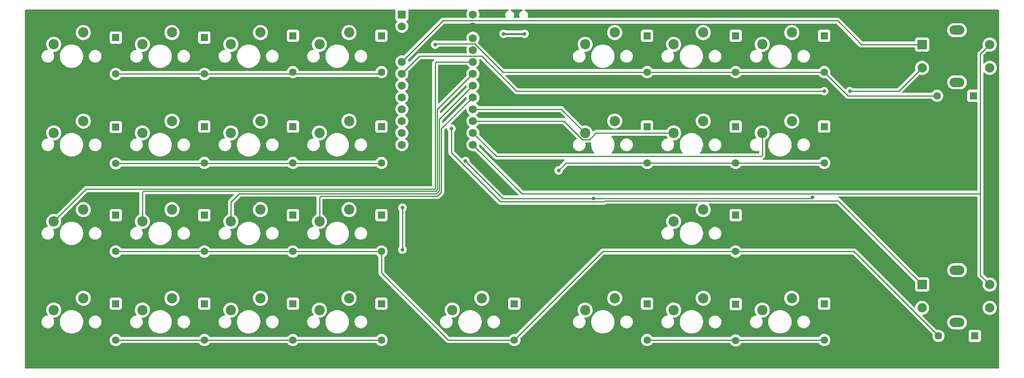
<source format=gbl>
%TF.GenerationSoftware,KiCad,Pcbnew,(6.0.7-1)-1*%
%TF.CreationDate,2022-09-14T08:57:37+02:00*%
%TF.ProjectId,yts-pcb,7974732d-7063-4622-9e6b-696361645f70,rev?*%
%TF.SameCoordinates,Original*%
%TF.FileFunction,Copper,L2,Bot*%
%TF.FilePolarity,Positive*%
%FSLAX46Y46*%
G04 Gerber Fmt 4.6, Leading zero omitted, Abs format (unit mm)*
G04 Created by KiCad (PCBNEW (6.0.7-1)-1) date 2022-09-14 08:57:37*
%MOMM*%
%LPD*%
G01*
G04 APERTURE LIST*
%TA.AperFunction,ComponentPad*%
%ADD10C,2.200000*%
%TD*%
%TA.AperFunction,WasherPad*%
%ADD11O,3.200000X2.000000*%
%TD*%
%TA.AperFunction,ComponentPad*%
%ADD12R,2.000000X2.000000*%
%TD*%
%TA.AperFunction,ComponentPad*%
%ADD13C,2.000000*%
%TD*%
%TA.AperFunction,ComponentPad*%
%ADD14R,1.752600X1.752600*%
%TD*%
%TA.AperFunction,ComponentPad*%
%ADD15C,1.752600*%
%TD*%
%TA.AperFunction,ComponentPad*%
%ADD16R,1.600000X1.600000*%
%TD*%
%TA.AperFunction,ComponentPad*%
%ADD17C,1.600000*%
%TD*%
%TA.AperFunction,ViaPad*%
%ADD18C,0.800000*%
%TD*%
%TA.AperFunction,Conductor*%
%ADD19C,0.250000*%
%TD*%
%TA.AperFunction,Conductor*%
%ADD20C,0.400000*%
%TD*%
G04 APERTURE END LIST*
D10*
%TO.P,SW11,1,1*%
%TO.N,Net-(D10-Pad1)*%
X91040000Y-65420000D03*
%TO.P,SW11,2,2*%
%TO.N,col2*%
X84690000Y-67960000D03*
%TD*%
%TO.P,SW3,1,1*%
%TO.N,Net-(D2-Pad1)*%
X53040000Y-65420000D03*
%TO.P,SW3,2,2*%
%TO.N,col0*%
X46690000Y-67960000D03*
%TD*%
D11*
%TO.P,SW30,*%
%TO.N,*%
X240500000Y-97400000D03*
X240500000Y-108600000D03*
D12*
%TO.P,SW30,A,A*%
%TO.N,enc2*%
X233000000Y-100500000D03*
D13*
%TO.P,SW30,B,B*%
%TO.N,enc3*%
X233000000Y-105500000D03*
%TO.P,SW30,C,C*%
%TO.N,GND*%
X233000000Y-103000000D03*
%TO.P,SW30,S1,S1*%
%TO.N,Net-(D29-Pad1)*%
X247500000Y-105500000D03*
%TO.P,SW30,S2,S2*%
%TO.N,col7*%
X247500000Y-100500000D03*
%TD*%
D10*
%TO.P,SW6,1,1*%
%TO.N,Net-(D5-Pad1)*%
X72040000Y-46420000D03*
%TO.P,SW6,2,2*%
%TO.N,col1*%
X65690000Y-48960000D03*
%TD*%
%TO.P,SW14,1,1*%
%TO.N,Net-(D13-Pad1)*%
X110040000Y-46420000D03*
%TO.P,SW14,2,2*%
%TO.N,col3*%
X103690000Y-48960000D03*
%TD*%
%TO.P,SW17,1,1*%
%TO.N,Net-(D16-Pad1)*%
X110040000Y-103420000D03*
%TO.P,SW17,2,2*%
%TO.N,col3*%
X103690000Y-105960000D03*
%TD*%
%TO.P,SW13,1,1*%
%TO.N,Net-(D12-Pad1)*%
X91040000Y-103420000D03*
%TO.P,SW13,2,2*%
%TO.N,col2*%
X84690000Y-105960000D03*
%TD*%
%TO.P,SW12,1,1*%
%TO.N,Net-(D11-Pad1)*%
X91040000Y-84420000D03*
%TO.P,SW12,2,2*%
%TO.N,col2*%
X84690000Y-86960000D03*
%TD*%
%TO.P,SW10,1,1*%
%TO.N,Net-(D9-Pad1)*%
X91040000Y-46420000D03*
%TO.P,SW10,2,2*%
%TO.N,col2*%
X84690000Y-48960000D03*
%TD*%
%TO.P,SW5,1,1*%
%TO.N,Net-(D4-Pad1)*%
X53040000Y-103420000D03*
%TO.P,SW5,2,2*%
%TO.N,col0*%
X46690000Y-105960000D03*
%TD*%
%TO.P,SW15,1,1*%
%TO.N,Net-(D14-Pad1)*%
X110040000Y-65420000D03*
%TO.P,SW15,2,2*%
%TO.N,col3*%
X103690000Y-67960000D03*
%TD*%
%TO.P,SW16,1,1*%
%TO.N,Net-(D15-Pad1)*%
X110040000Y-84420000D03*
%TO.P,SW16,2,2*%
%TO.N,col3*%
X103690000Y-86960000D03*
%TD*%
%TO.P,SW8,1,1*%
%TO.N,Net-(D7-Pad1)*%
X72040000Y-84420000D03*
%TO.P,SW8,2,2*%
%TO.N,col1*%
X65690000Y-86960000D03*
%TD*%
%TO.P,SW27,1,1*%
%TO.N,Net-(D26-Pad1)*%
X205040000Y-103420000D03*
%TO.P,SW27,2,2*%
%TO.N,col6*%
X198690000Y-105960000D03*
%TD*%
%TO.P,SW18,1,1*%
%TO.N,Net-(D17-Pad1)*%
X167040000Y-46420000D03*
%TO.P,SW18,2,2*%
%TO.N,col4*%
X160690000Y-48960000D03*
%TD*%
%TO.P,SW4,1,1*%
%TO.N,Net-(D3-Pad1)*%
X53040000Y-84420000D03*
%TO.P,SW4,2,2*%
%TO.N,col0*%
X46690000Y-86960000D03*
%TD*%
%TO.P,SW26,1,1*%
%TO.N,Net-(D25-Pad1)*%
X205040000Y-65420000D03*
%TO.P,SW26,2,2*%
%TO.N,col6*%
X198690000Y-67960000D03*
%TD*%
%TO.P,SW24,1,1*%
%TO.N,Net-(D23-Pad1)*%
X186040000Y-103420000D03*
%TO.P,SW24,2,2*%
%TO.N,col5*%
X179690000Y-105960000D03*
%TD*%
%TO.P,SW23,1,1*%
%TO.N,Net-(D22-Pad1)*%
X186040000Y-84420000D03*
%TO.P,SW23,2,2*%
%TO.N,col5*%
X179690000Y-86960000D03*
%TD*%
D14*
%TO.P,U1,1,TX0/PD3*%
%TO.N,unconnected-(U1-Pad1)*%
X121380000Y-42530000D03*
D15*
%TO.P,U1,2,RX1/PD2*%
%TO.N,unconnected-(U1-Pad2)*%
X121380000Y-45070000D03*
%TO.P,U1,3,GND*%
%TO.N,GND*%
X121380000Y-47610000D03*
%TO.P,U1,4,GND*%
X121380000Y-50150000D03*
%TO.P,U1,5,2/PD1*%
%TO.N,enc0*%
X121380000Y-52690000D03*
%TO.P,U1,6,3/PD0*%
%TO.N,enc1*%
X121380000Y-55230000D03*
%TO.P,U1,7,4/PD4*%
%TO.N,enc2*%
X121380000Y-57770000D03*
%TO.P,U1,8,5/PC6*%
%TO.N,enc3*%
X121380000Y-60310000D03*
%TO.P,U1,9,6/PD7*%
%TO.N,row0*%
X121380000Y-62850000D03*
%TO.P,U1,10,7/PE6*%
%TO.N,row1*%
X121380000Y-65390000D03*
%TO.P,U1,11,8/PB4*%
%TO.N,row2*%
X121380000Y-67930000D03*
%TO.P,U1,12,9/PB5*%
%TO.N,row3*%
X121380000Y-70470000D03*
%TO.P,U1,13,10/PB6*%
%TO.N,col7*%
X136620000Y-70470000D03*
%TO.P,U1,14,16/PB2*%
%TO.N,col6*%
X136620000Y-67930000D03*
%TO.P,U1,15,14/PB3*%
%TO.N,col5*%
X136620000Y-65390000D03*
%TO.P,U1,16,15/PB1*%
%TO.N,col4*%
X136620000Y-62850000D03*
%TO.P,U1,17,A0/PF7*%
%TO.N,col3*%
X136620000Y-60310000D03*
%TO.P,U1,18,A1/PF6*%
%TO.N,col2*%
X136620000Y-57770000D03*
%TO.P,U1,19,A2/PF5*%
%TO.N,col1*%
X136620000Y-55230000D03*
%TO.P,U1,20,A3/PF4*%
%TO.N,col0*%
X136620000Y-52690000D03*
%TO.P,U1,21,VCC*%
%TO.N,VCC*%
X136620000Y-50150000D03*
%TO.P,U1,22,RST*%
%TO.N,unconnected-(U1-Pad22)*%
X136620000Y-47610000D03*
%TO.P,U1,23,GND*%
%TO.N,GND*%
X136620000Y-45070000D03*
%TO.P,U1,24,RAW*%
%TO.N,BAT*%
X136620000Y-42530000D03*
%TD*%
D10*
%TO.P,SW21,1,1*%
%TO.N,Net-(D20-Pad1)*%
X186040000Y-46420000D03*
%TO.P,SW21,2,2*%
%TO.N,col5*%
X179690000Y-48960000D03*
%TD*%
D11*
%TO.P,SW29,*%
%TO.N,*%
X240500000Y-45900000D03*
X240500000Y-57100000D03*
D12*
%TO.P,SW29,A,A*%
%TO.N,enc0*%
X233000000Y-49000000D03*
D13*
%TO.P,SW29,B,B*%
%TO.N,enc1*%
X233000000Y-54000000D03*
%TO.P,SW29,C,C*%
%TO.N,GND*%
X233000000Y-51500000D03*
%TO.P,SW29,S1,S1*%
%TO.N,Net-(D27-Pad1)*%
X247500000Y-54000000D03*
%TO.P,SW29,S2,S2*%
%TO.N,col7*%
X247500000Y-49000000D03*
%TD*%
D10*
%TO.P,SW25,1,1*%
%TO.N,Net-(D24-Pad1)*%
X205040000Y-46420000D03*
%TO.P,SW25,2,2*%
%TO.N,col6*%
X198690000Y-48960000D03*
%TD*%
%TO.P,SW28,1,1*%
%TO.N,Net-(D28-Pad1)*%
X138540000Y-103420000D03*
%TO.P,SW28,2,2*%
%TO.N,col4*%
X132190000Y-105960000D03*
%TD*%
%TO.P,SW9,1,1*%
%TO.N,Net-(D8-Pad1)*%
X72040000Y-103420000D03*
%TO.P,SW9,2,2*%
%TO.N,col1*%
X65690000Y-105960000D03*
%TD*%
%TO.P,SW7,1,1*%
%TO.N,Net-(D6-Pad1)*%
X72040000Y-65420000D03*
%TO.P,SW7,2,2*%
%TO.N,col1*%
X65690000Y-67960000D03*
%TD*%
%TO.P,SW19,1,1*%
%TO.N,Net-(D18-Pad1)*%
X167040000Y-65420000D03*
%TO.P,SW19,2,2*%
%TO.N,col4*%
X160690000Y-67960000D03*
%TD*%
%TO.P,SW2,1,1*%
%TO.N,Net-(D1-Pad1)*%
X53040000Y-46420000D03*
%TO.P,SW2,2,2*%
%TO.N,col0*%
X46690000Y-48960000D03*
%TD*%
%TO.P,SW22,1,1*%
%TO.N,Net-(D21-Pad1)*%
X186040000Y-65420000D03*
%TO.P,SW22,2,2*%
%TO.N,col5*%
X179690000Y-67960000D03*
%TD*%
%TO.P,SW20,1,1*%
%TO.N,Net-(D19-Pad1)*%
X167040000Y-103420000D03*
%TO.P,SW20,2,2*%
%TO.N,col4*%
X160690000Y-105960000D03*
%TD*%
D16*
%TO.P,D27,1,A*%
%TO.N,Net-(D27-Pad1)*%
X244000000Y-60000000D03*
D17*
%TO.P,D27,2,K*%
%TO.N,row0*%
X236200000Y-60000000D03*
%TD*%
D16*
%TO.P,D19,1,A*%
%TO.N,Net-(D19-Pad1)*%
X174000000Y-104600000D03*
D17*
%TO.P,D19,2,K*%
%TO.N,row3*%
X174000000Y-112400000D03*
%TD*%
D16*
%TO.P,D8,1,A*%
%TO.N,Net-(D8-Pad1)*%
X79000000Y-104600000D03*
D17*
%TO.P,D8,2,K*%
%TO.N,row3*%
X79000000Y-112400000D03*
%TD*%
D16*
%TO.P,D15,1,A*%
%TO.N,Net-(D15-Pad1)*%
X117000000Y-85600000D03*
D17*
%TO.P,D15,2,K*%
%TO.N,row2*%
X117000000Y-93400000D03*
%TD*%
D16*
%TO.P,D1,1,A*%
%TO.N,Net-(D1-Pad1)*%
X60000000Y-47500000D03*
D17*
%TO.P,D1,2,K*%
%TO.N,row0*%
X60000000Y-55300000D03*
%TD*%
D16*
%TO.P,D11,1,A*%
%TO.N,Net-(D11-Pad1)*%
X98000000Y-85600000D03*
D17*
%TO.P,D11,2,K*%
%TO.N,row2*%
X98000000Y-93400000D03*
%TD*%
D16*
%TO.P,D25,1,A*%
%TO.N,Net-(D25-Pad1)*%
X212000000Y-66600000D03*
D17*
%TO.P,D25,2,K*%
%TO.N,row1*%
X212000000Y-74400000D03*
%TD*%
D16*
%TO.P,D3,1,A*%
%TO.N,Net-(D3-Pad1)*%
X60000000Y-85600000D03*
D17*
%TO.P,D3,2,K*%
%TO.N,row2*%
X60000000Y-93400000D03*
%TD*%
D16*
%TO.P,D17,1,A*%
%TO.N,Net-(D17-Pad1)*%
X174000000Y-47100000D03*
D17*
%TO.P,D17,2,K*%
%TO.N,row0*%
X174000000Y-54900000D03*
%TD*%
D16*
%TO.P,D13,1,A*%
%TO.N,Net-(D13-Pad1)*%
X117000000Y-47100000D03*
D17*
%TO.P,D13,2,K*%
%TO.N,row0*%
X117000000Y-54900000D03*
%TD*%
D16*
%TO.P,D29,1,A*%
%TO.N,Net-(D29-Pad1)*%
X244300000Y-111500000D03*
D17*
%TO.P,D29,2,K*%
%TO.N,row2*%
X236500000Y-111500000D03*
%TD*%
D16*
%TO.P,D22,1,A*%
%TO.N,Net-(D22-Pad1)*%
X193000000Y-85600000D03*
D17*
%TO.P,D22,2,K*%
%TO.N,row2*%
X193000000Y-93400000D03*
%TD*%
D16*
%TO.P,D6,1,A*%
%TO.N,Net-(D6-Pad1)*%
X79000000Y-66600000D03*
D17*
%TO.P,D6,2,K*%
%TO.N,row1*%
X79000000Y-74400000D03*
%TD*%
D16*
%TO.P,D12,1,A*%
%TO.N,Net-(D12-Pad1)*%
X98000000Y-104600000D03*
D17*
%TO.P,D12,2,K*%
%TO.N,row3*%
X98000000Y-112400000D03*
%TD*%
D16*
%TO.P,D4,1,A*%
%TO.N,Net-(D4-Pad1)*%
X60000000Y-104600000D03*
D17*
%TO.P,D4,2,K*%
%TO.N,row3*%
X60000000Y-112400000D03*
%TD*%
D16*
%TO.P,D26,1,A*%
%TO.N,Net-(D26-Pad1)*%
X212000000Y-104600000D03*
D17*
%TO.P,D26,2,K*%
%TO.N,row3*%
X212000000Y-112400000D03*
%TD*%
D16*
%TO.P,D16,1,A*%
%TO.N,Net-(D16-Pad1)*%
X117000000Y-104600000D03*
D17*
%TO.P,D16,2,K*%
%TO.N,row3*%
X117000000Y-112400000D03*
%TD*%
D16*
%TO.P,D7,1,A*%
%TO.N,Net-(D7-Pad1)*%
X79000000Y-85600000D03*
D17*
%TO.P,D7,2,K*%
%TO.N,row2*%
X79000000Y-93400000D03*
%TD*%
D16*
%TO.P,D20,1,A*%
%TO.N,Net-(D20-Pad1)*%
X193000000Y-47100000D03*
D17*
%TO.P,D20,2,K*%
%TO.N,row0*%
X193000000Y-54900000D03*
%TD*%
D16*
%TO.P,D18,1,A*%
%TO.N,Net-(D18-Pad1)*%
X174000000Y-66600000D03*
D17*
%TO.P,D18,2,K*%
%TO.N,row1*%
X174000000Y-74400000D03*
%TD*%
D16*
%TO.P,D2,1,A*%
%TO.N,Net-(D2-Pad1)*%
X60000000Y-66700000D03*
D17*
%TO.P,D2,2,K*%
%TO.N,row1*%
X60000000Y-74500000D03*
%TD*%
D16*
%TO.P,D9,1,A*%
%TO.N,Net-(D9-Pad1)*%
X98000000Y-47100000D03*
D17*
%TO.P,D9,2,K*%
%TO.N,row0*%
X98000000Y-54900000D03*
%TD*%
D16*
%TO.P,D24,1,A*%
%TO.N,Net-(D24-Pad1)*%
X212000000Y-47100000D03*
D17*
%TO.P,D24,2,K*%
%TO.N,row0*%
X212000000Y-54900000D03*
%TD*%
D16*
%TO.P,D28,1,A*%
%TO.N,Net-(D28-Pad1)*%
X145500000Y-104600000D03*
D17*
%TO.P,D28,2,K*%
%TO.N,row2*%
X145500000Y-112400000D03*
%TD*%
D16*
%TO.P,D14,1,A*%
%TO.N,Net-(D14-Pad1)*%
X117000000Y-66600000D03*
D17*
%TO.P,D14,2,K*%
%TO.N,row1*%
X117000000Y-74400000D03*
%TD*%
D16*
%TO.P,D10,1,A*%
%TO.N,Net-(D10-Pad1)*%
X98000000Y-66600000D03*
D17*
%TO.P,D10,2,K*%
%TO.N,row1*%
X98000000Y-74400000D03*
%TD*%
D16*
%TO.P,D23,1,A*%
%TO.N,Net-(D23-Pad1)*%
X193000000Y-104700000D03*
D17*
%TO.P,D23,2,K*%
%TO.N,row3*%
X193000000Y-112500000D03*
%TD*%
D16*
%TO.P,D21,1,A*%
%TO.N,Net-(D21-Pad1)*%
X193000000Y-66600000D03*
D17*
%TO.P,D21,2,K*%
%TO.N,row1*%
X193000000Y-74400000D03*
%TD*%
D16*
%TO.P,D5,1,A*%
%TO.N,Net-(D5-Pad1)*%
X79000000Y-47500000D03*
D17*
%TO.P,D5,2,K*%
%TO.N,row0*%
X79000000Y-55300000D03*
%TD*%
D18*
%TO.N,row0*%
X128500000Y-49000000D03*
%TO.N,row1*%
X155000000Y-76000000D03*
%TO.N,row3*%
X121500000Y-84000000D03*
X121500000Y-93000000D03*
%TO.N,GND*%
X157500000Y-61000000D03*
X212000000Y-61000000D03*
%TO.N,BAT*%
X147700000Y-46700000D03*
X143200000Y-46700000D03*
%TO.N,enc1*%
X212000000Y-59000000D03*
X217500000Y-59000000D03*
%TO.N,enc2*%
X132000000Y-67000000D03*
%TO.N,enc3*%
X209500000Y-81775500D03*
X162500000Y-82000000D03*
X135000000Y-74000000D03*
%TD*%
D19*
%TO.N,row0*%
X143068895Y-54900000D02*
X136980195Y-48811300D01*
X236200000Y-60000000D02*
X217100000Y-60000000D01*
X128688700Y-48811300D02*
X128500000Y-49000000D01*
X217100000Y-60000000D02*
X212000000Y-54900000D01*
X212000000Y-54900000D02*
X174000000Y-54900000D01*
X174000000Y-54900000D02*
X143068895Y-54900000D01*
X136980195Y-48811300D02*
X128688700Y-48811300D01*
X116600000Y-55300000D02*
X117000000Y-54900000D01*
X60000000Y-55300000D02*
X116600000Y-55300000D01*
%TO.N,row1*%
X212000000Y-74400000D02*
X174000000Y-74400000D01*
X156600000Y-74400000D02*
X174000000Y-74400000D01*
X155000000Y-76000000D02*
X156600000Y-74400000D01*
X60000000Y-74500000D02*
X116900000Y-74500000D01*
X116900000Y-74500000D02*
X117000000Y-74400000D01*
%TO.N,row2*%
X145500000Y-112400000D02*
X131355175Y-112400000D01*
X131355175Y-112400000D02*
X117000000Y-98044825D01*
X60000000Y-93400000D02*
X117000000Y-93400000D01*
X218400000Y-93400000D02*
X193000000Y-93400000D01*
X164500000Y-93400000D02*
X145500000Y-112400000D01*
X117000000Y-98044825D02*
X117000000Y-93400000D01*
X236500000Y-111500000D02*
X218400000Y-93400000D01*
X193000000Y-93400000D02*
X164500000Y-93400000D01*
%TO.N,row3*%
X121500000Y-84000000D02*
X121500000Y-93000000D01*
X174000000Y-112400000D02*
X212000000Y-112400000D01*
X60000000Y-112400000D02*
X117000000Y-112400000D01*
D20*
%TO.N,GND*%
X157500000Y-61000000D02*
X212000000Y-61000000D01*
%TO.N,BAT*%
X143200000Y-46700000D02*
X147700000Y-46700000D01*
D19*
%TO.N,col0*%
X128810000Y-52690000D02*
X128500000Y-53000000D01*
X53650000Y-80000000D02*
X46690000Y-86960000D01*
X128500000Y-80000000D02*
X53650000Y-80000000D01*
X128500000Y-53000000D02*
X128500000Y-80000000D01*
X136620000Y-52690000D02*
X128810000Y-52690000D01*
%TO.N,col1*%
X128950000Y-62900000D02*
X128950000Y-80186396D01*
X128686396Y-80450000D02*
X66000000Y-80450000D01*
X66000000Y-80450000D02*
X65690000Y-80760000D01*
X136620000Y-55230000D02*
X128950000Y-62900000D01*
X65690000Y-80760000D02*
X65690000Y-86960000D01*
X128950000Y-80186396D02*
X128686396Y-80450000D01*
%TO.N,col2*%
X86500000Y-81000000D02*
X84690000Y-82810000D01*
X129400000Y-80372792D02*
X128772792Y-81000000D01*
X129400000Y-64990000D02*
X129400000Y-80372792D01*
X84690000Y-82810000D02*
X84690000Y-86960000D01*
X136620000Y-57770000D02*
X129400000Y-64990000D01*
X128772792Y-81000000D02*
X86500000Y-81000000D01*
%TO.N,col3*%
X129850000Y-67080000D02*
X129850000Y-80650000D01*
X136620000Y-60310000D02*
X129850000Y-67080000D01*
X104000000Y-81500000D02*
X103690000Y-81810000D01*
X129000000Y-81500000D02*
X104000000Y-81500000D01*
X103690000Y-81810000D02*
X103690000Y-86960000D01*
X129850000Y-80650000D02*
X129000000Y-81500000D01*
%TO.N,col4*%
X155580000Y-62850000D02*
X160690000Y-67960000D01*
X136620000Y-62850000D02*
X155580000Y-62850000D01*
%TO.N,col5*%
X136620000Y-65390000D02*
X156104745Y-65390000D01*
X163040000Y-67960000D02*
X179690000Y-67960000D01*
X156104745Y-65390000D02*
X160099745Y-69385000D01*
X160099745Y-69385000D02*
X161615000Y-69385000D01*
X161615000Y-69385000D02*
X163040000Y-67960000D01*
%TO.N,col6*%
X198690000Y-67960000D02*
X198690000Y-72810000D01*
X198500000Y-73000000D02*
X141690000Y-73000000D01*
X141690000Y-73000000D02*
X136620000Y-67930000D01*
X198690000Y-72810000D02*
X198500000Y-73000000D01*
%TO.N,col7*%
X147150000Y-81000000D02*
X136620000Y-70470000D01*
X245500000Y-98500000D02*
X247500000Y-100500000D01*
X245500000Y-81000000D02*
X147150000Y-81000000D01*
X245500000Y-51000000D02*
X245500000Y-81000000D01*
X245500000Y-81000000D02*
X245500000Y-98500000D01*
X247500000Y-49000000D02*
X245500000Y-51000000D01*
%TO.N,enc0*%
X233000000Y-49000000D02*
X220000000Y-49000000D01*
X214868700Y-43868700D02*
X130201300Y-43868700D01*
X220000000Y-49000000D02*
X214868700Y-43868700D01*
X130201300Y-43868700D02*
X121380000Y-52690000D01*
%TO.N,enc1*%
X125121300Y-51488700D02*
X121380000Y-55230000D01*
X138488700Y-51488700D02*
X125121300Y-51488700D01*
X212000000Y-59000000D02*
X146000000Y-59000000D01*
X228000000Y-59000000D02*
X217500000Y-59000000D01*
X233000000Y-54000000D02*
X228000000Y-59000000D01*
X146000000Y-59000000D02*
X138488700Y-51488700D01*
%TO.N,enc2*%
X142525000Y-82725000D02*
X132000000Y-72200000D01*
X233000000Y-100500000D02*
X215000000Y-82500000D01*
X164775000Y-82725000D02*
X142525000Y-82725000D01*
X215000000Y-82500000D02*
X165000000Y-82500000D01*
X132000000Y-72200000D02*
X132000000Y-67000000D01*
X165000000Y-82500000D02*
X164775000Y-82725000D01*
%TO.N,enc3*%
X162500000Y-82000000D02*
X209500000Y-82000000D01*
X135500000Y-74500000D02*
X135000000Y-74000000D01*
X162500000Y-82000000D02*
X143000000Y-82000000D01*
X143000000Y-82000000D02*
X135500000Y-74500000D01*
X209500000Y-82000000D02*
X209500000Y-81775500D01*
%TD*%
%TA.AperFunction,Conductor*%
%TO.N,GND*%
G36*
X119937321Y-41528502D02*
G01*
X119983814Y-41582158D01*
X119995200Y-41634500D01*
X119995200Y-43454434D01*
X120001955Y-43516616D01*
X120053085Y-43653005D01*
X120140439Y-43769561D01*
X120256995Y-43856915D01*
X120265403Y-43860067D01*
X120348226Y-43891116D01*
X120404990Y-43933758D01*
X120429690Y-44000319D01*
X120414483Y-44069668D01*
X120395090Y-44096149D01*
X120355616Y-44137456D01*
X120300120Y-44195530D01*
X120297206Y-44199802D01*
X120297205Y-44199803D01*
X120225928Y-44304292D01*
X120171797Y-44383645D01*
X120075921Y-44590192D01*
X120015067Y-44809625D01*
X119990869Y-45036050D01*
X119991166Y-45041202D01*
X119991166Y-45041206D01*
X119995253Y-45112090D01*
X120003977Y-45263387D01*
X120005112Y-45268424D01*
X120005113Y-45268430D01*
X120052264Y-45477655D01*
X120054039Y-45485531D01*
X120055983Y-45490317D01*
X120055984Y-45490322D01*
X120137767Y-45691728D01*
X120139711Y-45696515D01*
X120258692Y-45890674D01*
X120407786Y-46062793D01*
X120582989Y-46208249D01*
X120587441Y-46210851D01*
X120587446Y-46210854D01*
X120685719Y-46268280D01*
X120779597Y-46323138D01*
X120992329Y-46404372D01*
X120997395Y-46405403D01*
X120997396Y-46405403D01*
X121044911Y-46415070D01*
X121215472Y-46449771D01*
X121343288Y-46454458D01*
X121437870Y-46457927D01*
X121437875Y-46457927D01*
X121443034Y-46458116D01*
X121448154Y-46457460D01*
X121448156Y-46457460D01*
X121520344Y-46448212D01*
X121668903Y-46429181D01*
X121673852Y-46427696D01*
X121673858Y-46427695D01*
X121800204Y-46389789D01*
X121887013Y-46363745D01*
X121930243Y-46342567D01*
X122081880Y-46268280D01*
X122091507Y-46263564D01*
X122095711Y-46260566D01*
X122095715Y-46260563D01*
X122226048Y-46167597D01*
X122276893Y-46131330D01*
X122438193Y-45970592D01*
X122447356Y-45957841D01*
X122568055Y-45789869D01*
X122571073Y-45785669D01*
X122659850Y-45606044D01*
X122669673Y-45586168D01*
X122669674Y-45586166D01*
X122671967Y-45581526D01*
X122738164Y-45363646D01*
X122750700Y-45268430D01*
X122767450Y-45141201D01*
X122767451Y-45141194D01*
X122767887Y-45137879D01*
X122769546Y-45070000D01*
X122759517Y-44948016D01*
X122751311Y-44848202D01*
X122751310Y-44848196D01*
X122750887Y-44843051D01*
X122711983Y-44688167D01*
X122696672Y-44627208D01*
X122696671Y-44627204D01*
X122695413Y-44622197D01*
X122693354Y-44617461D01*
X122606672Y-44418106D01*
X122606670Y-44418103D01*
X122604612Y-44413369D01*
X122480923Y-44222175D01*
X122363846Y-44093509D01*
X122332795Y-44029663D01*
X122341190Y-43959164D01*
X122386366Y-43904396D01*
X122412809Y-43890728D01*
X122455658Y-43874665D01*
X122494595Y-43860068D01*
X122494596Y-43860067D01*
X122503005Y-43856915D01*
X122619561Y-43769561D01*
X122706915Y-43653005D01*
X122758045Y-43516616D01*
X122764800Y-43454434D01*
X122764800Y-41634500D01*
X122784802Y-41566379D01*
X122838458Y-41519886D01*
X122890800Y-41508500D01*
X135401942Y-41508500D01*
X135470063Y-41528502D01*
X135516556Y-41582158D01*
X135526660Y-41652432D01*
X135506032Y-41705501D01*
X135411797Y-41843645D01*
X135315921Y-42050192D01*
X135314539Y-42055174D01*
X135314539Y-42055175D01*
X135307045Y-42082197D01*
X135255067Y-42269625D01*
X135230869Y-42496050D01*
X135231166Y-42501202D01*
X135231166Y-42501206D01*
X135235983Y-42584740D01*
X135243977Y-42723387D01*
X135245112Y-42728424D01*
X135245113Y-42728430D01*
X135285941Y-42909599D01*
X135294039Y-42945531D01*
X135295983Y-42950317D01*
X135295984Y-42950322D01*
X135341249Y-43061796D01*
X135348345Y-43132437D01*
X135316123Y-43195701D01*
X135254813Y-43231501D01*
X135224506Y-43235200D01*
X130280067Y-43235200D01*
X130268884Y-43234673D01*
X130261391Y-43232998D01*
X130253465Y-43233247D01*
X130253464Y-43233247D01*
X130193314Y-43235138D01*
X130189355Y-43235200D01*
X130161444Y-43235200D01*
X130157510Y-43235697D01*
X130157509Y-43235697D01*
X130157444Y-43235705D01*
X130145607Y-43236638D01*
X130113790Y-43237638D01*
X130109329Y-43237778D01*
X130101410Y-43238027D01*
X130083754Y-43243156D01*
X130081958Y-43243678D01*
X130062606Y-43247686D01*
X130055535Y-43248580D01*
X130042503Y-43250226D01*
X130035134Y-43253143D01*
X130035132Y-43253144D01*
X130001397Y-43266500D01*
X129990169Y-43270345D01*
X129947707Y-43282682D01*
X129940884Y-43286717D01*
X129940882Y-43286718D01*
X129930272Y-43292993D01*
X129912524Y-43301688D01*
X129893683Y-43309148D01*
X129887267Y-43313810D01*
X129887266Y-43313810D01*
X129857913Y-43335136D01*
X129847993Y-43341652D01*
X129816765Y-43360120D01*
X129816762Y-43360122D01*
X129809938Y-43364158D01*
X129795617Y-43378479D01*
X129780584Y-43391319D01*
X129764193Y-43403228D01*
X129755517Y-43413716D01*
X129736002Y-43437305D01*
X129728012Y-43446084D01*
X121859077Y-51315018D01*
X121796765Y-51349044D01*
X121738351Y-51347757D01*
X121734954Y-51346554D01*
X121729861Y-51345647D01*
X121729858Y-51345646D01*
X121515857Y-51307527D01*
X121515851Y-51307526D01*
X121510768Y-51306621D01*
X121423698Y-51305557D01*
X121288239Y-51303902D01*
X121288237Y-51303902D01*
X121283070Y-51303839D01*
X121057976Y-51338283D01*
X120841529Y-51409029D01*
X120639544Y-51514176D01*
X120635411Y-51517279D01*
X120635408Y-51517281D01*
X120572883Y-51564226D01*
X120457444Y-51650900D01*
X120300120Y-51815530D01*
X120171797Y-52003645D01*
X120075921Y-52210192D01*
X120074539Y-52215174D01*
X120074539Y-52215175D01*
X120058536Y-52272881D01*
X120015067Y-52429625D01*
X119990869Y-52656050D01*
X119991166Y-52661202D01*
X119991166Y-52661206D01*
X119993029Y-52693507D01*
X120003977Y-52883387D01*
X120005112Y-52888424D01*
X120005113Y-52888430D01*
X120052553Y-53098936D01*
X120054039Y-53105531D01*
X120055983Y-53110317D01*
X120055984Y-53110322D01*
X120136585Y-53308817D01*
X120139711Y-53316515D01*
X120179460Y-53381379D01*
X120255990Y-53506264D01*
X120258692Y-53510674D01*
X120407786Y-53682793D01*
X120582989Y-53828249D01*
X120587440Y-53830850D01*
X120587450Y-53830857D01*
X120620266Y-53850033D01*
X120668989Y-53901672D01*
X120682059Y-53971455D01*
X120655326Y-54037227D01*
X120632353Y-54059575D01*
X120457444Y-54190900D01*
X120453872Y-54194638D01*
X120355385Y-54297699D01*
X120300120Y-54355530D01*
X120297206Y-54359802D01*
X120297205Y-54359803D01*
X120238561Y-54445772D01*
X120171797Y-54543645D01*
X120075921Y-54750192D01*
X120015067Y-54969625D01*
X119990869Y-55196050D01*
X119991166Y-55201202D01*
X119991166Y-55201206D01*
X119994660Y-55261807D01*
X120003977Y-55423387D01*
X120005112Y-55428424D01*
X120005113Y-55428430D01*
X120047264Y-55615468D01*
X120054039Y-55645531D01*
X120055983Y-55650317D01*
X120055984Y-55650322D01*
X120128083Y-55827880D01*
X120139711Y-55856515D01*
X120258692Y-56050674D01*
X120407786Y-56222793D01*
X120582989Y-56368249D01*
X120587440Y-56370850D01*
X120587450Y-56370857D01*
X120620266Y-56390033D01*
X120668989Y-56441672D01*
X120682059Y-56511455D01*
X120655326Y-56577227D01*
X120632353Y-56599575D01*
X120457444Y-56730900D01*
X120300120Y-56895530D01*
X120297206Y-56899802D01*
X120297205Y-56899803D01*
X120225928Y-57004292D01*
X120171797Y-57083645D01*
X120075921Y-57290192D01*
X120015067Y-57509625D01*
X119990869Y-57736050D01*
X119991166Y-57741202D01*
X119991166Y-57741206D01*
X119994997Y-57807636D01*
X120003977Y-57963387D01*
X120005112Y-57968424D01*
X120005113Y-57968430D01*
X120041450Y-58129671D01*
X120054039Y-58185531D01*
X120055983Y-58190317D01*
X120055984Y-58190322D01*
X120126354Y-58363621D01*
X120139711Y-58396515D01*
X120258692Y-58590674D01*
X120407786Y-58762793D01*
X120582989Y-58908249D01*
X120587440Y-58910850D01*
X120587450Y-58910857D01*
X120620266Y-58930033D01*
X120668989Y-58981672D01*
X120682059Y-59051455D01*
X120655326Y-59117227D01*
X120632353Y-59139575D01*
X120457444Y-59270900D01*
X120300120Y-59435530D01*
X120297206Y-59439802D01*
X120297205Y-59439803D01*
X120265475Y-59486318D01*
X120171797Y-59623645D01*
X120075921Y-59830192D01*
X120015067Y-60049625D01*
X119990869Y-60276050D01*
X119991166Y-60281202D01*
X119991166Y-60281206D01*
X119994997Y-60347636D01*
X120003977Y-60503387D01*
X120005112Y-60508424D01*
X120005113Y-60508430D01*
X120038538Y-60656749D01*
X120054039Y-60725531D01*
X120055983Y-60730317D01*
X120055984Y-60730322D01*
X120132077Y-60917715D01*
X120139711Y-60936515D01*
X120258692Y-61130674D01*
X120407786Y-61302793D01*
X120582989Y-61448249D01*
X120587440Y-61450850D01*
X120587450Y-61450857D01*
X120620266Y-61470033D01*
X120668989Y-61521672D01*
X120682059Y-61591455D01*
X120655326Y-61657227D01*
X120632353Y-61679575D01*
X120457444Y-61810900D01*
X120300120Y-61975530D01*
X120297206Y-61979802D01*
X120297205Y-61979803D01*
X120225928Y-62084292D01*
X120171797Y-62163645D01*
X120075921Y-62370192D01*
X120015067Y-62589625D01*
X119990869Y-62816050D01*
X119991166Y-62821202D01*
X119991166Y-62821206D01*
X119994997Y-62887636D01*
X120003977Y-63043387D01*
X120005112Y-63048424D01*
X120005113Y-63048430D01*
X120025416Y-63138520D01*
X120054039Y-63265531D01*
X120055983Y-63270317D01*
X120055984Y-63270322D01*
X120137767Y-63471728D01*
X120139711Y-63476515D01*
X120258692Y-63670674D01*
X120407786Y-63842793D01*
X120493952Y-63914329D01*
X120575925Y-63982384D01*
X120582989Y-63988249D01*
X120587440Y-63990850D01*
X120587450Y-63990857D01*
X120620266Y-64010033D01*
X120668989Y-64061672D01*
X120682059Y-64131455D01*
X120655326Y-64197227D01*
X120632353Y-64219575D01*
X120457444Y-64350900D01*
X120453872Y-64354638D01*
X120338051Y-64475838D01*
X120300120Y-64515530D01*
X120297206Y-64519802D01*
X120297205Y-64519803D01*
X120265965Y-64565599D01*
X120171797Y-64703645D01*
X120075921Y-64910192D01*
X120015067Y-65129625D01*
X119990869Y-65356050D01*
X119991166Y-65361202D01*
X119991166Y-65361206D01*
X119995211Y-65431358D01*
X120003977Y-65583387D01*
X120005112Y-65588424D01*
X120005113Y-65588430D01*
X120041945Y-65751866D01*
X120054039Y-65805531D01*
X120055983Y-65810317D01*
X120055984Y-65810322D01*
X120137767Y-66011728D01*
X120139711Y-66016515D01*
X120258692Y-66210674D01*
X120407786Y-66382793D01*
X120511351Y-66468774D01*
X120575925Y-66522384D01*
X120582989Y-66528249D01*
X120587440Y-66530850D01*
X120587450Y-66530857D01*
X120620266Y-66550033D01*
X120668989Y-66601672D01*
X120682059Y-66671455D01*
X120655326Y-66737227D01*
X120632353Y-66759575D01*
X120457444Y-66890900D01*
X120431959Y-66917569D01*
X120338051Y-67015838D01*
X120300120Y-67055530D01*
X120297206Y-67059802D01*
X120297205Y-67059803D01*
X120225928Y-67164292D01*
X120171797Y-67243645D01*
X120075921Y-67450192D01*
X120015067Y-67669625D01*
X119990869Y-67896050D01*
X119991166Y-67901202D01*
X119991166Y-67901206D01*
X119995983Y-67984740D01*
X120003977Y-68123387D01*
X120005112Y-68128424D01*
X120005113Y-68128430D01*
X120052901Y-68340482D01*
X120054039Y-68345531D01*
X120055983Y-68350317D01*
X120055984Y-68350322D01*
X120097994Y-68453779D01*
X120139711Y-68556515D01*
X120191502Y-68641030D01*
X120253624Y-68742403D01*
X120258692Y-68750674D01*
X120407786Y-68922793D01*
X120554621Y-69044698D01*
X120578546Y-69064560D01*
X120582989Y-69068249D01*
X120587440Y-69070850D01*
X120587450Y-69070857D01*
X120620266Y-69090033D01*
X120668989Y-69141672D01*
X120682059Y-69211455D01*
X120655326Y-69277227D01*
X120632353Y-69299575D01*
X120457444Y-69430900D01*
X120300120Y-69595530D01*
X120297206Y-69599802D01*
X120297205Y-69599803D01*
X120233867Y-69692653D01*
X120171797Y-69783645D01*
X120075921Y-69990192D01*
X120074539Y-69995174D01*
X120074539Y-69995175D01*
X120068053Y-70018562D01*
X120015067Y-70209625D01*
X119990869Y-70436050D01*
X119991166Y-70441202D01*
X119991166Y-70441206D01*
X119995445Y-70515414D01*
X120003977Y-70663387D01*
X120005112Y-70668424D01*
X120005113Y-70668430D01*
X120031943Y-70787484D01*
X120054039Y-70885531D01*
X120055983Y-70890317D01*
X120055984Y-70890322D01*
X120105778Y-71012949D01*
X120139711Y-71096515D01*
X120258692Y-71290674D01*
X120407786Y-71462793D01*
X120582989Y-71608249D01*
X120587441Y-71610851D01*
X120587446Y-71610854D01*
X120728890Y-71693507D01*
X120779597Y-71723138D01*
X120992329Y-71804372D01*
X120997395Y-71805403D01*
X120997396Y-71805403D01*
X121022773Y-71810566D01*
X121215472Y-71849771D01*
X121343288Y-71854458D01*
X121437870Y-71857927D01*
X121437875Y-71857927D01*
X121443034Y-71858116D01*
X121448154Y-71857460D01*
X121448156Y-71857460D01*
X121520344Y-71848212D01*
X121668903Y-71829181D01*
X121673852Y-71827696D01*
X121673858Y-71827695D01*
X121803037Y-71788939D01*
X121887013Y-71763745D01*
X122091507Y-71663564D01*
X122095711Y-71660566D01*
X122095715Y-71660563D01*
X122227579Y-71566505D01*
X122276893Y-71531330D01*
X122438193Y-71370592D01*
X122505660Y-71276702D01*
X122568055Y-71189869D01*
X122571073Y-71185669D01*
X122671967Y-70981526D01*
X122729315Y-70792773D01*
X122736662Y-70768590D01*
X122736662Y-70768589D01*
X122738164Y-70763646D01*
X122750999Y-70666158D01*
X122767450Y-70541201D01*
X122767451Y-70541194D01*
X122767887Y-70537879D01*
X122769546Y-70470000D01*
X122762179Y-70380393D01*
X122751311Y-70248202D01*
X122751310Y-70248196D01*
X122750887Y-70243051D01*
X122718328Y-70113428D01*
X122696672Y-70027208D01*
X122696671Y-70027204D01*
X122695413Y-70022197D01*
X122693262Y-70017249D01*
X122606672Y-69818106D01*
X122606670Y-69818103D01*
X122604612Y-69813369D01*
X122524459Y-69689472D01*
X122483731Y-69626515D01*
X122483729Y-69626512D01*
X122480923Y-69622175D01*
X122327668Y-69453750D01*
X122148963Y-69312618D01*
X122142335Y-69308959D01*
X122141651Y-69308269D01*
X122140131Y-69307259D01*
X122140339Y-69306945D01*
X122092363Y-69258533D01*
X122077585Y-69189091D01*
X122102696Y-69122684D01*
X122130054Y-69096069D01*
X122272689Y-68994329D01*
X122272691Y-68994327D01*
X122276893Y-68991330D01*
X122438193Y-68830592D01*
X122571073Y-68645669D01*
X122659591Y-68466568D01*
X122669673Y-68446168D01*
X122669674Y-68446166D01*
X122671967Y-68441526D01*
X122738164Y-68223646D01*
X122745920Y-68164733D01*
X122767450Y-68001201D01*
X122767451Y-68001194D01*
X122767887Y-67997879D01*
X122769546Y-67930000D01*
X122756280Y-67768642D01*
X122751311Y-67708202D01*
X122751310Y-67708196D01*
X122750887Y-67703051D01*
X122709272Y-67537373D01*
X122696672Y-67487208D01*
X122696671Y-67487204D01*
X122695413Y-67482197D01*
X122690015Y-67469782D01*
X122606672Y-67278106D01*
X122606670Y-67278103D01*
X122604612Y-67273369D01*
X122480923Y-67082175D01*
X122327668Y-66913750D01*
X122148963Y-66772618D01*
X122142335Y-66768959D01*
X122141651Y-66768269D01*
X122140131Y-66767259D01*
X122140339Y-66766945D01*
X122092363Y-66718533D01*
X122077585Y-66649091D01*
X122102696Y-66582684D01*
X122130054Y-66556069D01*
X122272689Y-66454329D01*
X122272691Y-66454327D01*
X122276893Y-66451330D01*
X122438193Y-66290592D01*
X122571073Y-66105669D01*
X122587962Y-66071498D01*
X122669673Y-65906168D01*
X122669674Y-65906166D01*
X122671967Y-65901526D01*
X122718469Y-65748469D01*
X122736662Y-65688590D01*
X122736662Y-65688589D01*
X122738164Y-65683646D01*
X122750700Y-65588430D01*
X122767450Y-65461201D01*
X122767451Y-65461194D01*
X122767887Y-65457879D01*
X122768933Y-65415070D01*
X122769464Y-65393365D01*
X122769464Y-65393360D01*
X122769546Y-65390000D01*
X122755199Y-65215499D01*
X122751311Y-65168202D01*
X122751310Y-65168196D01*
X122750887Y-65163051D01*
X122723150Y-65052624D01*
X122696672Y-64947208D01*
X122696671Y-64947204D01*
X122695413Y-64942197D01*
X122692291Y-64935016D01*
X122606672Y-64738106D01*
X122606670Y-64738103D01*
X122604612Y-64733369D01*
X122480923Y-64542175D01*
X122327668Y-64373750D01*
X122148963Y-64232618D01*
X122142335Y-64228959D01*
X122141651Y-64228269D01*
X122140131Y-64227259D01*
X122140339Y-64226945D01*
X122092363Y-64178533D01*
X122077585Y-64109091D01*
X122102696Y-64042684D01*
X122130054Y-64016069D01*
X122272689Y-63914329D01*
X122272691Y-63914327D01*
X122276893Y-63911330D01*
X122438193Y-63750592D01*
X122453331Y-63729526D01*
X122568055Y-63569869D01*
X122568057Y-63569866D01*
X122571073Y-63565669D01*
X122671967Y-63361526D01*
X122738164Y-63143646D01*
X122750700Y-63048430D01*
X122767450Y-62921201D01*
X122767451Y-62921194D01*
X122767887Y-62917879D01*
X122769546Y-62850000D01*
X122762179Y-62760393D01*
X122751311Y-62628202D01*
X122751310Y-62628196D01*
X122750887Y-62623051D01*
X122709366Y-62457747D01*
X122696672Y-62407208D01*
X122696671Y-62407204D01*
X122695413Y-62402197D01*
X122684313Y-62376669D01*
X122606672Y-62198106D01*
X122606670Y-62198103D01*
X122604612Y-62193369D01*
X122480923Y-62002175D01*
X122327668Y-61833750D01*
X122148963Y-61692618D01*
X122142335Y-61688959D01*
X122141651Y-61688269D01*
X122140131Y-61687259D01*
X122140339Y-61686945D01*
X122092363Y-61638533D01*
X122077585Y-61569091D01*
X122102696Y-61502684D01*
X122130054Y-61476069D01*
X122272689Y-61374329D01*
X122272691Y-61374327D01*
X122276893Y-61371330D01*
X122438193Y-61210592D01*
X122571073Y-61025669D01*
X122624428Y-60917715D01*
X122669673Y-60826168D01*
X122669674Y-60826166D01*
X122671967Y-60821526D01*
X122735267Y-60613181D01*
X122736662Y-60608590D01*
X122736662Y-60608589D01*
X122738164Y-60603646D01*
X122742279Y-60572390D01*
X122767450Y-60381201D01*
X122767451Y-60381194D01*
X122767887Y-60377879D01*
X122769546Y-60310000D01*
X122762179Y-60220393D01*
X122751311Y-60088202D01*
X122751310Y-60088196D01*
X122750887Y-60083051D01*
X122723150Y-59972624D01*
X122696672Y-59867208D01*
X122696671Y-59867204D01*
X122695413Y-59862197D01*
X122693354Y-59857461D01*
X122606672Y-59658106D01*
X122606670Y-59658103D01*
X122604612Y-59653369D01*
X122496542Y-59486318D01*
X122483731Y-59466515D01*
X122483729Y-59466512D01*
X122480923Y-59462175D01*
X122327668Y-59293750D01*
X122148963Y-59152618D01*
X122142335Y-59148959D01*
X122141651Y-59148269D01*
X122140131Y-59147259D01*
X122140339Y-59146945D01*
X122092363Y-59098533D01*
X122077585Y-59029091D01*
X122102696Y-58962684D01*
X122130054Y-58936069D01*
X122272689Y-58834329D01*
X122272691Y-58834327D01*
X122276893Y-58831330D01*
X122438193Y-58670592D01*
X122482811Y-58608500D01*
X122568055Y-58489869D01*
X122571073Y-58485669D01*
X122594391Y-58438490D01*
X122669673Y-58286168D01*
X122669674Y-58286166D01*
X122671967Y-58281526D01*
X122718104Y-58129671D01*
X122736662Y-58068590D01*
X122736662Y-58068589D01*
X122738164Y-58063646D01*
X122739699Y-58051984D01*
X122767450Y-57841201D01*
X122767451Y-57841194D01*
X122767887Y-57837879D01*
X122769546Y-57770000D01*
X122762179Y-57680393D01*
X122751311Y-57548202D01*
X122751310Y-57548196D01*
X122750887Y-57543051D01*
X122714660Y-57398823D01*
X122696672Y-57327208D01*
X122696671Y-57327204D01*
X122695413Y-57322197D01*
X122693354Y-57317461D01*
X122606672Y-57118106D01*
X122606670Y-57118103D01*
X122604612Y-57113369D01*
X122480923Y-56922175D01*
X122327668Y-56753750D01*
X122148963Y-56612618D01*
X122142335Y-56608959D01*
X122141651Y-56608269D01*
X122140131Y-56607259D01*
X122140339Y-56606945D01*
X122092363Y-56558533D01*
X122077585Y-56489091D01*
X122102696Y-56422684D01*
X122130054Y-56396069D01*
X122272689Y-56294329D01*
X122272691Y-56294327D01*
X122276893Y-56291330D01*
X122438193Y-56130592D01*
X122571073Y-55945669D01*
X122577088Y-55933500D01*
X122669673Y-55746168D01*
X122669674Y-55746166D01*
X122671967Y-55741526D01*
X122738164Y-55523646D01*
X122739595Y-55512777D01*
X122767450Y-55301201D01*
X122767451Y-55301194D01*
X122767887Y-55297879D01*
X122768769Y-55261807D01*
X122769464Y-55233365D01*
X122769464Y-55233360D01*
X122769546Y-55230000D01*
X122755924Y-55064314D01*
X122751311Y-55008202D01*
X122751310Y-55008196D01*
X122750887Y-55003051D01*
X122725003Y-54900000D01*
X122718495Y-54874090D01*
X122721300Y-54803149D01*
X122751604Y-54754300D01*
X125346799Y-52159105D01*
X125409111Y-52125079D01*
X125435894Y-52122200D01*
X128177705Y-52122200D01*
X128245826Y-52142202D01*
X128292319Y-52195858D01*
X128302423Y-52266132D01*
X128272929Y-52330712D01*
X128266800Y-52337295D01*
X128107747Y-52496348D01*
X128099461Y-52503888D01*
X128092982Y-52508000D01*
X128087557Y-52513777D01*
X128046357Y-52557651D01*
X128043602Y-52560493D01*
X128023865Y-52580230D01*
X128021385Y-52583427D01*
X128013682Y-52592447D01*
X127983414Y-52624679D01*
X127979595Y-52631625D01*
X127979593Y-52631628D01*
X127973652Y-52642434D01*
X127962801Y-52658953D01*
X127950386Y-52674959D01*
X127947241Y-52682228D01*
X127947238Y-52682232D01*
X127932826Y-52715537D01*
X127927609Y-52726187D01*
X127906305Y-52764940D01*
X127901461Y-52783808D01*
X127901267Y-52784562D01*
X127894863Y-52803266D01*
X127886819Y-52821855D01*
X127885580Y-52829678D01*
X127885577Y-52829688D01*
X127879901Y-52865524D01*
X127877495Y-52877144D01*
X127868472Y-52912289D01*
X127866500Y-52919970D01*
X127866500Y-52940224D01*
X127864949Y-52959934D01*
X127861780Y-52979943D01*
X127862526Y-52987835D01*
X127865941Y-53023961D01*
X127866500Y-53035819D01*
X127866500Y-79240500D01*
X127846498Y-79308621D01*
X127792842Y-79355114D01*
X127740500Y-79366500D01*
X53728763Y-79366500D01*
X53717579Y-79365973D01*
X53710091Y-79364299D01*
X53702168Y-79364548D01*
X53642033Y-79366438D01*
X53638075Y-79366500D01*
X53610144Y-79366500D01*
X53606229Y-79366995D01*
X53606225Y-79366995D01*
X53606167Y-79367003D01*
X53606138Y-79367006D01*
X53594296Y-79367939D01*
X53550110Y-79369327D01*
X53532744Y-79374372D01*
X53530658Y-79374978D01*
X53511306Y-79378986D01*
X53499068Y-79380532D01*
X53499066Y-79380533D01*
X53491203Y-79381526D01*
X53450086Y-79397806D01*
X53438885Y-79401641D01*
X53396406Y-79413982D01*
X53389587Y-79418015D01*
X53389582Y-79418017D01*
X53378971Y-79424293D01*
X53361221Y-79432990D01*
X53342383Y-79440448D01*
X53335967Y-79445109D01*
X53335966Y-79445110D01*
X53306625Y-79466428D01*
X53296701Y-79472947D01*
X53265460Y-79491422D01*
X53265455Y-79491426D01*
X53258637Y-79495458D01*
X53244313Y-79509782D01*
X53229281Y-79522621D01*
X53212893Y-79534528D01*
X53184712Y-79568593D01*
X53176722Y-79577373D01*
X47347125Y-85406970D01*
X47284813Y-85440996D01*
X47209815Y-85434285D01*
X47193163Y-85427388D01*
X47193154Y-85427385D01*
X47188591Y-85425495D01*
X47147597Y-85415653D01*
X46947216Y-85367546D01*
X46947210Y-85367545D01*
X46942403Y-85366391D01*
X46690000Y-85346526D01*
X46437597Y-85366391D01*
X46432790Y-85367545D01*
X46432784Y-85367546D01*
X46276032Y-85405179D01*
X46191409Y-85425495D01*
X46186838Y-85427388D01*
X46186836Y-85427389D01*
X45962072Y-85520489D01*
X45962068Y-85520491D01*
X45957498Y-85522384D01*
X45741624Y-85654672D01*
X45549102Y-85819102D01*
X45384672Y-86011624D01*
X45252384Y-86227498D01*
X45250491Y-86232068D01*
X45250489Y-86232072D01*
X45157389Y-86456836D01*
X45155495Y-86461409D01*
X45154340Y-86466221D01*
X45109285Y-86653891D01*
X45096391Y-86707597D01*
X45076526Y-86960000D01*
X45096391Y-87212403D01*
X45097545Y-87217210D01*
X45097546Y-87217216D01*
X45116806Y-87297438D01*
X45155495Y-87458591D01*
X45157388Y-87463162D01*
X45157389Y-87463164D01*
X45241093Y-87665242D01*
X45252384Y-87692502D01*
X45384672Y-87908376D01*
X45387879Y-87912131D01*
X45387882Y-87912135D01*
X45409404Y-87937333D01*
X45438435Y-88002122D01*
X45427830Y-88072322D01*
X45380956Y-88125645D01*
X45324247Y-88144713D01*
X45279350Y-88148522D01*
X45195591Y-88155629D01*
X45195587Y-88155630D01*
X45190280Y-88156080D01*
X45185125Y-88157418D01*
X45185119Y-88157419D01*
X44972297Y-88212657D01*
X44972293Y-88212658D01*
X44967128Y-88213999D01*
X44962262Y-88216191D01*
X44962259Y-88216192D01*
X44853980Y-88264968D01*
X44756925Y-88308688D01*
X44565681Y-88437441D01*
X44398865Y-88596576D01*
X44261246Y-88781542D01*
X44156760Y-88987051D01*
X44155178Y-88992145D01*
X44155177Y-88992148D01*
X44093115Y-89192020D01*
X44088393Y-89207227D01*
X44087692Y-89212516D01*
X44072304Y-89328623D01*
X44058102Y-89435774D01*
X44066751Y-89666158D01*
X44114093Y-89891791D01*
X44198776Y-90106221D01*
X44318377Y-90303317D01*
X44321874Y-90307347D01*
X44408438Y-90407103D01*
X44469477Y-90477445D01*
X44473608Y-90480832D01*
X44643627Y-90620240D01*
X44643633Y-90620244D01*
X44647755Y-90623624D01*
X44652391Y-90626263D01*
X44652394Y-90626265D01*
X44761422Y-90688327D01*
X44848114Y-90737675D01*
X45064825Y-90816337D01*
X45070074Y-90817286D01*
X45070077Y-90817287D01*
X45287608Y-90856623D01*
X45287615Y-90856624D01*
X45291692Y-90857361D01*
X45309414Y-90858197D01*
X45314356Y-90858430D01*
X45314363Y-90858430D01*
X45315844Y-90858500D01*
X45477890Y-90858500D01*
X45544809Y-90852822D01*
X45644409Y-90844371D01*
X45644413Y-90844370D01*
X45649720Y-90843920D01*
X45654875Y-90842582D01*
X45654881Y-90842581D01*
X45867703Y-90787343D01*
X45867707Y-90787342D01*
X45872872Y-90786001D01*
X45877738Y-90783809D01*
X45877741Y-90783808D01*
X46078202Y-90693507D01*
X46083075Y-90691312D01*
X46274319Y-90562559D01*
X46441135Y-90403424D01*
X46578754Y-90218458D01*
X46683240Y-90012949D01*
X46696274Y-89970975D01*
X46750024Y-89797871D01*
X46751607Y-89792773D01*
X46752308Y-89787484D01*
X46769493Y-89657821D01*
X47991500Y-89657821D01*
X48031060Y-89970975D01*
X48109557Y-90276702D01*
X48111010Y-90280371D01*
X48111010Y-90280372D01*
X48221279Y-90558878D01*
X48225753Y-90570179D01*
X48227659Y-90573647D01*
X48227660Y-90573648D01*
X48361603Y-90817287D01*
X48377816Y-90846779D01*
X48563346Y-91102140D01*
X48779418Y-91332233D01*
X49022625Y-91533432D01*
X49289131Y-91702562D01*
X49292710Y-91704246D01*
X49292717Y-91704250D01*
X49571144Y-91835267D01*
X49571148Y-91835269D01*
X49574734Y-91836956D01*
X49874928Y-91934495D01*
X50184980Y-91993641D01*
X50421162Y-92008500D01*
X50578838Y-92008500D01*
X50815020Y-91993641D01*
X51125072Y-91934495D01*
X51425266Y-91836956D01*
X51428852Y-91835269D01*
X51428856Y-91835267D01*
X51707283Y-91704250D01*
X51707290Y-91704246D01*
X51710869Y-91702562D01*
X51977375Y-91533432D01*
X52220582Y-91332233D01*
X52436654Y-91102140D01*
X52622184Y-90846779D01*
X52638398Y-90817287D01*
X52772340Y-90573648D01*
X52772341Y-90573647D01*
X52774247Y-90570179D01*
X52778722Y-90558878D01*
X52888990Y-90280372D01*
X52888990Y-90280371D01*
X52890443Y-90276702D01*
X52968940Y-89970975D01*
X53008500Y-89657821D01*
X53008500Y-89435774D01*
X54218102Y-89435774D01*
X54226751Y-89666158D01*
X54274093Y-89891791D01*
X54358776Y-90106221D01*
X54478377Y-90303317D01*
X54481874Y-90307347D01*
X54568438Y-90407103D01*
X54629477Y-90477445D01*
X54633608Y-90480832D01*
X54803627Y-90620240D01*
X54803633Y-90620244D01*
X54807755Y-90623624D01*
X54812391Y-90626263D01*
X54812394Y-90626265D01*
X54921422Y-90688327D01*
X55008114Y-90737675D01*
X55224825Y-90816337D01*
X55230074Y-90817286D01*
X55230077Y-90817287D01*
X55447608Y-90856623D01*
X55447615Y-90856624D01*
X55451692Y-90857361D01*
X55469414Y-90858197D01*
X55474356Y-90858430D01*
X55474363Y-90858430D01*
X55475844Y-90858500D01*
X55637890Y-90858500D01*
X55704809Y-90852822D01*
X55804409Y-90844371D01*
X55804413Y-90844370D01*
X55809720Y-90843920D01*
X55814875Y-90842582D01*
X55814881Y-90842581D01*
X56027703Y-90787343D01*
X56027707Y-90787342D01*
X56032872Y-90786001D01*
X56037738Y-90783809D01*
X56037741Y-90783808D01*
X56238202Y-90693507D01*
X56243075Y-90691312D01*
X56434319Y-90562559D01*
X56601135Y-90403424D01*
X56738754Y-90218458D01*
X56843240Y-90012949D01*
X56856274Y-89970975D01*
X56910024Y-89797871D01*
X56911607Y-89792773D01*
X56912308Y-89787484D01*
X56941198Y-89569511D01*
X56941198Y-89569506D01*
X56941898Y-89564226D01*
X56933249Y-89333842D01*
X56885907Y-89108209D01*
X56801224Y-88893779D01*
X56681623Y-88696683D01*
X56594755Y-88596576D01*
X56534023Y-88526588D01*
X56534021Y-88526586D01*
X56530523Y-88522555D01*
X56488970Y-88488484D01*
X56356373Y-88379760D01*
X56356367Y-88379756D01*
X56352245Y-88376376D01*
X56347609Y-88373737D01*
X56347606Y-88373735D01*
X56161697Y-88267910D01*
X56151886Y-88262325D01*
X55935175Y-88183663D01*
X55929926Y-88182714D01*
X55929923Y-88182713D01*
X55712392Y-88143377D01*
X55712385Y-88143376D01*
X55708308Y-88142639D01*
X55690586Y-88141803D01*
X55685644Y-88141570D01*
X55685637Y-88141570D01*
X55684156Y-88141500D01*
X55522110Y-88141500D01*
X55455191Y-88147178D01*
X55355591Y-88155629D01*
X55355587Y-88155630D01*
X55350280Y-88156080D01*
X55345125Y-88157418D01*
X55345119Y-88157419D01*
X55132297Y-88212657D01*
X55132293Y-88212658D01*
X55127128Y-88213999D01*
X55122262Y-88216191D01*
X55122259Y-88216192D01*
X55013980Y-88264968D01*
X54916925Y-88308688D01*
X54725681Y-88437441D01*
X54558865Y-88596576D01*
X54421246Y-88781542D01*
X54316760Y-88987051D01*
X54315178Y-88992145D01*
X54315177Y-88992148D01*
X54253115Y-89192020D01*
X54248393Y-89207227D01*
X54247692Y-89212516D01*
X54232304Y-89328623D01*
X54218102Y-89435774D01*
X53008500Y-89435774D01*
X53008500Y-89342179D01*
X52968940Y-89029025D01*
X52890443Y-88723298D01*
X52840270Y-88596576D01*
X52775702Y-88433495D01*
X52775700Y-88433490D01*
X52774247Y-88429821D01*
X52756542Y-88397616D01*
X52624093Y-88156693D01*
X52624091Y-88156690D01*
X52622184Y-88153221D01*
X52436654Y-87897860D01*
X52243810Y-87692502D01*
X52223297Y-87670658D01*
X52223296Y-87670657D01*
X52220582Y-87667767D01*
X51977375Y-87466568D01*
X51710869Y-87297438D01*
X51707290Y-87295754D01*
X51707283Y-87295750D01*
X51428856Y-87164733D01*
X51428852Y-87164731D01*
X51425266Y-87163044D01*
X51125072Y-87065505D01*
X50815020Y-87006359D01*
X50578838Y-86991500D01*
X50421162Y-86991500D01*
X50184980Y-87006359D01*
X49874928Y-87065505D01*
X49574734Y-87163044D01*
X49571148Y-87164731D01*
X49571144Y-87164733D01*
X49292717Y-87295750D01*
X49292710Y-87295754D01*
X49289131Y-87297438D01*
X49022625Y-87466568D01*
X48779418Y-87667767D01*
X48776704Y-87670657D01*
X48776703Y-87670658D01*
X48756190Y-87692502D01*
X48563346Y-87897860D01*
X48377816Y-88153221D01*
X48375909Y-88156690D01*
X48375907Y-88156693D01*
X48243458Y-88397616D01*
X48225753Y-88429821D01*
X48224300Y-88433490D01*
X48224298Y-88433495D01*
X48159730Y-88596576D01*
X48109557Y-88723298D01*
X48031060Y-89029025D01*
X47991500Y-89342179D01*
X47991500Y-89657821D01*
X46769493Y-89657821D01*
X46781198Y-89569511D01*
X46781198Y-89569506D01*
X46781898Y-89564226D01*
X46773249Y-89333842D01*
X46725907Y-89108209D01*
X46641224Y-88893779D01*
X46562261Y-88763653D01*
X46544023Y-88695041D01*
X46565774Y-88627459D01*
X46620610Y-88582364D01*
X46679861Y-88572677D01*
X46685061Y-88573086D01*
X46685070Y-88573086D01*
X46690000Y-88573474D01*
X46942403Y-88553609D01*
X46947210Y-88552455D01*
X46947216Y-88552454D01*
X47103968Y-88514821D01*
X47188591Y-88494505D01*
X47193164Y-88492611D01*
X47417928Y-88399511D01*
X47417932Y-88399509D01*
X47422502Y-88397616D01*
X47638376Y-88265328D01*
X47830898Y-88100898D01*
X47995328Y-87908376D01*
X48127616Y-87692502D01*
X48138908Y-87665242D01*
X48222611Y-87463164D01*
X48222612Y-87463162D01*
X48224505Y-87458591D01*
X48263194Y-87297438D01*
X48282454Y-87217216D01*
X48282455Y-87217210D01*
X48283609Y-87212403D01*
X48303474Y-86960000D01*
X48283609Y-86707597D01*
X48270716Y-86653891D01*
X48225660Y-86466221D01*
X48224505Y-86461409D01*
X48220414Y-86451531D01*
X48219007Y-86448134D01*
X58691500Y-86448134D01*
X58698255Y-86510316D01*
X58749385Y-86646705D01*
X58836739Y-86763261D01*
X58953295Y-86850615D01*
X59089684Y-86901745D01*
X59151866Y-86908500D01*
X60848134Y-86908500D01*
X60910316Y-86901745D01*
X61046705Y-86850615D01*
X61163261Y-86763261D01*
X61250615Y-86646705D01*
X61301745Y-86510316D01*
X61308500Y-86448134D01*
X61308500Y-84751866D01*
X61301745Y-84689684D01*
X61250615Y-84553295D01*
X61163261Y-84436739D01*
X61046705Y-84349385D01*
X60910316Y-84298255D01*
X60848134Y-84291500D01*
X59151866Y-84291500D01*
X59089684Y-84298255D01*
X58953295Y-84349385D01*
X58836739Y-84436739D01*
X58749385Y-84553295D01*
X58698255Y-84689684D01*
X58691500Y-84751866D01*
X58691500Y-86448134D01*
X48219007Y-86448134D01*
X48215715Y-86440188D01*
X48208126Y-86369598D01*
X48243029Y-86302875D01*
X50125904Y-84420000D01*
X51426526Y-84420000D01*
X51446391Y-84672403D01*
X51447545Y-84677210D01*
X51447546Y-84677216D01*
X51485179Y-84833968D01*
X51505495Y-84918591D01*
X51602384Y-85152502D01*
X51734672Y-85368376D01*
X51899102Y-85560898D01*
X52091624Y-85725328D01*
X52307498Y-85857616D01*
X52312068Y-85859509D01*
X52312072Y-85859511D01*
X52536836Y-85952611D01*
X52541409Y-85954505D01*
X52626032Y-85974821D01*
X52782784Y-86012454D01*
X52782790Y-86012455D01*
X52787597Y-86013609D01*
X53040000Y-86033474D01*
X53292403Y-86013609D01*
X53297210Y-86012455D01*
X53297216Y-86012454D01*
X53453968Y-85974821D01*
X53538591Y-85954505D01*
X53543164Y-85952611D01*
X53767928Y-85859511D01*
X53767932Y-85859509D01*
X53772502Y-85857616D01*
X53988376Y-85725328D01*
X54180898Y-85560898D01*
X54345328Y-85368376D01*
X54477616Y-85152502D01*
X54574505Y-84918591D01*
X54594821Y-84833968D01*
X54632454Y-84677216D01*
X54632455Y-84677210D01*
X54633609Y-84672403D01*
X54653474Y-84420000D01*
X54633609Y-84167597D01*
X54574505Y-83921409D01*
X54572611Y-83916836D01*
X54479511Y-83692072D01*
X54479509Y-83692068D01*
X54477616Y-83687498D01*
X54345328Y-83471624D01*
X54180898Y-83279102D01*
X53988376Y-83114672D01*
X53772502Y-82982384D01*
X53767932Y-82980491D01*
X53767928Y-82980489D01*
X53543164Y-82887389D01*
X53543162Y-82887388D01*
X53538591Y-82885495D01*
X53453968Y-82865179D01*
X53297216Y-82827546D01*
X53297210Y-82827545D01*
X53292403Y-82826391D01*
X53040000Y-82806526D01*
X52787597Y-82826391D01*
X52782790Y-82827545D01*
X52782784Y-82827546D01*
X52626032Y-82865179D01*
X52541409Y-82885495D01*
X52536838Y-82887388D01*
X52536836Y-82887389D01*
X52312072Y-82980489D01*
X52312068Y-82980491D01*
X52307498Y-82982384D01*
X52091624Y-83114672D01*
X51899102Y-83279102D01*
X51734672Y-83471624D01*
X51602384Y-83687498D01*
X51600491Y-83692068D01*
X51600489Y-83692072D01*
X51507389Y-83916836D01*
X51505495Y-83921409D01*
X51446391Y-84167597D01*
X51426526Y-84420000D01*
X50125904Y-84420000D01*
X53875499Y-80670405D01*
X53937811Y-80636379D01*
X53964594Y-80633500D01*
X64927067Y-80633500D01*
X64995188Y-80653502D01*
X65041681Y-80707158D01*
X65052508Y-80747643D01*
X65055941Y-80783962D01*
X65056500Y-80795819D01*
X65056500Y-85397185D01*
X65036498Y-85465306D01*
X64978720Y-85513593D01*
X64962075Y-85520488D01*
X64957498Y-85522384D01*
X64741624Y-85654672D01*
X64549102Y-85819102D01*
X64384672Y-86011624D01*
X64252384Y-86227498D01*
X64250491Y-86232068D01*
X64250489Y-86232072D01*
X64157389Y-86456836D01*
X64155495Y-86461409D01*
X64154340Y-86466221D01*
X64109285Y-86653891D01*
X64096391Y-86707597D01*
X64076526Y-86960000D01*
X64096391Y-87212403D01*
X64097545Y-87217210D01*
X64097546Y-87217216D01*
X64116806Y-87297438D01*
X64155495Y-87458591D01*
X64157388Y-87463162D01*
X64157389Y-87463164D01*
X64241093Y-87665242D01*
X64252384Y-87692502D01*
X64384672Y-87908376D01*
X64387879Y-87912131D01*
X64387882Y-87912135D01*
X64409404Y-87937333D01*
X64438435Y-88002122D01*
X64427830Y-88072322D01*
X64380956Y-88125645D01*
X64324247Y-88144713D01*
X64279350Y-88148522D01*
X64195591Y-88155629D01*
X64195587Y-88155630D01*
X64190280Y-88156080D01*
X64185125Y-88157418D01*
X64185119Y-88157419D01*
X63972297Y-88212657D01*
X63972293Y-88212658D01*
X63967128Y-88213999D01*
X63962262Y-88216191D01*
X63962259Y-88216192D01*
X63853980Y-88264968D01*
X63756925Y-88308688D01*
X63565681Y-88437441D01*
X63398865Y-88596576D01*
X63261246Y-88781542D01*
X63156760Y-88987051D01*
X63155178Y-88992145D01*
X63155177Y-88992148D01*
X63093115Y-89192020D01*
X63088393Y-89207227D01*
X63087692Y-89212516D01*
X63072304Y-89328623D01*
X63058102Y-89435774D01*
X63066751Y-89666158D01*
X63114093Y-89891791D01*
X63198776Y-90106221D01*
X63318377Y-90303317D01*
X63321874Y-90307347D01*
X63408438Y-90407103D01*
X63469477Y-90477445D01*
X63473608Y-90480832D01*
X63643627Y-90620240D01*
X63643633Y-90620244D01*
X63647755Y-90623624D01*
X63652391Y-90626263D01*
X63652394Y-90626265D01*
X63761422Y-90688327D01*
X63848114Y-90737675D01*
X64064825Y-90816337D01*
X64070074Y-90817286D01*
X64070077Y-90817287D01*
X64287608Y-90856623D01*
X64287615Y-90856624D01*
X64291692Y-90857361D01*
X64309414Y-90858197D01*
X64314356Y-90858430D01*
X64314363Y-90858430D01*
X64315844Y-90858500D01*
X64477890Y-90858500D01*
X64544809Y-90852822D01*
X64644409Y-90844371D01*
X64644413Y-90844370D01*
X64649720Y-90843920D01*
X64654875Y-90842582D01*
X64654881Y-90842581D01*
X64867703Y-90787343D01*
X64867707Y-90787342D01*
X64872872Y-90786001D01*
X64877738Y-90783809D01*
X64877741Y-90783808D01*
X65078202Y-90693507D01*
X65083075Y-90691312D01*
X65274319Y-90562559D01*
X65441135Y-90403424D01*
X65578754Y-90218458D01*
X65683240Y-90012949D01*
X65696274Y-89970975D01*
X65750024Y-89797871D01*
X65751607Y-89792773D01*
X65752308Y-89787484D01*
X65769493Y-89657821D01*
X66991500Y-89657821D01*
X67031060Y-89970975D01*
X67109557Y-90276702D01*
X67111010Y-90280371D01*
X67111010Y-90280372D01*
X67221279Y-90558878D01*
X67225753Y-90570179D01*
X67227659Y-90573647D01*
X67227660Y-90573648D01*
X67361603Y-90817287D01*
X67377816Y-90846779D01*
X67563346Y-91102140D01*
X67779418Y-91332233D01*
X68022625Y-91533432D01*
X68289131Y-91702562D01*
X68292710Y-91704246D01*
X68292717Y-91704250D01*
X68571144Y-91835267D01*
X68571148Y-91835269D01*
X68574734Y-91836956D01*
X68874928Y-91934495D01*
X69184980Y-91993641D01*
X69421162Y-92008500D01*
X69578838Y-92008500D01*
X69815020Y-91993641D01*
X70125072Y-91934495D01*
X70425266Y-91836956D01*
X70428852Y-91835269D01*
X70428856Y-91835267D01*
X70707283Y-91704250D01*
X70707290Y-91704246D01*
X70710869Y-91702562D01*
X70977375Y-91533432D01*
X71220582Y-91332233D01*
X71436654Y-91102140D01*
X71622184Y-90846779D01*
X71638398Y-90817287D01*
X71772340Y-90573648D01*
X71772341Y-90573647D01*
X71774247Y-90570179D01*
X71778722Y-90558878D01*
X71888990Y-90280372D01*
X71888990Y-90280371D01*
X71890443Y-90276702D01*
X71968940Y-89970975D01*
X72008500Y-89657821D01*
X72008500Y-89435774D01*
X73218102Y-89435774D01*
X73226751Y-89666158D01*
X73274093Y-89891791D01*
X73358776Y-90106221D01*
X73478377Y-90303317D01*
X73481874Y-90307347D01*
X73568438Y-90407103D01*
X73629477Y-90477445D01*
X73633608Y-90480832D01*
X73803627Y-90620240D01*
X73803633Y-90620244D01*
X73807755Y-90623624D01*
X73812391Y-90626263D01*
X73812394Y-90626265D01*
X73921422Y-90688327D01*
X74008114Y-90737675D01*
X74224825Y-90816337D01*
X74230074Y-90817286D01*
X74230077Y-90817287D01*
X74447608Y-90856623D01*
X74447615Y-90856624D01*
X74451692Y-90857361D01*
X74469414Y-90858197D01*
X74474356Y-90858430D01*
X74474363Y-90858430D01*
X74475844Y-90858500D01*
X74637890Y-90858500D01*
X74704809Y-90852822D01*
X74804409Y-90844371D01*
X74804413Y-90844370D01*
X74809720Y-90843920D01*
X74814875Y-90842582D01*
X74814881Y-90842581D01*
X75027703Y-90787343D01*
X75027707Y-90787342D01*
X75032872Y-90786001D01*
X75037738Y-90783809D01*
X75037741Y-90783808D01*
X75238202Y-90693507D01*
X75243075Y-90691312D01*
X75434319Y-90562559D01*
X75601135Y-90403424D01*
X75738754Y-90218458D01*
X75843240Y-90012949D01*
X75856274Y-89970975D01*
X75910024Y-89797871D01*
X75911607Y-89792773D01*
X75912308Y-89787484D01*
X75941198Y-89569511D01*
X75941198Y-89569506D01*
X75941898Y-89564226D01*
X75933249Y-89333842D01*
X75885907Y-89108209D01*
X75801224Y-88893779D01*
X75681623Y-88696683D01*
X75594755Y-88596576D01*
X75534023Y-88526588D01*
X75534021Y-88526586D01*
X75530523Y-88522555D01*
X75488970Y-88488484D01*
X75356373Y-88379760D01*
X75356367Y-88379756D01*
X75352245Y-88376376D01*
X75347609Y-88373737D01*
X75347606Y-88373735D01*
X75161697Y-88267910D01*
X75151886Y-88262325D01*
X74935175Y-88183663D01*
X74929926Y-88182714D01*
X74929923Y-88182713D01*
X74712392Y-88143377D01*
X74712385Y-88143376D01*
X74708308Y-88142639D01*
X74690586Y-88141803D01*
X74685644Y-88141570D01*
X74685637Y-88141570D01*
X74684156Y-88141500D01*
X74522110Y-88141500D01*
X74455191Y-88147178D01*
X74355591Y-88155629D01*
X74355587Y-88155630D01*
X74350280Y-88156080D01*
X74345125Y-88157418D01*
X74345119Y-88157419D01*
X74132297Y-88212657D01*
X74132293Y-88212658D01*
X74127128Y-88213999D01*
X74122262Y-88216191D01*
X74122259Y-88216192D01*
X74013980Y-88264968D01*
X73916925Y-88308688D01*
X73725681Y-88437441D01*
X73558865Y-88596576D01*
X73421246Y-88781542D01*
X73316760Y-88987051D01*
X73315178Y-88992145D01*
X73315177Y-88992148D01*
X73253115Y-89192020D01*
X73248393Y-89207227D01*
X73247692Y-89212516D01*
X73232304Y-89328623D01*
X73218102Y-89435774D01*
X72008500Y-89435774D01*
X72008500Y-89342179D01*
X71968940Y-89029025D01*
X71890443Y-88723298D01*
X71840270Y-88596576D01*
X71775702Y-88433495D01*
X71775700Y-88433490D01*
X71774247Y-88429821D01*
X71756542Y-88397616D01*
X71624093Y-88156693D01*
X71624091Y-88156690D01*
X71622184Y-88153221D01*
X71436654Y-87897860D01*
X71243810Y-87692502D01*
X71223297Y-87670658D01*
X71223296Y-87670657D01*
X71220582Y-87667767D01*
X70977375Y-87466568D01*
X70710869Y-87297438D01*
X70707290Y-87295754D01*
X70707283Y-87295750D01*
X70428856Y-87164733D01*
X70428852Y-87164731D01*
X70425266Y-87163044D01*
X70125072Y-87065505D01*
X69815020Y-87006359D01*
X69578838Y-86991500D01*
X69421162Y-86991500D01*
X69184980Y-87006359D01*
X68874928Y-87065505D01*
X68574734Y-87163044D01*
X68571148Y-87164731D01*
X68571144Y-87164733D01*
X68292717Y-87295750D01*
X68292710Y-87295754D01*
X68289131Y-87297438D01*
X68022625Y-87466568D01*
X67779418Y-87667767D01*
X67776704Y-87670657D01*
X67776703Y-87670658D01*
X67756190Y-87692502D01*
X67563346Y-87897860D01*
X67377816Y-88153221D01*
X67375909Y-88156690D01*
X67375907Y-88156693D01*
X67243458Y-88397616D01*
X67225753Y-88429821D01*
X67224300Y-88433490D01*
X67224298Y-88433495D01*
X67159730Y-88596576D01*
X67109557Y-88723298D01*
X67031060Y-89029025D01*
X66991500Y-89342179D01*
X66991500Y-89657821D01*
X65769493Y-89657821D01*
X65781198Y-89569511D01*
X65781198Y-89569506D01*
X65781898Y-89564226D01*
X65773249Y-89333842D01*
X65725907Y-89108209D01*
X65641224Y-88893779D01*
X65562261Y-88763653D01*
X65544023Y-88695041D01*
X65565774Y-88627459D01*
X65620610Y-88582364D01*
X65679861Y-88572677D01*
X65685061Y-88573086D01*
X65685070Y-88573086D01*
X65690000Y-88573474D01*
X65942403Y-88553609D01*
X65947210Y-88552455D01*
X65947216Y-88552454D01*
X66103968Y-88514821D01*
X66188591Y-88494505D01*
X66193164Y-88492611D01*
X66417928Y-88399511D01*
X66417932Y-88399509D01*
X66422502Y-88397616D01*
X66638376Y-88265328D01*
X66830898Y-88100898D01*
X66995328Y-87908376D01*
X67127616Y-87692502D01*
X67138908Y-87665242D01*
X67222611Y-87463164D01*
X67222612Y-87463162D01*
X67224505Y-87458591D01*
X67263194Y-87297438D01*
X67282454Y-87217216D01*
X67282455Y-87217210D01*
X67283609Y-87212403D01*
X67303474Y-86960000D01*
X67283609Y-86707597D01*
X67270716Y-86653891D01*
X67225660Y-86466221D01*
X67224505Y-86461409D01*
X67222611Y-86456836D01*
X67219007Y-86448134D01*
X77691500Y-86448134D01*
X77698255Y-86510316D01*
X77749385Y-86646705D01*
X77836739Y-86763261D01*
X77953295Y-86850615D01*
X78089684Y-86901745D01*
X78151866Y-86908500D01*
X79848134Y-86908500D01*
X79910316Y-86901745D01*
X80046705Y-86850615D01*
X80163261Y-86763261D01*
X80250615Y-86646705D01*
X80301745Y-86510316D01*
X80308500Y-86448134D01*
X80308500Y-84751866D01*
X80301745Y-84689684D01*
X80250615Y-84553295D01*
X80163261Y-84436739D01*
X80046705Y-84349385D01*
X79910316Y-84298255D01*
X79848134Y-84291500D01*
X78151866Y-84291500D01*
X78089684Y-84298255D01*
X77953295Y-84349385D01*
X77836739Y-84436739D01*
X77749385Y-84553295D01*
X77698255Y-84689684D01*
X77691500Y-84751866D01*
X77691500Y-86448134D01*
X67219007Y-86448134D01*
X67129511Y-86232072D01*
X67129509Y-86232068D01*
X67127616Y-86227498D01*
X66995328Y-86011624D01*
X66830898Y-85819102D01*
X66638376Y-85654672D01*
X66422502Y-85522384D01*
X66417925Y-85520488D01*
X66401280Y-85513593D01*
X66346000Y-85469044D01*
X66323500Y-85397185D01*
X66323500Y-84420000D01*
X70426526Y-84420000D01*
X70446391Y-84672403D01*
X70447545Y-84677210D01*
X70447546Y-84677216D01*
X70485179Y-84833968D01*
X70505495Y-84918591D01*
X70602384Y-85152502D01*
X70734672Y-85368376D01*
X70899102Y-85560898D01*
X71091624Y-85725328D01*
X71307498Y-85857616D01*
X71312068Y-85859509D01*
X71312072Y-85859511D01*
X71536836Y-85952611D01*
X71541409Y-85954505D01*
X71626032Y-85974821D01*
X71782784Y-86012454D01*
X71782790Y-86012455D01*
X71787597Y-86013609D01*
X72040000Y-86033474D01*
X72292403Y-86013609D01*
X72297210Y-86012455D01*
X72297216Y-86012454D01*
X72453968Y-85974821D01*
X72538591Y-85954505D01*
X72543164Y-85952611D01*
X72767928Y-85859511D01*
X72767932Y-85859509D01*
X72772502Y-85857616D01*
X72988376Y-85725328D01*
X73180898Y-85560898D01*
X73345328Y-85368376D01*
X73477616Y-85152502D01*
X73574505Y-84918591D01*
X73594821Y-84833968D01*
X73632454Y-84677216D01*
X73632455Y-84677210D01*
X73633609Y-84672403D01*
X73653474Y-84420000D01*
X73633609Y-84167597D01*
X73574505Y-83921409D01*
X73572611Y-83916836D01*
X73479511Y-83692072D01*
X73479509Y-83692068D01*
X73477616Y-83687498D01*
X73345328Y-83471624D01*
X73180898Y-83279102D01*
X72988376Y-83114672D01*
X72772502Y-82982384D01*
X72767932Y-82980491D01*
X72767928Y-82980489D01*
X72543164Y-82887389D01*
X72543162Y-82887388D01*
X72538591Y-82885495D01*
X72453968Y-82865179D01*
X72297216Y-82827546D01*
X72297210Y-82827545D01*
X72292403Y-82826391D01*
X72040000Y-82806526D01*
X71787597Y-82826391D01*
X71782790Y-82827545D01*
X71782784Y-82827546D01*
X71626032Y-82865179D01*
X71541409Y-82885495D01*
X71536838Y-82887388D01*
X71536836Y-82887389D01*
X71312072Y-82980489D01*
X71312068Y-82980491D01*
X71307498Y-82982384D01*
X71091624Y-83114672D01*
X70899102Y-83279102D01*
X70734672Y-83471624D01*
X70602384Y-83687498D01*
X70600491Y-83692068D01*
X70600489Y-83692072D01*
X70507389Y-83916836D01*
X70505495Y-83921409D01*
X70446391Y-84167597D01*
X70426526Y-84420000D01*
X66323500Y-84420000D01*
X66323500Y-81209500D01*
X66343502Y-81141379D01*
X66397158Y-81094886D01*
X66449500Y-81083500D01*
X85216406Y-81083500D01*
X85284527Y-81103502D01*
X85331020Y-81157158D01*
X85341124Y-81227432D01*
X85311630Y-81292012D01*
X85305503Y-81298592D01*
X84297747Y-82306348D01*
X84289461Y-82313888D01*
X84282982Y-82318000D01*
X84277557Y-82323777D01*
X84236357Y-82367651D01*
X84233602Y-82370493D01*
X84213865Y-82390230D01*
X84211385Y-82393427D01*
X84203682Y-82402447D01*
X84173414Y-82434679D01*
X84169595Y-82441625D01*
X84169593Y-82441628D01*
X84163652Y-82452434D01*
X84152801Y-82468953D01*
X84140386Y-82484959D01*
X84137241Y-82492228D01*
X84137238Y-82492232D01*
X84122826Y-82525537D01*
X84117609Y-82536187D01*
X84096305Y-82574940D01*
X84094334Y-82582615D01*
X84094334Y-82582616D01*
X84091267Y-82594562D01*
X84084863Y-82613266D01*
X84076819Y-82631855D01*
X84075580Y-82639678D01*
X84075577Y-82639688D01*
X84069901Y-82675524D01*
X84067495Y-82687144D01*
X84056500Y-82729970D01*
X84056500Y-82750224D01*
X84054949Y-82769934D01*
X84051780Y-82789943D01*
X84052526Y-82797835D01*
X84055941Y-82833961D01*
X84056500Y-82845819D01*
X84056500Y-85397185D01*
X84036498Y-85465306D01*
X83978720Y-85513593D01*
X83962075Y-85520488D01*
X83957498Y-85522384D01*
X83741624Y-85654672D01*
X83549102Y-85819102D01*
X83384672Y-86011624D01*
X83252384Y-86227498D01*
X83250491Y-86232068D01*
X83250489Y-86232072D01*
X83157389Y-86456836D01*
X83155495Y-86461409D01*
X83154340Y-86466221D01*
X83109285Y-86653891D01*
X83096391Y-86707597D01*
X83076526Y-86960000D01*
X83096391Y-87212403D01*
X83097545Y-87217210D01*
X83097546Y-87217216D01*
X83116806Y-87297438D01*
X83155495Y-87458591D01*
X83157388Y-87463162D01*
X83157389Y-87463164D01*
X83241093Y-87665242D01*
X83252384Y-87692502D01*
X83384672Y-87908376D01*
X83387879Y-87912131D01*
X83387882Y-87912135D01*
X83409404Y-87937333D01*
X83438435Y-88002122D01*
X83427830Y-88072322D01*
X83380956Y-88125645D01*
X83324247Y-88144713D01*
X83279350Y-88148522D01*
X83195591Y-88155629D01*
X83195587Y-88155630D01*
X83190280Y-88156080D01*
X83185125Y-88157418D01*
X83185119Y-88157419D01*
X82972297Y-88212657D01*
X82972293Y-88212658D01*
X82967128Y-88213999D01*
X82962262Y-88216191D01*
X82962259Y-88216192D01*
X82853980Y-88264968D01*
X82756925Y-88308688D01*
X82565681Y-88437441D01*
X82398865Y-88596576D01*
X82261246Y-88781542D01*
X82156760Y-88987051D01*
X82155178Y-88992145D01*
X82155177Y-88992148D01*
X82093115Y-89192020D01*
X82088393Y-89207227D01*
X82087692Y-89212516D01*
X82072304Y-89328623D01*
X82058102Y-89435774D01*
X82066751Y-89666158D01*
X82114093Y-89891791D01*
X82198776Y-90106221D01*
X82318377Y-90303317D01*
X82321874Y-90307347D01*
X82408438Y-90407103D01*
X82469477Y-90477445D01*
X82473608Y-90480832D01*
X82643627Y-90620240D01*
X82643633Y-90620244D01*
X82647755Y-90623624D01*
X82652391Y-90626263D01*
X82652394Y-90626265D01*
X82761422Y-90688327D01*
X82848114Y-90737675D01*
X83064825Y-90816337D01*
X83070074Y-90817286D01*
X83070077Y-90817287D01*
X83287608Y-90856623D01*
X83287615Y-90856624D01*
X83291692Y-90857361D01*
X83309414Y-90858197D01*
X83314356Y-90858430D01*
X83314363Y-90858430D01*
X83315844Y-90858500D01*
X83477890Y-90858500D01*
X83544809Y-90852822D01*
X83644409Y-90844371D01*
X83644413Y-90844370D01*
X83649720Y-90843920D01*
X83654875Y-90842582D01*
X83654881Y-90842581D01*
X83867703Y-90787343D01*
X83867707Y-90787342D01*
X83872872Y-90786001D01*
X83877738Y-90783809D01*
X83877741Y-90783808D01*
X84078202Y-90693507D01*
X84083075Y-90691312D01*
X84274319Y-90562559D01*
X84441135Y-90403424D01*
X84578754Y-90218458D01*
X84683240Y-90012949D01*
X84696274Y-89970975D01*
X84750024Y-89797871D01*
X84751607Y-89792773D01*
X84752308Y-89787484D01*
X84769493Y-89657821D01*
X85991500Y-89657821D01*
X86031060Y-89970975D01*
X86109557Y-90276702D01*
X86111010Y-90280371D01*
X86111010Y-90280372D01*
X86221279Y-90558878D01*
X86225753Y-90570179D01*
X86227659Y-90573647D01*
X86227660Y-90573648D01*
X86361603Y-90817287D01*
X86377816Y-90846779D01*
X86563346Y-91102140D01*
X86779418Y-91332233D01*
X87022625Y-91533432D01*
X87289131Y-91702562D01*
X87292710Y-91704246D01*
X87292717Y-91704250D01*
X87571144Y-91835267D01*
X87571148Y-91835269D01*
X87574734Y-91836956D01*
X87874928Y-91934495D01*
X88184980Y-91993641D01*
X88421162Y-92008500D01*
X88578838Y-92008500D01*
X88815020Y-91993641D01*
X89125072Y-91934495D01*
X89425266Y-91836956D01*
X89428852Y-91835269D01*
X89428856Y-91835267D01*
X89707283Y-91704250D01*
X89707290Y-91704246D01*
X89710869Y-91702562D01*
X89977375Y-91533432D01*
X90220582Y-91332233D01*
X90436654Y-91102140D01*
X90622184Y-90846779D01*
X90638398Y-90817287D01*
X90772340Y-90573648D01*
X90772341Y-90573647D01*
X90774247Y-90570179D01*
X90778722Y-90558878D01*
X90888990Y-90280372D01*
X90888990Y-90280371D01*
X90890443Y-90276702D01*
X90968940Y-89970975D01*
X91008500Y-89657821D01*
X91008500Y-89435774D01*
X92218102Y-89435774D01*
X92226751Y-89666158D01*
X92274093Y-89891791D01*
X92358776Y-90106221D01*
X92478377Y-90303317D01*
X92481874Y-90307347D01*
X92568438Y-90407103D01*
X92629477Y-90477445D01*
X92633608Y-90480832D01*
X92803627Y-90620240D01*
X92803633Y-90620244D01*
X92807755Y-90623624D01*
X92812391Y-90626263D01*
X92812394Y-90626265D01*
X92921422Y-90688327D01*
X93008114Y-90737675D01*
X93224825Y-90816337D01*
X93230074Y-90817286D01*
X93230077Y-90817287D01*
X93447608Y-90856623D01*
X93447615Y-90856624D01*
X93451692Y-90857361D01*
X93469414Y-90858197D01*
X93474356Y-90858430D01*
X93474363Y-90858430D01*
X93475844Y-90858500D01*
X93637890Y-90858500D01*
X93704809Y-90852822D01*
X93804409Y-90844371D01*
X93804413Y-90844370D01*
X93809720Y-90843920D01*
X93814875Y-90842582D01*
X93814881Y-90842581D01*
X94027703Y-90787343D01*
X94027707Y-90787342D01*
X94032872Y-90786001D01*
X94037738Y-90783809D01*
X94037741Y-90783808D01*
X94238202Y-90693507D01*
X94243075Y-90691312D01*
X94434319Y-90562559D01*
X94601135Y-90403424D01*
X94738754Y-90218458D01*
X94843240Y-90012949D01*
X94856274Y-89970975D01*
X94910024Y-89797871D01*
X94911607Y-89792773D01*
X94912308Y-89787484D01*
X94941198Y-89569511D01*
X94941198Y-89569506D01*
X94941898Y-89564226D01*
X94933249Y-89333842D01*
X94885907Y-89108209D01*
X94801224Y-88893779D01*
X94681623Y-88696683D01*
X94594755Y-88596576D01*
X94534023Y-88526588D01*
X94534021Y-88526586D01*
X94530523Y-88522555D01*
X94488970Y-88488484D01*
X94356373Y-88379760D01*
X94356367Y-88379756D01*
X94352245Y-88376376D01*
X94347609Y-88373737D01*
X94347606Y-88373735D01*
X94161697Y-88267910D01*
X94151886Y-88262325D01*
X93935175Y-88183663D01*
X93929926Y-88182714D01*
X93929923Y-88182713D01*
X93712392Y-88143377D01*
X93712385Y-88143376D01*
X93708308Y-88142639D01*
X93690586Y-88141803D01*
X93685644Y-88141570D01*
X93685637Y-88141570D01*
X93684156Y-88141500D01*
X93522110Y-88141500D01*
X93455191Y-88147178D01*
X93355591Y-88155629D01*
X93355587Y-88155630D01*
X93350280Y-88156080D01*
X93345125Y-88157418D01*
X93345119Y-88157419D01*
X93132297Y-88212657D01*
X93132293Y-88212658D01*
X93127128Y-88213999D01*
X93122262Y-88216191D01*
X93122259Y-88216192D01*
X93013980Y-88264968D01*
X92916925Y-88308688D01*
X92725681Y-88437441D01*
X92558865Y-88596576D01*
X92421246Y-88781542D01*
X92316760Y-88987051D01*
X92315178Y-88992145D01*
X92315177Y-88992148D01*
X92253115Y-89192020D01*
X92248393Y-89207227D01*
X92247692Y-89212516D01*
X92232304Y-89328623D01*
X92218102Y-89435774D01*
X91008500Y-89435774D01*
X91008500Y-89342179D01*
X90968940Y-89029025D01*
X90890443Y-88723298D01*
X90840270Y-88596576D01*
X90775702Y-88433495D01*
X90775700Y-88433490D01*
X90774247Y-88429821D01*
X90756542Y-88397616D01*
X90624093Y-88156693D01*
X90624091Y-88156690D01*
X90622184Y-88153221D01*
X90436654Y-87897860D01*
X90243810Y-87692502D01*
X90223297Y-87670658D01*
X90223296Y-87670657D01*
X90220582Y-87667767D01*
X89977375Y-87466568D01*
X89710869Y-87297438D01*
X89707290Y-87295754D01*
X89707283Y-87295750D01*
X89428856Y-87164733D01*
X89428852Y-87164731D01*
X89425266Y-87163044D01*
X89125072Y-87065505D01*
X88815020Y-87006359D01*
X88578838Y-86991500D01*
X88421162Y-86991500D01*
X88184980Y-87006359D01*
X87874928Y-87065505D01*
X87574734Y-87163044D01*
X87571148Y-87164731D01*
X87571144Y-87164733D01*
X87292717Y-87295750D01*
X87292710Y-87295754D01*
X87289131Y-87297438D01*
X87022625Y-87466568D01*
X86779418Y-87667767D01*
X86776704Y-87670657D01*
X86776703Y-87670658D01*
X86756190Y-87692502D01*
X86563346Y-87897860D01*
X86377816Y-88153221D01*
X86375909Y-88156690D01*
X86375907Y-88156693D01*
X86243458Y-88397616D01*
X86225753Y-88429821D01*
X86224300Y-88433490D01*
X86224298Y-88433495D01*
X86159730Y-88596576D01*
X86109557Y-88723298D01*
X86031060Y-89029025D01*
X85991500Y-89342179D01*
X85991500Y-89657821D01*
X84769493Y-89657821D01*
X84781198Y-89569511D01*
X84781198Y-89569506D01*
X84781898Y-89564226D01*
X84773249Y-89333842D01*
X84725907Y-89108209D01*
X84641224Y-88893779D01*
X84562261Y-88763653D01*
X84544023Y-88695041D01*
X84565774Y-88627459D01*
X84620610Y-88582364D01*
X84679861Y-88572677D01*
X84685061Y-88573086D01*
X84685070Y-88573086D01*
X84690000Y-88573474D01*
X84942403Y-88553609D01*
X84947210Y-88552455D01*
X84947216Y-88552454D01*
X85103968Y-88514821D01*
X85188591Y-88494505D01*
X85193164Y-88492611D01*
X85417928Y-88399511D01*
X85417932Y-88399509D01*
X85422502Y-88397616D01*
X85638376Y-88265328D01*
X85830898Y-88100898D01*
X85995328Y-87908376D01*
X86127616Y-87692502D01*
X86138908Y-87665242D01*
X86222611Y-87463164D01*
X86222612Y-87463162D01*
X86224505Y-87458591D01*
X86263194Y-87297438D01*
X86282454Y-87217216D01*
X86282455Y-87217210D01*
X86283609Y-87212403D01*
X86303474Y-86960000D01*
X86283609Y-86707597D01*
X86270716Y-86653891D01*
X86225660Y-86466221D01*
X86224505Y-86461409D01*
X86222611Y-86456836D01*
X86219007Y-86448134D01*
X96691500Y-86448134D01*
X96698255Y-86510316D01*
X96749385Y-86646705D01*
X96836739Y-86763261D01*
X96953295Y-86850615D01*
X97089684Y-86901745D01*
X97151866Y-86908500D01*
X98848134Y-86908500D01*
X98910316Y-86901745D01*
X99046705Y-86850615D01*
X99163261Y-86763261D01*
X99250615Y-86646705D01*
X99301745Y-86510316D01*
X99308500Y-86448134D01*
X99308500Y-84751866D01*
X99301745Y-84689684D01*
X99250615Y-84553295D01*
X99163261Y-84436739D01*
X99046705Y-84349385D01*
X98910316Y-84298255D01*
X98848134Y-84291500D01*
X97151866Y-84291500D01*
X97089684Y-84298255D01*
X96953295Y-84349385D01*
X96836739Y-84436739D01*
X96749385Y-84553295D01*
X96698255Y-84689684D01*
X96691500Y-84751866D01*
X96691500Y-86448134D01*
X86219007Y-86448134D01*
X86129511Y-86232072D01*
X86129509Y-86232068D01*
X86127616Y-86227498D01*
X85995328Y-86011624D01*
X85830898Y-85819102D01*
X85638376Y-85654672D01*
X85422502Y-85522384D01*
X85417925Y-85520488D01*
X85401280Y-85513593D01*
X85346000Y-85469044D01*
X85323500Y-85397185D01*
X85323500Y-84420000D01*
X89426526Y-84420000D01*
X89446391Y-84672403D01*
X89447545Y-84677210D01*
X89447546Y-84677216D01*
X89485179Y-84833968D01*
X89505495Y-84918591D01*
X89602384Y-85152502D01*
X89734672Y-85368376D01*
X89899102Y-85560898D01*
X90091624Y-85725328D01*
X90307498Y-85857616D01*
X90312068Y-85859509D01*
X90312072Y-85859511D01*
X90536836Y-85952611D01*
X90541409Y-85954505D01*
X90626032Y-85974821D01*
X90782784Y-86012454D01*
X90782790Y-86012455D01*
X90787597Y-86013609D01*
X91040000Y-86033474D01*
X91292403Y-86013609D01*
X91297210Y-86012455D01*
X91297216Y-86012454D01*
X91453968Y-85974821D01*
X91538591Y-85954505D01*
X91543164Y-85952611D01*
X91767928Y-85859511D01*
X91767932Y-85859509D01*
X91772502Y-85857616D01*
X91988376Y-85725328D01*
X92180898Y-85560898D01*
X92345328Y-85368376D01*
X92477616Y-85152502D01*
X92574505Y-84918591D01*
X92594821Y-84833968D01*
X92632454Y-84677216D01*
X92632455Y-84677210D01*
X92633609Y-84672403D01*
X92653474Y-84420000D01*
X92633609Y-84167597D01*
X92574505Y-83921409D01*
X92572611Y-83916836D01*
X92479511Y-83692072D01*
X92479509Y-83692068D01*
X92477616Y-83687498D01*
X92345328Y-83471624D01*
X92180898Y-83279102D01*
X91988376Y-83114672D01*
X91772502Y-82982384D01*
X91767932Y-82980491D01*
X91767928Y-82980489D01*
X91543164Y-82887389D01*
X91543162Y-82887388D01*
X91538591Y-82885495D01*
X91453968Y-82865179D01*
X91297216Y-82827546D01*
X91297210Y-82827545D01*
X91292403Y-82826391D01*
X91040000Y-82806526D01*
X90787597Y-82826391D01*
X90782790Y-82827545D01*
X90782784Y-82827546D01*
X90626032Y-82865179D01*
X90541409Y-82885495D01*
X90536838Y-82887388D01*
X90536836Y-82887389D01*
X90312072Y-82980489D01*
X90312068Y-82980491D01*
X90307498Y-82982384D01*
X90091624Y-83114672D01*
X89899102Y-83279102D01*
X89734672Y-83471624D01*
X89602384Y-83687498D01*
X89600491Y-83692068D01*
X89600489Y-83692072D01*
X89507389Y-83916836D01*
X89505495Y-83921409D01*
X89446391Y-84167597D01*
X89426526Y-84420000D01*
X85323500Y-84420000D01*
X85323500Y-83124594D01*
X85343502Y-83056473D01*
X85360405Y-83035499D01*
X86725499Y-81670405D01*
X86787811Y-81636379D01*
X86814594Y-81633500D01*
X102929031Y-81633500D01*
X102997152Y-81653502D01*
X103043645Y-81707158D01*
X103052791Y-81774174D01*
X103053269Y-81774189D01*
X103053180Y-81777022D01*
X103053479Y-81779213D01*
X103053020Y-81782110D01*
X103053020Y-81782115D01*
X103051780Y-81789943D01*
X103052526Y-81797835D01*
X103055941Y-81833961D01*
X103056500Y-81845819D01*
X103056500Y-85397185D01*
X103036498Y-85465306D01*
X102978720Y-85513593D01*
X102962075Y-85520488D01*
X102957498Y-85522384D01*
X102741624Y-85654672D01*
X102549102Y-85819102D01*
X102384672Y-86011624D01*
X102252384Y-86227498D01*
X102250491Y-86232068D01*
X102250489Y-86232072D01*
X102157389Y-86456836D01*
X102155495Y-86461409D01*
X102154340Y-86466221D01*
X102109285Y-86653891D01*
X102096391Y-86707597D01*
X102076526Y-86960000D01*
X102096391Y-87212403D01*
X102097545Y-87217210D01*
X102097546Y-87217216D01*
X102116806Y-87297438D01*
X102155495Y-87458591D01*
X102157388Y-87463162D01*
X102157389Y-87463164D01*
X102241093Y-87665242D01*
X102252384Y-87692502D01*
X102384672Y-87908376D01*
X102387879Y-87912131D01*
X102387882Y-87912135D01*
X102409404Y-87937333D01*
X102438435Y-88002122D01*
X102427830Y-88072322D01*
X102380956Y-88125645D01*
X102324247Y-88144713D01*
X102279350Y-88148522D01*
X102195591Y-88155629D01*
X102195587Y-88155630D01*
X102190280Y-88156080D01*
X102185125Y-88157418D01*
X102185119Y-88157419D01*
X101972297Y-88212657D01*
X101972293Y-88212658D01*
X101967128Y-88213999D01*
X101962262Y-88216191D01*
X101962259Y-88216192D01*
X101853980Y-88264968D01*
X101756925Y-88308688D01*
X101565681Y-88437441D01*
X101398865Y-88596576D01*
X101261246Y-88781542D01*
X101156760Y-88987051D01*
X101155178Y-88992145D01*
X101155177Y-88992148D01*
X101093115Y-89192020D01*
X101088393Y-89207227D01*
X101087692Y-89212516D01*
X101072304Y-89328623D01*
X101058102Y-89435774D01*
X101066751Y-89666158D01*
X101114093Y-89891791D01*
X101198776Y-90106221D01*
X101318377Y-90303317D01*
X101321874Y-90307347D01*
X101408438Y-90407103D01*
X101469477Y-90477445D01*
X101473608Y-90480832D01*
X101643627Y-90620240D01*
X101643633Y-90620244D01*
X101647755Y-90623624D01*
X101652391Y-90626263D01*
X101652394Y-90626265D01*
X101761422Y-90688327D01*
X101848114Y-90737675D01*
X102064825Y-90816337D01*
X102070074Y-90817286D01*
X102070077Y-90817287D01*
X102287608Y-90856623D01*
X102287615Y-90856624D01*
X102291692Y-90857361D01*
X102309414Y-90858197D01*
X102314356Y-90858430D01*
X102314363Y-90858430D01*
X102315844Y-90858500D01*
X102477890Y-90858500D01*
X102544809Y-90852822D01*
X102644409Y-90844371D01*
X102644413Y-90844370D01*
X102649720Y-90843920D01*
X102654875Y-90842582D01*
X102654881Y-90842581D01*
X102867703Y-90787343D01*
X102867707Y-90787342D01*
X102872872Y-90786001D01*
X102877738Y-90783809D01*
X102877741Y-90783808D01*
X103078202Y-90693507D01*
X103083075Y-90691312D01*
X103274319Y-90562559D01*
X103441135Y-90403424D01*
X103578754Y-90218458D01*
X103683240Y-90012949D01*
X103696274Y-89970975D01*
X103750024Y-89797871D01*
X103751607Y-89792773D01*
X103752308Y-89787484D01*
X103769493Y-89657821D01*
X104991500Y-89657821D01*
X105031060Y-89970975D01*
X105109557Y-90276702D01*
X105111010Y-90280371D01*
X105111010Y-90280372D01*
X105221279Y-90558878D01*
X105225753Y-90570179D01*
X105227659Y-90573647D01*
X105227660Y-90573648D01*
X105361603Y-90817287D01*
X105377816Y-90846779D01*
X105563346Y-91102140D01*
X105779418Y-91332233D01*
X106022625Y-91533432D01*
X106289131Y-91702562D01*
X106292710Y-91704246D01*
X106292717Y-91704250D01*
X106571144Y-91835267D01*
X106571148Y-91835269D01*
X106574734Y-91836956D01*
X106874928Y-91934495D01*
X107184980Y-91993641D01*
X107421162Y-92008500D01*
X107578838Y-92008500D01*
X107815020Y-91993641D01*
X108125072Y-91934495D01*
X108425266Y-91836956D01*
X108428852Y-91835269D01*
X108428856Y-91835267D01*
X108707283Y-91704250D01*
X108707290Y-91704246D01*
X108710869Y-91702562D01*
X108977375Y-91533432D01*
X109220582Y-91332233D01*
X109436654Y-91102140D01*
X109622184Y-90846779D01*
X109638398Y-90817287D01*
X109772340Y-90573648D01*
X109772341Y-90573647D01*
X109774247Y-90570179D01*
X109778722Y-90558878D01*
X109888990Y-90280372D01*
X109888990Y-90280371D01*
X109890443Y-90276702D01*
X109968940Y-89970975D01*
X110008500Y-89657821D01*
X110008500Y-89435774D01*
X111218102Y-89435774D01*
X111226751Y-89666158D01*
X111274093Y-89891791D01*
X111358776Y-90106221D01*
X111478377Y-90303317D01*
X111481874Y-90307347D01*
X111568438Y-90407103D01*
X111629477Y-90477445D01*
X111633608Y-90480832D01*
X111803627Y-90620240D01*
X111803633Y-90620244D01*
X111807755Y-90623624D01*
X111812391Y-90626263D01*
X111812394Y-90626265D01*
X111921422Y-90688327D01*
X112008114Y-90737675D01*
X112224825Y-90816337D01*
X112230074Y-90817286D01*
X112230077Y-90817287D01*
X112447608Y-90856623D01*
X112447615Y-90856624D01*
X112451692Y-90857361D01*
X112469414Y-90858197D01*
X112474356Y-90858430D01*
X112474363Y-90858430D01*
X112475844Y-90858500D01*
X112637890Y-90858500D01*
X112704809Y-90852822D01*
X112804409Y-90844371D01*
X112804413Y-90844370D01*
X112809720Y-90843920D01*
X112814875Y-90842582D01*
X112814881Y-90842581D01*
X113027703Y-90787343D01*
X113027707Y-90787342D01*
X113032872Y-90786001D01*
X113037738Y-90783809D01*
X113037741Y-90783808D01*
X113238202Y-90693507D01*
X113243075Y-90691312D01*
X113434319Y-90562559D01*
X113601135Y-90403424D01*
X113738754Y-90218458D01*
X113843240Y-90012949D01*
X113856274Y-89970975D01*
X113910024Y-89797871D01*
X113911607Y-89792773D01*
X113912308Y-89787484D01*
X113941198Y-89569511D01*
X113941198Y-89569506D01*
X113941898Y-89564226D01*
X113933249Y-89333842D01*
X113885907Y-89108209D01*
X113801224Y-88893779D01*
X113681623Y-88696683D01*
X113594755Y-88596576D01*
X113534023Y-88526588D01*
X113534021Y-88526586D01*
X113530523Y-88522555D01*
X113488970Y-88488484D01*
X113356373Y-88379760D01*
X113356367Y-88379756D01*
X113352245Y-88376376D01*
X113347609Y-88373737D01*
X113347606Y-88373735D01*
X113161697Y-88267910D01*
X113151886Y-88262325D01*
X112935175Y-88183663D01*
X112929926Y-88182714D01*
X112929923Y-88182713D01*
X112712392Y-88143377D01*
X112712385Y-88143376D01*
X112708308Y-88142639D01*
X112690586Y-88141803D01*
X112685644Y-88141570D01*
X112685637Y-88141570D01*
X112684156Y-88141500D01*
X112522110Y-88141500D01*
X112455191Y-88147178D01*
X112355591Y-88155629D01*
X112355587Y-88155630D01*
X112350280Y-88156080D01*
X112345125Y-88157418D01*
X112345119Y-88157419D01*
X112132297Y-88212657D01*
X112132293Y-88212658D01*
X112127128Y-88213999D01*
X112122262Y-88216191D01*
X112122259Y-88216192D01*
X112013980Y-88264968D01*
X111916925Y-88308688D01*
X111725681Y-88437441D01*
X111558865Y-88596576D01*
X111421246Y-88781542D01*
X111316760Y-88987051D01*
X111315178Y-88992145D01*
X111315177Y-88992148D01*
X111253115Y-89192020D01*
X111248393Y-89207227D01*
X111247692Y-89212516D01*
X111232304Y-89328623D01*
X111218102Y-89435774D01*
X110008500Y-89435774D01*
X110008500Y-89342179D01*
X109968940Y-89029025D01*
X109890443Y-88723298D01*
X109840270Y-88596576D01*
X109775702Y-88433495D01*
X109775700Y-88433490D01*
X109774247Y-88429821D01*
X109756542Y-88397616D01*
X109624093Y-88156693D01*
X109624091Y-88156690D01*
X109622184Y-88153221D01*
X109436654Y-87897860D01*
X109243810Y-87692502D01*
X109223297Y-87670658D01*
X109223296Y-87670657D01*
X109220582Y-87667767D01*
X108977375Y-87466568D01*
X108710869Y-87297438D01*
X108707290Y-87295754D01*
X108707283Y-87295750D01*
X108428856Y-87164733D01*
X108428852Y-87164731D01*
X108425266Y-87163044D01*
X108125072Y-87065505D01*
X107815020Y-87006359D01*
X107578838Y-86991500D01*
X107421162Y-86991500D01*
X107184980Y-87006359D01*
X106874928Y-87065505D01*
X106574734Y-87163044D01*
X106571148Y-87164731D01*
X106571144Y-87164733D01*
X106292717Y-87295750D01*
X106292710Y-87295754D01*
X106289131Y-87297438D01*
X106022625Y-87466568D01*
X105779418Y-87667767D01*
X105776704Y-87670657D01*
X105776703Y-87670658D01*
X105756190Y-87692502D01*
X105563346Y-87897860D01*
X105377816Y-88153221D01*
X105375909Y-88156690D01*
X105375907Y-88156693D01*
X105243458Y-88397616D01*
X105225753Y-88429821D01*
X105224300Y-88433490D01*
X105224298Y-88433495D01*
X105159730Y-88596576D01*
X105109557Y-88723298D01*
X105031060Y-89029025D01*
X104991500Y-89342179D01*
X104991500Y-89657821D01*
X103769493Y-89657821D01*
X103781198Y-89569511D01*
X103781198Y-89569506D01*
X103781898Y-89564226D01*
X103773249Y-89333842D01*
X103725907Y-89108209D01*
X103641224Y-88893779D01*
X103562261Y-88763653D01*
X103544023Y-88695041D01*
X103565774Y-88627459D01*
X103620610Y-88582364D01*
X103679861Y-88572677D01*
X103685061Y-88573086D01*
X103685070Y-88573086D01*
X103690000Y-88573474D01*
X103942403Y-88553609D01*
X103947210Y-88552455D01*
X103947216Y-88552454D01*
X104103968Y-88514821D01*
X104188591Y-88494505D01*
X104193164Y-88492611D01*
X104417928Y-88399511D01*
X104417932Y-88399509D01*
X104422502Y-88397616D01*
X104638376Y-88265328D01*
X104830898Y-88100898D01*
X104995328Y-87908376D01*
X105127616Y-87692502D01*
X105138908Y-87665242D01*
X105222611Y-87463164D01*
X105222612Y-87463162D01*
X105224505Y-87458591D01*
X105263194Y-87297438D01*
X105282454Y-87217216D01*
X105282455Y-87217210D01*
X105283609Y-87212403D01*
X105303474Y-86960000D01*
X105283609Y-86707597D01*
X105270716Y-86653891D01*
X105225660Y-86466221D01*
X105224505Y-86461409D01*
X105222611Y-86456836D01*
X105219007Y-86448134D01*
X115691500Y-86448134D01*
X115698255Y-86510316D01*
X115749385Y-86646705D01*
X115836739Y-86763261D01*
X115953295Y-86850615D01*
X116089684Y-86901745D01*
X116151866Y-86908500D01*
X117848134Y-86908500D01*
X117910316Y-86901745D01*
X118046705Y-86850615D01*
X118163261Y-86763261D01*
X118250615Y-86646705D01*
X118301745Y-86510316D01*
X118308500Y-86448134D01*
X118308500Y-84751866D01*
X118301745Y-84689684D01*
X118250615Y-84553295D01*
X118163261Y-84436739D01*
X118046705Y-84349385D01*
X117910316Y-84298255D01*
X117848134Y-84291500D01*
X116151866Y-84291500D01*
X116089684Y-84298255D01*
X115953295Y-84349385D01*
X115836739Y-84436739D01*
X115749385Y-84553295D01*
X115698255Y-84689684D01*
X115691500Y-84751866D01*
X115691500Y-86448134D01*
X105219007Y-86448134D01*
X105129511Y-86232072D01*
X105129509Y-86232068D01*
X105127616Y-86227498D01*
X104995328Y-86011624D01*
X104830898Y-85819102D01*
X104638376Y-85654672D01*
X104422502Y-85522384D01*
X104417925Y-85520488D01*
X104401280Y-85513593D01*
X104346000Y-85469044D01*
X104323500Y-85397185D01*
X104323500Y-84420000D01*
X108426526Y-84420000D01*
X108446391Y-84672403D01*
X108447545Y-84677210D01*
X108447546Y-84677216D01*
X108485179Y-84833968D01*
X108505495Y-84918591D01*
X108602384Y-85152502D01*
X108734672Y-85368376D01*
X108899102Y-85560898D01*
X109091624Y-85725328D01*
X109307498Y-85857616D01*
X109312068Y-85859509D01*
X109312072Y-85859511D01*
X109536836Y-85952611D01*
X109541409Y-85954505D01*
X109626032Y-85974821D01*
X109782784Y-86012454D01*
X109782790Y-86012455D01*
X109787597Y-86013609D01*
X110040000Y-86033474D01*
X110292403Y-86013609D01*
X110297210Y-86012455D01*
X110297216Y-86012454D01*
X110453968Y-85974821D01*
X110538591Y-85954505D01*
X110543164Y-85952611D01*
X110767928Y-85859511D01*
X110767932Y-85859509D01*
X110772502Y-85857616D01*
X110988376Y-85725328D01*
X111180898Y-85560898D01*
X111345328Y-85368376D01*
X111477616Y-85152502D01*
X111574505Y-84918591D01*
X111594821Y-84833968D01*
X111632454Y-84677216D01*
X111632455Y-84677210D01*
X111633609Y-84672403D01*
X111653474Y-84420000D01*
X111633609Y-84167597D01*
X111574505Y-83921409D01*
X111572611Y-83916836D01*
X111479511Y-83692072D01*
X111479509Y-83692068D01*
X111477616Y-83687498D01*
X111345328Y-83471624D01*
X111180898Y-83279102D01*
X110988376Y-83114672D01*
X110772502Y-82982384D01*
X110767932Y-82980491D01*
X110767928Y-82980489D01*
X110543164Y-82887389D01*
X110543162Y-82887388D01*
X110538591Y-82885495D01*
X110453968Y-82865179D01*
X110297216Y-82827546D01*
X110297210Y-82827545D01*
X110292403Y-82826391D01*
X110040000Y-82806526D01*
X109787597Y-82826391D01*
X109782790Y-82827545D01*
X109782784Y-82827546D01*
X109626032Y-82865179D01*
X109541409Y-82885495D01*
X109536838Y-82887388D01*
X109536836Y-82887389D01*
X109312072Y-82980489D01*
X109312068Y-82980491D01*
X109307498Y-82982384D01*
X109091624Y-83114672D01*
X108899102Y-83279102D01*
X108734672Y-83471624D01*
X108602384Y-83687498D01*
X108600491Y-83692068D01*
X108600489Y-83692072D01*
X108507389Y-83916836D01*
X108505495Y-83921409D01*
X108446391Y-84167597D01*
X108426526Y-84420000D01*
X104323500Y-84420000D01*
X104323500Y-82259500D01*
X104343502Y-82191379D01*
X104397158Y-82144886D01*
X104449500Y-82133500D01*
X128921233Y-82133500D01*
X128932416Y-82134027D01*
X128939909Y-82135702D01*
X128947835Y-82135453D01*
X128947836Y-82135453D01*
X129007986Y-82133562D01*
X129011945Y-82133500D01*
X129039856Y-82133500D01*
X129043791Y-82133003D01*
X129043856Y-82132995D01*
X129055693Y-82132062D01*
X129087951Y-82131048D01*
X129091970Y-82130922D01*
X129099889Y-82130673D01*
X129119343Y-82125021D01*
X129138700Y-82121013D01*
X129150930Y-82119468D01*
X129150931Y-82119468D01*
X129158797Y-82118474D01*
X129166168Y-82115555D01*
X129166170Y-82115555D01*
X129199912Y-82102196D01*
X129211142Y-82098351D01*
X129245983Y-82088229D01*
X129245984Y-82088229D01*
X129253593Y-82086018D01*
X129260412Y-82081985D01*
X129260417Y-82081983D01*
X129271028Y-82075707D01*
X129288776Y-82067012D01*
X129307617Y-82059552D01*
X129327625Y-82045016D01*
X129343387Y-82033564D01*
X129353307Y-82027048D01*
X129384535Y-82008580D01*
X129384538Y-82008578D01*
X129391362Y-82004542D01*
X129405683Y-81990221D01*
X129420717Y-81977380D01*
X129430694Y-81970131D01*
X129437107Y-81965472D01*
X129465298Y-81931395D01*
X129473288Y-81922616D01*
X130242247Y-81153657D01*
X130250537Y-81146113D01*
X130257018Y-81142000D01*
X130303659Y-81092332D01*
X130306413Y-81089491D01*
X130326135Y-81069769D01*
X130328612Y-81066576D01*
X130336317Y-81057555D01*
X130345401Y-81047881D01*
X130366586Y-81025321D01*
X130370407Y-81018371D01*
X130376346Y-81007568D01*
X130387202Y-80991041D01*
X130394757Y-80981302D01*
X130394758Y-80981300D01*
X130399614Y-80975040D01*
X130417174Y-80934460D01*
X130422391Y-80923812D01*
X130439875Y-80892009D01*
X130439876Y-80892007D01*
X130443695Y-80885060D01*
X130448733Y-80865437D01*
X130455137Y-80846734D01*
X130460033Y-80835420D01*
X130460033Y-80835419D01*
X130463181Y-80828145D01*
X130464420Y-80820322D01*
X130464423Y-80820312D01*
X130470099Y-80784476D01*
X130472505Y-80772856D01*
X130481528Y-80737711D01*
X130481528Y-80737710D01*
X130483500Y-80730030D01*
X130483500Y-80709776D01*
X130485051Y-80690065D01*
X130486980Y-80677886D01*
X130488220Y-80670057D01*
X130484059Y-80626038D01*
X130483500Y-80614181D01*
X130483500Y-67394594D01*
X130503502Y-67326473D01*
X130520405Y-67305499D01*
X130874919Y-66950985D01*
X130937231Y-66916959D01*
X131008046Y-66922024D01*
X131064882Y-66964571D01*
X131089324Y-67026909D01*
X131091940Y-67051793D01*
X131106458Y-67189928D01*
X131165473Y-67371556D01*
X131260960Y-67536944D01*
X131334137Y-67618215D01*
X131364853Y-67682221D01*
X131366500Y-67702524D01*
X131366500Y-72121233D01*
X131365973Y-72132416D01*
X131364298Y-72139909D01*
X131364547Y-72147835D01*
X131364547Y-72147836D01*
X131366438Y-72207986D01*
X131366500Y-72211945D01*
X131366500Y-72239856D01*
X131366997Y-72243790D01*
X131366997Y-72243791D01*
X131367005Y-72243856D01*
X131367938Y-72255693D01*
X131369327Y-72299889D01*
X131374978Y-72319339D01*
X131378987Y-72338700D01*
X131381526Y-72358797D01*
X131384445Y-72366168D01*
X131384445Y-72366170D01*
X131397804Y-72399912D01*
X131401649Y-72411142D01*
X131413982Y-72453593D01*
X131418015Y-72460412D01*
X131418017Y-72460417D01*
X131424293Y-72471028D01*
X131432988Y-72488776D01*
X131440448Y-72507617D01*
X131445110Y-72514033D01*
X131445110Y-72514034D01*
X131466436Y-72543387D01*
X131472952Y-72553307D01*
X131495458Y-72591362D01*
X131509779Y-72605683D01*
X131522619Y-72620716D01*
X131534528Y-72637107D01*
X131540634Y-72642158D01*
X131568605Y-72665298D01*
X131577384Y-72673288D01*
X142021348Y-83117253D01*
X142028888Y-83125539D01*
X142033000Y-83132018D01*
X142038777Y-83137443D01*
X142082651Y-83178643D01*
X142085493Y-83181398D01*
X142105230Y-83201135D01*
X142108427Y-83203615D01*
X142117447Y-83211318D01*
X142149679Y-83241586D01*
X142156625Y-83245405D01*
X142156628Y-83245407D01*
X142167434Y-83251348D01*
X142183953Y-83262199D01*
X142199959Y-83274614D01*
X142207228Y-83277759D01*
X142207232Y-83277762D01*
X142240537Y-83292174D01*
X142251187Y-83297391D01*
X142289940Y-83318695D01*
X142297615Y-83320666D01*
X142297616Y-83320666D01*
X142309562Y-83323733D01*
X142328267Y-83330137D01*
X142346855Y-83338181D01*
X142354678Y-83339420D01*
X142354688Y-83339423D01*
X142390524Y-83345099D01*
X142402144Y-83347505D01*
X142433959Y-83355673D01*
X142444970Y-83358500D01*
X142465224Y-83358500D01*
X142484934Y-83360051D01*
X142504943Y-83363220D01*
X142512835Y-83362474D01*
X142531580Y-83360702D01*
X142548962Y-83359059D01*
X142560819Y-83358500D01*
X164696233Y-83358500D01*
X164707416Y-83359027D01*
X164714909Y-83360702D01*
X164722835Y-83360453D01*
X164722836Y-83360453D01*
X164782986Y-83358562D01*
X164786945Y-83358500D01*
X164814856Y-83358500D01*
X164818791Y-83358003D01*
X164818856Y-83357995D01*
X164830693Y-83357062D01*
X164862951Y-83356048D01*
X164866970Y-83355922D01*
X164874889Y-83355673D01*
X164894343Y-83350021D01*
X164913700Y-83346013D01*
X164925930Y-83344468D01*
X164925931Y-83344468D01*
X164933797Y-83343474D01*
X164941168Y-83340555D01*
X164941170Y-83340555D01*
X164974912Y-83327196D01*
X164986142Y-83323351D01*
X165020983Y-83313229D01*
X165020984Y-83313229D01*
X165028593Y-83311018D01*
X165035412Y-83306985D01*
X165035417Y-83306983D01*
X165046028Y-83300707D01*
X165063776Y-83292012D01*
X165082617Y-83284552D01*
X165090119Y-83279102D01*
X165118387Y-83258564D01*
X165128307Y-83252048D01*
X165159535Y-83233580D01*
X165159538Y-83233578D01*
X165166362Y-83229542D01*
X165180686Y-83215218D01*
X165195713Y-83202383D01*
X165212107Y-83190472D01*
X165221445Y-83179185D01*
X165280279Y-83139447D01*
X165318530Y-83133500D01*
X184750142Y-83133500D01*
X184818263Y-83153502D01*
X184864756Y-83207158D01*
X184874860Y-83277432D01*
X184845953Y-83341331D01*
X184832358Y-83357249D01*
X184734672Y-83471624D01*
X184602384Y-83687498D01*
X184600491Y-83692068D01*
X184600489Y-83692072D01*
X184507389Y-83916836D01*
X184505495Y-83921409D01*
X184446391Y-84167597D01*
X184426526Y-84420000D01*
X184446391Y-84672403D01*
X184447545Y-84677210D01*
X184447546Y-84677216D01*
X184485179Y-84833968D01*
X184505495Y-84918591D01*
X184602384Y-85152502D01*
X184734672Y-85368376D01*
X184899102Y-85560898D01*
X185091624Y-85725328D01*
X185307498Y-85857616D01*
X185312068Y-85859509D01*
X185312072Y-85859511D01*
X185536836Y-85952611D01*
X185541409Y-85954505D01*
X185626032Y-85974821D01*
X185782784Y-86012454D01*
X185782790Y-86012455D01*
X185787597Y-86013609D01*
X186040000Y-86033474D01*
X186292403Y-86013609D01*
X186297210Y-86012455D01*
X186297216Y-86012454D01*
X186453968Y-85974821D01*
X186538591Y-85954505D01*
X186543164Y-85952611D01*
X186767928Y-85859511D01*
X186767932Y-85859509D01*
X186772502Y-85857616D01*
X186988376Y-85725328D01*
X187180898Y-85560898D01*
X187345328Y-85368376D01*
X187477616Y-85152502D01*
X187574505Y-84918591D01*
X187594821Y-84833968D01*
X187632454Y-84677216D01*
X187632455Y-84677210D01*
X187633609Y-84672403D01*
X187653474Y-84420000D01*
X187633609Y-84167597D01*
X187574505Y-83921409D01*
X187572611Y-83916836D01*
X187479511Y-83692072D01*
X187479509Y-83692068D01*
X187477616Y-83687498D01*
X187345328Y-83471624D01*
X187247642Y-83357249D01*
X187234047Y-83341331D01*
X187205016Y-83276541D01*
X187215621Y-83206341D01*
X187262496Y-83153018D01*
X187329858Y-83133500D01*
X214685406Y-83133500D01*
X214753527Y-83153502D01*
X214774501Y-83170405D01*
X231454595Y-99850500D01*
X231488621Y-99912812D01*
X231491500Y-99939595D01*
X231491500Y-101548134D01*
X231498255Y-101610316D01*
X231549385Y-101746705D01*
X231636739Y-101863261D01*
X231753295Y-101950615D01*
X231889684Y-102001745D01*
X231951866Y-102008500D01*
X234048134Y-102008500D01*
X234110316Y-102001745D01*
X234246705Y-101950615D01*
X234363261Y-101863261D01*
X234450615Y-101746705D01*
X234501745Y-101610316D01*
X234508500Y-101548134D01*
X234508500Y-99451866D01*
X234501745Y-99389684D01*
X234450615Y-99253295D01*
X234363261Y-99136739D01*
X234246705Y-99049385D01*
X234110316Y-98998255D01*
X234048134Y-98991500D01*
X232439594Y-98991500D01*
X232371473Y-98971498D01*
X232350499Y-98954595D01*
X230848721Y-97452817D01*
X238387514Y-97452817D01*
X238388095Y-97457837D01*
X238388095Y-97457841D01*
X238403923Y-97594631D01*
X238415415Y-97693956D01*
X238416791Y-97698820D01*
X238416792Y-97698823D01*
X238462476Y-97860266D01*
X238481510Y-97927532D01*
X238483644Y-97932108D01*
X238483646Y-97932114D01*
X238562177Y-98100524D01*
X238584099Y-98147536D01*
X238586940Y-98151717D01*
X238586941Y-98151718D01*
X238595399Y-98164164D01*
X238720544Y-98348307D01*
X238887332Y-98524681D01*
X238891358Y-98527759D01*
X238891359Y-98527760D01*
X239076154Y-98669047D01*
X239076158Y-98669050D01*
X239080174Y-98672120D01*
X239294109Y-98786831D01*
X239523631Y-98865862D01*
X239622978Y-98883022D01*
X239758926Y-98906504D01*
X239758932Y-98906505D01*
X239762836Y-98907179D01*
X239766797Y-98907359D01*
X239766798Y-98907359D01*
X239790506Y-98908436D01*
X239790525Y-98908436D01*
X239791925Y-98908500D01*
X241161001Y-98908500D01*
X241163509Y-98908298D01*
X241163514Y-98908298D01*
X241336924Y-98894346D01*
X241336929Y-98894345D01*
X241341965Y-98893940D01*
X241346873Y-98892734D01*
X241346876Y-98892734D01*
X241572792Y-98837244D01*
X241577706Y-98836037D01*
X241582358Y-98834062D01*
X241582362Y-98834061D01*
X241755855Y-98760417D01*
X241801156Y-98741188D01*
X241907037Y-98674511D01*
X242002288Y-98614528D01*
X242002291Y-98614526D01*
X242006567Y-98611833D01*
X242083746Y-98543791D01*
X242184858Y-98454650D01*
X242184861Y-98454647D01*
X242188655Y-98451302D01*
X242236531Y-98393017D01*
X242339526Y-98267628D01*
X242339528Y-98267625D01*
X242342734Y-98263722D01*
X242437718Y-98100524D01*
X242462299Y-98058290D01*
X242462300Y-98058288D01*
X242464841Y-98053922D01*
X242551833Y-97827298D01*
X242561209Y-97782420D01*
X242600440Y-97594631D01*
X242600440Y-97594627D01*
X242601474Y-97589680D01*
X242612486Y-97347183D01*
X242597235Y-97215373D01*
X242585167Y-97111071D01*
X242585166Y-97111067D01*
X242584585Y-97106044D01*
X242545517Y-96967978D01*
X242519866Y-96877331D01*
X242518490Y-96872468D01*
X242516356Y-96867892D01*
X242516354Y-96867886D01*
X242418038Y-96657046D01*
X242418036Y-96657042D01*
X242415901Y-96652464D01*
X242279456Y-96451693D01*
X242112668Y-96275319D01*
X242108641Y-96272240D01*
X241923846Y-96130953D01*
X241923842Y-96130950D01*
X241919826Y-96127880D01*
X241705891Y-96013169D01*
X241476369Y-95934138D01*
X241377022Y-95916978D01*
X241241074Y-95893496D01*
X241241068Y-95893495D01*
X241237164Y-95892821D01*
X241233203Y-95892641D01*
X241233202Y-95892641D01*
X241209494Y-95891564D01*
X241209475Y-95891564D01*
X241208075Y-95891500D01*
X239838999Y-95891500D01*
X239836491Y-95891702D01*
X239836486Y-95891702D01*
X239663076Y-95905654D01*
X239663071Y-95905655D01*
X239658035Y-95906060D01*
X239653127Y-95907266D01*
X239653124Y-95907266D01*
X239537007Y-95935787D01*
X239422294Y-95963963D01*
X239417642Y-95965938D01*
X239417638Y-95965939D01*
X239310252Y-96011522D01*
X239198844Y-96058812D01*
X239194560Y-96061510D01*
X238997712Y-96185472D01*
X238997709Y-96185474D01*
X238993433Y-96188167D01*
X238989639Y-96191512D01*
X238815142Y-96345350D01*
X238815139Y-96345353D01*
X238811345Y-96348698D01*
X238657266Y-96536278D01*
X238535159Y-96746078D01*
X238448167Y-96972702D01*
X238398526Y-97210320D01*
X238387514Y-97452817D01*
X230848721Y-97452817D01*
X215503652Y-82107747D01*
X215496112Y-82099461D01*
X215492000Y-82092982D01*
X215442348Y-82046356D01*
X215439507Y-82043602D01*
X215419770Y-82023865D01*
X215416573Y-82021385D01*
X215407551Y-82013680D01*
X215381100Y-81988841D01*
X215375321Y-81983414D01*
X215368375Y-81979595D01*
X215368372Y-81979593D01*
X215357566Y-81973652D01*
X215341047Y-81962801D01*
X215336618Y-81959366D01*
X215325041Y-81950386D01*
X215317772Y-81947241D01*
X215317768Y-81947238D01*
X215284463Y-81932826D01*
X215273813Y-81927609D01*
X215235060Y-81906305D01*
X215215437Y-81901267D01*
X215196734Y-81894863D01*
X215185420Y-81889967D01*
X215185419Y-81889967D01*
X215178145Y-81886819D01*
X215170320Y-81885579D01*
X215170311Y-81885577D01*
X215160026Y-81883948D01*
X215095873Y-81853535D01*
X215058347Y-81793267D01*
X215059362Y-81722277D01*
X215098595Y-81663106D01*
X215163591Y-81634539D01*
X215179738Y-81633500D01*
X244740500Y-81633500D01*
X244808621Y-81653502D01*
X244855114Y-81707158D01*
X244866500Y-81759500D01*
X244866500Y-98421233D01*
X244865973Y-98432416D01*
X244864298Y-98439909D01*
X244864547Y-98447835D01*
X244864547Y-98447836D01*
X244866438Y-98507986D01*
X244866500Y-98511945D01*
X244866500Y-98539856D01*
X244866997Y-98543790D01*
X244866997Y-98543791D01*
X244867005Y-98543856D01*
X244867938Y-98555693D01*
X244869327Y-98599889D01*
X244873580Y-98614528D01*
X244874978Y-98619339D01*
X244878987Y-98638700D01*
X244881526Y-98658797D01*
X244884445Y-98666168D01*
X244884445Y-98666170D01*
X244897804Y-98699912D01*
X244901649Y-98711142D01*
X244913982Y-98753593D01*
X244918015Y-98760412D01*
X244918017Y-98760417D01*
X244924293Y-98771028D01*
X244932988Y-98788776D01*
X244940448Y-98807617D01*
X244945110Y-98814033D01*
X244945110Y-98814034D01*
X244966436Y-98843387D01*
X244972952Y-98853307D01*
X244995458Y-98891362D01*
X245009779Y-98905683D01*
X245022619Y-98920716D01*
X245034528Y-98937107D01*
X245068605Y-98965298D01*
X245077384Y-98973288D01*
X246025636Y-99921540D01*
X246059662Y-99983852D01*
X246059060Y-100040049D01*
X246005465Y-100263289D01*
X245986835Y-100500000D01*
X246005465Y-100736711D01*
X246060895Y-100967594D01*
X246151760Y-101186963D01*
X246154346Y-101191183D01*
X246273241Y-101385202D01*
X246273245Y-101385208D01*
X246275824Y-101389416D01*
X246430031Y-101569969D01*
X246610584Y-101724176D01*
X246614792Y-101726755D01*
X246614798Y-101726759D01*
X246808817Y-101845654D01*
X246813037Y-101848240D01*
X246817607Y-101850133D01*
X246817611Y-101850135D01*
X247027833Y-101937211D01*
X247032406Y-101939105D01*
X247080349Y-101950615D01*
X247258476Y-101993380D01*
X247258482Y-101993381D01*
X247263289Y-101994535D01*
X247500000Y-102013165D01*
X247736711Y-101994535D01*
X247741518Y-101993381D01*
X247741524Y-101993380D01*
X247919651Y-101950615D01*
X247967594Y-101939105D01*
X247972167Y-101937211D01*
X248182389Y-101850135D01*
X248182393Y-101850133D01*
X248186963Y-101848240D01*
X248191183Y-101845654D01*
X248385202Y-101726759D01*
X248385208Y-101726755D01*
X248389416Y-101724176D01*
X248569969Y-101569969D01*
X248724176Y-101389416D01*
X248726755Y-101385208D01*
X248726759Y-101385202D01*
X248845654Y-101191183D01*
X248848240Y-101186963D01*
X248939105Y-100967594D01*
X248994535Y-100736711D01*
X249013165Y-100500000D01*
X248994535Y-100263289D01*
X248939105Y-100032406D01*
X248937211Y-100027833D01*
X248850135Y-99817611D01*
X248850133Y-99817607D01*
X248848240Y-99813037D01*
X248845654Y-99808817D01*
X248726759Y-99614798D01*
X248726755Y-99614792D01*
X248724176Y-99610584D01*
X248569969Y-99430031D01*
X248389416Y-99275824D01*
X248385208Y-99273245D01*
X248385202Y-99273241D01*
X248191183Y-99154346D01*
X248186963Y-99151760D01*
X248182393Y-99149867D01*
X248182389Y-99149865D01*
X247972167Y-99062789D01*
X247972165Y-99062788D01*
X247967594Y-99060895D01*
X247887391Y-99041640D01*
X247741524Y-99006620D01*
X247741518Y-99006619D01*
X247736711Y-99005465D01*
X247500000Y-98986835D01*
X247263289Y-99005465D01*
X247258482Y-99006619D01*
X247258476Y-99006620D01*
X247093478Y-99046233D01*
X247040049Y-99059060D01*
X246969142Y-99055513D01*
X246921540Y-99025636D01*
X246554702Y-98658797D01*
X246170404Y-98274499D01*
X246136379Y-98212187D01*
X246133500Y-98185404D01*
X246133500Y-81071793D01*
X246135732Y-81048184D01*
X246135790Y-81047881D01*
X246135790Y-81047877D01*
X246137275Y-81040094D01*
X246133749Y-80984049D01*
X246133500Y-80976138D01*
X246133500Y-55064314D01*
X246153502Y-54996193D01*
X246207158Y-54949700D01*
X246277432Y-54939596D01*
X246342012Y-54969090D01*
X246355311Y-54982484D01*
X246426818Y-55066208D01*
X246426823Y-55066213D01*
X246430031Y-55069969D01*
X246610584Y-55224176D01*
X246614792Y-55226755D01*
X246614798Y-55226759D01*
X246743251Y-55305475D01*
X246813037Y-55348240D01*
X246817607Y-55350133D01*
X246817611Y-55350135D01*
X247006634Y-55428430D01*
X247032406Y-55439105D01*
X247112609Y-55458360D01*
X247258476Y-55493380D01*
X247258482Y-55493381D01*
X247263289Y-55494535D01*
X247500000Y-55513165D01*
X247736711Y-55494535D01*
X247741518Y-55493381D01*
X247741524Y-55493380D01*
X247887391Y-55458360D01*
X247967594Y-55439105D01*
X247993366Y-55428430D01*
X248182389Y-55350135D01*
X248182393Y-55350133D01*
X248186963Y-55348240D01*
X248256749Y-55305475D01*
X248385202Y-55226759D01*
X248385208Y-55226755D01*
X248389416Y-55224176D01*
X248569969Y-55069969D01*
X248724176Y-54889416D01*
X248726755Y-54885208D01*
X248726759Y-54885202D01*
X248845654Y-54691183D01*
X248848240Y-54686963D01*
X248856676Y-54666598D01*
X248937211Y-54472167D01*
X248937212Y-54472165D01*
X248939105Y-54467594D01*
X248981587Y-54290643D01*
X248993380Y-54241524D01*
X248993381Y-54241518D01*
X248994535Y-54236711D01*
X249013165Y-54000000D01*
X248994535Y-53763289D01*
X248990790Y-53747686D01*
X248952092Y-53586502D01*
X248939105Y-53532406D01*
X248931720Y-53514577D01*
X248850135Y-53317611D01*
X248850133Y-53317607D01*
X248848240Y-53313037D01*
X248845654Y-53308817D01*
X248726759Y-53114798D01*
X248726755Y-53114792D01*
X248724176Y-53110584D01*
X248569969Y-52930031D01*
X248389416Y-52775824D01*
X248385208Y-52773245D01*
X248385202Y-52773241D01*
X248191183Y-52654346D01*
X248186963Y-52651760D01*
X248182393Y-52649867D01*
X248182389Y-52649865D01*
X247972167Y-52562789D01*
X247972165Y-52562788D01*
X247967594Y-52560895D01*
X247887391Y-52541640D01*
X247741524Y-52506620D01*
X247741518Y-52506619D01*
X247736711Y-52505465D01*
X247500000Y-52486835D01*
X247263289Y-52505465D01*
X247258482Y-52506619D01*
X247258476Y-52506620D01*
X247112609Y-52541640D01*
X247032406Y-52560895D01*
X247027835Y-52562788D01*
X247027833Y-52562789D01*
X246817611Y-52649865D01*
X246817607Y-52649867D01*
X246813037Y-52651760D01*
X246808817Y-52654346D01*
X246614798Y-52773241D01*
X246614792Y-52773245D01*
X246610584Y-52775824D01*
X246430031Y-52930031D01*
X246426823Y-52933787D01*
X246426818Y-52933792D01*
X246355311Y-53017516D01*
X246295861Y-53056326D01*
X246224866Y-53056833D01*
X246164867Y-53018876D01*
X246134914Y-52954508D01*
X246133500Y-52935686D01*
X246133500Y-51314594D01*
X246153502Y-51246473D01*
X246170405Y-51225499D01*
X246921540Y-50474364D01*
X246983852Y-50440338D01*
X247040049Y-50440940D01*
X247258476Y-50493380D01*
X247258482Y-50493381D01*
X247263289Y-50494535D01*
X247500000Y-50513165D01*
X247736711Y-50494535D01*
X247741518Y-50493381D01*
X247741524Y-50493380D01*
X247919651Y-50450615D01*
X247967594Y-50439105D01*
X247998383Y-50426352D01*
X248182389Y-50350135D01*
X248182393Y-50350133D01*
X248186963Y-50348240D01*
X248255088Y-50306493D01*
X248385202Y-50226759D01*
X248385208Y-50226755D01*
X248389416Y-50224176D01*
X248569969Y-50069969D01*
X248724176Y-49889416D01*
X248726755Y-49885208D01*
X248726759Y-49885202D01*
X248845654Y-49691183D01*
X248848240Y-49686963D01*
X248856192Y-49667767D01*
X248937211Y-49472167D01*
X248937212Y-49472165D01*
X248939105Y-49467594D01*
X248994535Y-49236711D01*
X249013165Y-49000000D01*
X248994535Y-48763289D01*
X248991493Y-48750615D01*
X248951441Y-48583790D01*
X248939105Y-48532406D01*
X248937211Y-48527833D01*
X248850135Y-48317611D01*
X248850133Y-48317607D01*
X248848240Y-48313037D01*
X248803789Y-48240500D01*
X248726759Y-48114798D01*
X248726755Y-48114792D01*
X248724176Y-48110584D01*
X248569969Y-47930031D01*
X248389416Y-47775824D01*
X248385208Y-47773245D01*
X248385202Y-47773241D01*
X248191183Y-47654346D01*
X248186963Y-47651760D01*
X248182393Y-47649867D01*
X248182389Y-47649865D01*
X247972167Y-47562789D01*
X247972165Y-47562788D01*
X247967594Y-47560895D01*
X247887391Y-47541640D01*
X247741524Y-47506620D01*
X247741518Y-47506619D01*
X247736711Y-47505465D01*
X247500000Y-47486835D01*
X247263289Y-47505465D01*
X247258482Y-47506619D01*
X247258476Y-47506620D01*
X247112609Y-47541640D01*
X247032406Y-47560895D01*
X247027835Y-47562788D01*
X247027833Y-47562789D01*
X246817611Y-47649865D01*
X246817607Y-47649867D01*
X246813037Y-47651760D01*
X246808817Y-47654346D01*
X246614798Y-47773241D01*
X246614792Y-47773245D01*
X246610584Y-47775824D01*
X246430031Y-47930031D01*
X246275824Y-48110584D01*
X246273245Y-48114792D01*
X246273241Y-48114798D01*
X246196211Y-48240500D01*
X246151760Y-48313037D01*
X246149867Y-48317607D01*
X246149865Y-48317611D01*
X246062789Y-48527833D01*
X246060895Y-48532406D01*
X246048559Y-48583790D01*
X246008508Y-48750615D01*
X246005465Y-48763289D01*
X245986835Y-49000000D01*
X246005465Y-49236711D01*
X246006619Y-49241518D01*
X246006620Y-49241524D01*
X246059060Y-49459951D01*
X246055513Y-49530859D01*
X246025638Y-49578458D01*
X245107736Y-50496359D01*
X245099462Y-50503888D01*
X245092982Y-50508000D01*
X245087557Y-50513777D01*
X245046357Y-50557651D01*
X245043613Y-50560482D01*
X245023865Y-50580230D01*
X245021385Y-50583427D01*
X245013682Y-50592447D01*
X244983414Y-50624679D01*
X244979595Y-50631625D01*
X244979593Y-50631628D01*
X244973652Y-50642434D01*
X244962801Y-50658953D01*
X244950386Y-50674959D01*
X244947241Y-50682228D01*
X244947238Y-50682232D01*
X244932826Y-50715537D01*
X244927609Y-50726187D01*
X244906305Y-50764940D01*
X244904334Y-50772615D01*
X244904334Y-50772616D01*
X244901267Y-50784562D01*
X244894863Y-50803266D01*
X244886819Y-50821855D01*
X244885580Y-50829678D01*
X244885577Y-50829688D01*
X244879901Y-50865524D01*
X244877495Y-50877144D01*
X244869902Y-50906719D01*
X244866500Y-50919970D01*
X244866500Y-50940224D01*
X244864949Y-50959934D01*
X244861780Y-50979943D01*
X244862526Y-50987835D01*
X244865941Y-51023961D01*
X244866500Y-51035819D01*
X244866500Y-58565500D01*
X244846498Y-58633621D01*
X244792842Y-58680114D01*
X244740500Y-58691500D01*
X243151866Y-58691500D01*
X243089684Y-58698255D01*
X242953295Y-58749385D01*
X242836739Y-58836739D01*
X242749385Y-58953295D01*
X242698255Y-59089684D01*
X242691500Y-59151866D01*
X242691500Y-60848134D01*
X242698255Y-60910316D01*
X242749385Y-61046705D01*
X242836739Y-61163261D01*
X242953295Y-61250615D01*
X243089684Y-61301745D01*
X243151866Y-61308500D01*
X244740500Y-61308500D01*
X244808621Y-61328502D01*
X244855114Y-61382158D01*
X244866500Y-61434500D01*
X244866500Y-80240500D01*
X244846498Y-80308621D01*
X244792842Y-80355114D01*
X244740500Y-80366500D01*
X147464594Y-80366500D01*
X147396473Y-80346498D01*
X147375499Y-80329595D01*
X137992302Y-70946397D01*
X137958276Y-70884085D01*
X137960838Y-70820674D01*
X137976662Y-70768591D01*
X137976663Y-70768586D01*
X137978164Y-70763646D01*
X137990999Y-70666158D01*
X138007450Y-70541201D01*
X138007451Y-70541194D01*
X138007887Y-70537879D01*
X138008436Y-70515414D01*
X138030096Y-70447802D01*
X138084871Y-70402634D01*
X138155371Y-70394250D01*
X138223493Y-70429397D01*
X139706283Y-71912188D01*
X141186348Y-73392253D01*
X141193888Y-73400539D01*
X141198000Y-73407018D01*
X141203777Y-73412443D01*
X141247651Y-73453643D01*
X141250493Y-73456398D01*
X141270230Y-73476135D01*
X141273427Y-73478615D01*
X141282447Y-73486318D01*
X141314679Y-73516586D01*
X141321625Y-73520405D01*
X141321628Y-73520407D01*
X141332434Y-73526348D01*
X141348953Y-73537199D01*
X141364959Y-73549614D01*
X141372228Y-73552759D01*
X141372232Y-73552762D01*
X141405537Y-73567174D01*
X141416187Y-73572391D01*
X141454940Y-73593695D01*
X141462615Y-73595666D01*
X141462616Y-73595666D01*
X141474562Y-73598733D01*
X141493267Y-73605137D01*
X141511855Y-73613181D01*
X141519678Y-73614420D01*
X141519688Y-73614423D01*
X141555524Y-73620099D01*
X141567144Y-73622505D01*
X141590277Y-73628444D01*
X141609970Y-73633500D01*
X141630224Y-73633500D01*
X141649934Y-73635051D01*
X141669943Y-73638220D01*
X141677835Y-73637474D01*
X141703467Y-73635051D01*
X141713962Y-73634059D01*
X141725819Y-73633500D01*
X156189434Y-73633500D01*
X156257555Y-73653502D01*
X156304048Y-73707158D01*
X156314152Y-73777432D01*
X156284658Y-73842012D01*
X156263496Y-73861435D01*
X156256603Y-73866443D01*
X156246693Y-73872952D01*
X156215465Y-73891420D01*
X156215462Y-73891422D01*
X156208638Y-73895458D01*
X156194317Y-73909779D01*
X156179284Y-73922619D01*
X156162893Y-73934528D01*
X156134702Y-73968605D01*
X156126712Y-73977384D01*
X155049500Y-75054595D01*
X154987188Y-75088621D01*
X154960405Y-75091500D01*
X154904513Y-75091500D01*
X154898061Y-75092872D01*
X154898056Y-75092872D01*
X154811112Y-75111353D01*
X154717712Y-75131206D01*
X154711682Y-75133891D01*
X154711681Y-75133891D01*
X154549278Y-75206197D01*
X154549276Y-75206198D01*
X154543248Y-75208882D01*
X154537907Y-75212762D01*
X154537906Y-75212763D01*
X154489136Y-75248197D01*
X154388747Y-75321134D01*
X154260960Y-75463056D01*
X154165473Y-75628444D01*
X154106458Y-75810072D01*
X154086496Y-76000000D01*
X154106458Y-76189928D01*
X154165473Y-76371556D01*
X154260960Y-76536944D01*
X154388747Y-76678866D01*
X154543248Y-76791118D01*
X154549276Y-76793802D01*
X154549278Y-76793803D01*
X154711681Y-76866109D01*
X154717712Y-76868794D01*
X154811112Y-76888647D01*
X154898056Y-76907128D01*
X154898061Y-76907128D01*
X154904513Y-76908500D01*
X155095487Y-76908500D01*
X155101939Y-76907128D01*
X155101944Y-76907128D01*
X155188888Y-76888647D01*
X155282288Y-76868794D01*
X155288319Y-76866109D01*
X155450722Y-76793803D01*
X155450724Y-76793802D01*
X155456752Y-76791118D01*
X155611253Y-76678866D01*
X155739040Y-76536944D01*
X155834527Y-76371556D01*
X155893542Y-76189928D01*
X155910907Y-76024706D01*
X155937920Y-75959050D01*
X155947122Y-75948782D01*
X156825499Y-75070405D01*
X156887811Y-75036379D01*
X156914594Y-75033500D01*
X172780606Y-75033500D01*
X172848727Y-75053502D01*
X172883819Y-75087229D01*
X172922801Y-75142901D01*
X172993802Y-75244300D01*
X173155700Y-75406198D01*
X173160208Y-75409355D01*
X173160211Y-75409357D01*
X173229892Y-75458148D01*
X173343251Y-75537523D01*
X173348233Y-75539846D01*
X173348238Y-75539849D01*
X173525960Y-75622721D01*
X173550757Y-75634284D01*
X173556065Y-75635706D01*
X173556067Y-75635707D01*
X173766598Y-75692119D01*
X173766600Y-75692119D01*
X173771913Y-75693543D01*
X174000000Y-75713498D01*
X174228087Y-75693543D01*
X174233400Y-75692119D01*
X174233402Y-75692119D01*
X174443933Y-75635707D01*
X174443935Y-75635706D01*
X174449243Y-75634284D01*
X174474040Y-75622721D01*
X174651762Y-75539849D01*
X174651767Y-75539846D01*
X174656749Y-75537523D01*
X174770108Y-75458148D01*
X174839789Y-75409357D01*
X174839792Y-75409355D01*
X174844300Y-75406198D01*
X175006198Y-75244300D01*
X175077199Y-75142901D01*
X175116181Y-75087229D01*
X175171638Y-75042901D01*
X175219394Y-75033500D01*
X191780606Y-75033500D01*
X191848727Y-75053502D01*
X191883819Y-75087229D01*
X191922801Y-75142901D01*
X191993802Y-75244300D01*
X192155700Y-75406198D01*
X192160208Y-75409355D01*
X192160211Y-75409357D01*
X192229892Y-75458148D01*
X192343251Y-75537523D01*
X192348233Y-75539846D01*
X192348238Y-75539849D01*
X192525960Y-75622721D01*
X192550757Y-75634284D01*
X192556065Y-75635706D01*
X192556067Y-75635707D01*
X192766598Y-75692119D01*
X192766600Y-75692119D01*
X192771913Y-75693543D01*
X193000000Y-75713498D01*
X193228087Y-75693543D01*
X193233400Y-75692119D01*
X193233402Y-75692119D01*
X193443933Y-75635707D01*
X193443935Y-75635706D01*
X193449243Y-75634284D01*
X193474040Y-75622721D01*
X193651762Y-75539849D01*
X193651767Y-75539846D01*
X193656749Y-75537523D01*
X193770108Y-75458148D01*
X193839789Y-75409357D01*
X193839792Y-75409355D01*
X193844300Y-75406198D01*
X194006198Y-75244300D01*
X194077199Y-75142901D01*
X194116181Y-75087229D01*
X194171638Y-75042901D01*
X194219394Y-75033500D01*
X210780606Y-75033500D01*
X210848727Y-75053502D01*
X210883819Y-75087229D01*
X210922801Y-75142901D01*
X210993802Y-75244300D01*
X211155700Y-75406198D01*
X211160208Y-75409355D01*
X211160211Y-75409357D01*
X211229892Y-75458148D01*
X211343251Y-75537523D01*
X211348233Y-75539846D01*
X211348238Y-75539849D01*
X211525960Y-75622721D01*
X211550757Y-75634284D01*
X211556065Y-75635706D01*
X211556067Y-75635707D01*
X211766598Y-75692119D01*
X211766600Y-75692119D01*
X211771913Y-75693543D01*
X212000000Y-75713498D01*
X212228087Y-75693543D01*
X212233400Y-75692119D01*
X212233402Y-75692119D01*
X212443933Y-75635707D01*
X212443935Y-75635706D01*
X212449243Y-75634284D01*
X212474040Y-75622721D01*
X212651762Y-75539849D01*
X212651767Y-75539846D01*
X212656749Y-75537523D01*
X212770108Y-75458148D01*
X212839789Y-75409357D01*
X212839792Y-75409355D01*
X212844300Y-75406198D01*
X213006198Y-75244300D01*
X213137523Y-75056749D01*
X213139846Y-75051767D01*
X213139849Y-75051762D01*
X213231961Y-74854225D01*
X213231961Y-74854224D01*
X213234284Y-74849243D01*
X213293543Y-74628087D01*
X213313498Y-74400000D01*
X213293543Y-74171913D01*
X213262502Y-74056067D01*
X213235707Y-73956067D01*
X213235706Y-73956065D01*
X213234284Y-73950757D01*
X213221164Y-73922620D01*
X213139849Y-73748238D01*
X213139846Y-73748233D01*
X213137523Y-73743251D01*
X213059798Y-73632249D01*
X213009357Y-73560211D01*
X213009355Y-73560208D01*
X213006198Y-73555700D01*
X212844300Y-73393802D01*
X212839792Y-73390645D01*
X212839789Y-73390643D01*
X212718432Y-73305668D01*
X212656749Y-73262477D01*
X212651767Y-73260154D01*
X212651762Y-73260151D01*
X212454225Y-73168039D01*
X212454224Y-73168039D01*
X212449243Y-73165716D01*
X212443935Y-73164294D01*
X212443933Y-73164293D01*
X212233402Y-73107881D01*
X212233400Y-73107881D01*
X212228087Y-73106457D01*
X212000000Y-73086502D01*
X211771913Y-73106457D01*
X211766600Y-73107881D01*
X211766598Y-73107881D01*
X211556067Y-73164293D01*
X211556065Y-73164294D01*
X211550757Y-73165716D01*
X211545776Y-73168039D01*
X211545775Y-73168039D01*
X211348238Y-73260151D01*
X211348233Y-73260154D01*
X211343251Y-73262477D01*
X211281568Y-73305668D01*
X211160211Y-73390643D01*
X211160208Y-73390645D01*
X211155700Y-73393802D01*
X210993802Y-73555700D01*
X210990645Y-73560208D01*
X210990643Y-73560211D01*
X210883819Y-73712771D01*
X210828362Y-73757099D01*
X210780606Y-73766500D01*
X198910566Y-73766500D01*
X198842445Y-73746498D01*
X198795952Y-73692842D01*
X198785848Y-73622568D01*
X198815342Y-73557988D01*
X198836504Y-73538565D01*
X198843397Y-73533557D01*
X198853307Y-73527048D01*
X198884535Y-73508580D01*
X198884538Y-73508578D01*
X198891362Y-73504542D01*
X198905683Y-73490221D01*
X198920717Y-73477380D01*
X198930694Y-73470131D01*
X198937107Y-73465472D01*
X198965298Y-73431395D01*
X198973288Y-73422616D01*
X199082247Y-73313657D01*
X199090537Y-73306113D01*
X199097018Y-73302000D01*
X199143659Y-73252332D01*
X199146413Y-73249491D01*
X199166135Y-73229769D01*
X199168612Y-73226576D01*
X199176317Y-73217555D01*
X199186738Y-73206457D01*
X199206586Y-73185321D01*
X199210407Y-73178371D01*
X199216346Y-73167568D01*
X199227202Y-73151041D01*
X199234757Y-73141302D01*
X199234758Y-73141300D01*
X199239614Y-73135040D01*
X199257174Y-73094460D01*
X199262391Y-73083812D01*
X199279875Y-73052009D01*
X199279876Y-73052007D01*
X199283695Y-73045060D01*
X199288733Y-73025437D01*
X199295137Y-73006734D01*
X199300033Y-72995420D01*
X199300033Y-72995419D01*
X199303181Y-72988145D01*
X199304420Y-72980322D01*
X199304423Y-72980312D01*
X199310099Y-72944476D01*
X199312505Y-72932856D01*
X199321528Y-72897711D01*
X199321528Y-72897710D01*
X199323500Y-72890030D01*
X199323500Y-72869776D01*
X199325051Y-72850065D01*
X199326980Y-72837886D01*
X199328220Y-72830057D01*
X199324059Y-72786038D01*
X199323500Y-72774181D01*
X199323500Y-70657821D01*
X199991500Y-70657821D01*
X200031060Y-70970975D01*
X200109557Y-71276702D01*
X200111010Y-71280371D01*
X200111010Y-71280372D01*
X200221279Y-71558878D01*
X200225753Y-71570179D01*
X200227659Y-71573647D01*
X200227660Y-71573648D01*
X200368503Y-71829838D01*
X200377816Y-71846779D01*
X200563346Y-72102140D01*
X200779418Y-72332233D01*
X200782469Y-72334757D01*
X200782470Y-72334758D01*
X200861228Y-72399912D01*
X201022625Y-72533432D01*
X201289131Y-72702562D01*
X201292710Y-72704246D01*
X201292717Y-72704250D01*
X201571144Y-72835267D01*
X201571148Y-72835269D01*
X201574734Y-72836956D01*
X201578506Y-72838182D01*
X201578507Y-72838182D01*
X201704287Y-72879050D01*
X201874928Y-72934495D01*
X202184980Y-72993641D01*
X202421162Y-73008500D01*
X202578838Y-73008500D01*
X202815020Y-72993641D01*
X203125072Y-72934495D01*
X203295713Y-72879050D01*
X203421493Y-72838182D01*
X203421494Y-72838182D01*
X203425266Y-72836956D01*
X203428852Y-72835269D01*
X203428856Y-72835267D01*
X203707283Y-72704250D01*
X203707290Y-72704246D01*
X203710869Y-72702562D01*
X203977375Y-72533432D01*
X204138772Y-72399912D01*
X204217530Y-72334758D01*
X204217531Y-72334757D01*
X204220582Y-72332233D01*
X204436654Y-72102140D01*
X204622184Y-71846779D01*
X204631498Y-71829838D01*
X204772340Y-71573648D01*
X204772341Y-71573647D01*
X204774247Y-71570179D01*
X204778722Y-71558878D01*
X204888990Y-71280372D01*
X204888990Y-71280371D01*
X204890443Y-71276702D01*
X204968940Y-70970975D01*
X205008500Y-70657821D01*
X205008500Y-70435774D01*
X206218102Y-70435774D01*
X206218302Y-70441103D01*
X206218302Y-70441105D01*
X206219261Y-70466647D01*
X206226751Y-70666158D01*
X206274093Y-70891791D01*
X206358776Y-71106221D01*
X206361543Y-71110780D01*
X206361544Y-71110783D01*
X206468034Y-71286273D01*
X206478377Y-71303317D01*
X206481874Y-71307347D01*
X206616763Y-71462793D01*
X206629477Y-71477445D01*
X206633608Y-71480832D01*
X206803627Y-71620240D01*
X206803633Y-71620244D01*
X206807755Y-71623624D01*
X206812391Y-71626263D01*
X206812394Y-71626265D01*
X206881914Y-71665838D01*
X207008114Y-71737675D01*
X207224825Y-71816337D01*
X207230074Y-71817286D01*
X207230077Y-71817287D01*
X207447608Y-71856623D01*
X207447615Y-71856624D01*
X207451692Y-71857361D01*
X207469414Y-71858197D01*
X207474356Y-71858430D01*
X207474363Y-71858430D01*
X207475844Y-71858500D01*
X207637890Y-71858500D01*
X207704809Y-71852822D01*
X207804409Y-71844371D01*
X207804413Y-71844370D01*
X207809720Y-71843920D01*
X207814875Y-71842582D01*
X207814881Y-71842581D01*
X208027703Y-71787343D01*
X208027707Y-71787342D01*
X208032872Y-71786001D01*
X208037738Y-71783809D01*
X208037741Y-71783808D01*
X208238202Y-71693507D01*
X208243075Y-71691312D01*
X208434319Y-71562559D01*
X208467056Y-71531330D01*
X208597278Y-71407103D01*
X208601135Y-71403424D01*
X208738754Y-71218458D01*
X208753290Y-71189869D01*
X208840822Y-71017704D01*
X208843240Y-71012949D01*
X208856274Y-70970975D01*
X208910024Y-70797871D01*
X208911607Y-70792773D01*
X208916147Y-70758520D01*
X208941198Y-70569511D01*
X208941198Y-70569506D01*
X208941898Y-70564226D01*
X208933249Y-70333842D01*
X208885907Y-70108209D01*
X208883948Y-70103248D01*
X208803185Y-69898744D01*
X208803184Y-69898742D01*
X208801224Y-69893779D01*
X208755305Y-69818106D01*
X208684390Y-69701243D01*
X208681623Y-69696683D01*
X208620735Y-69626515D01*
X208534023Y-69526588D01*
X208534021Y-69526586D01*
X208530523Y-69522555D01*
X208447761Y-69454694D01*
X208356373Y-69379760D01*
X208356367Y-69379756D01*
X208352245Y-69376376D01*
X208347609Y-69373737D01*
X208347606Y-69373735D01*
X208161697Y-69267910D01*
X208151886Y-69262325D01*
X207935175Y-69183663D01*
X207929926Y-69182714D01*
X207929923Y-69182713D01*
X207712392Y-69143377D01*
X207712385Y-69143376D01*
X207708308Y-69142639D01*
X207690586Y-69141803D01*
X207685644Y-69141570D01*
X207685637Y-69141570D01*
X207684156Y-69141500D01*
X207522110Y-69141500D01*
X207455191Y-69147178D01*
X207355591Y-69155629D01*
X207355587Y-69155630D01*
X207350280Y-69156080D01*
X207345125Y-69157418D01*
X207345119Y-69157419D01*
X207132297Y-69212657D01*
X207132293Y-69212658D01*
X207127128Y-69213999D01*
X207122262Y-69216191D01*
X207122259Y-69216192D01*
X207013980Y-69264968D01*
X206916925Y-69308688D01*
X206725681Y-69437441D01*
X206558865Y-69596576D01*
X206421246Y-69781542D01*
X206418830Y-69786293D01*
X206418828Y-69786297D01*
X206407270Y-69809031D01*
X206316760Y-69987051D01*
X206315178Y-69992145D01*
X206315177Y-69992148D01*
X206259836Y-70170374D01*
X206248393Y-70207227D01*
X206247692Y-70212516D01*
X206232304Y-70328623D01*
X206218102Y-70435774D01*
X205008500Y-70435774D01*
X205008500Y-70342179D01*
X204968940Y-70029025D01*
X204890443Y-69723298D01*
X204852124Y-69626515D01*
X204775702Y-69433495D01*
X204775700Y-69433490D01*
X204774247Y-69429821D01*
X204761375Y-69406407D01*
X204624093Y-69156693D01*
X204624091Y-69156690D01*
X204622184Y-69153221D01*
X204436654Y-68897860D01*
X204243810Y-68692502D01*
X204223297Y-68670658D01*
X204223296Y-68670657D01*
X204220582Y-68667767D01*
X203977375Y-68466568D01*
X203710869Y-68297438D01*
X203707290Y-68295754D01*
X203707283Y-68295750D01*
X203428856Y-68164733D01*
X203428852Y-68164731D01*
X203425266Y-68163044D01*
X203125072Y-68065505D01*
X202815020Y-68006359D01*
X202578838Y-67991500D01*
X202421162Y-67991500D01*
X202184980Y-68006359D01*
X201874928Y-68065505D01*
X201574734Y-68163044D01*
X201571148Y-68164731D01*
X201571144Y-68164733D01*
X201292717Y-68295750D01*
X201292710Y-68295754D01*
X201289131Y-68297438D01*
X201022625Y-68466568D01*
X200779418Y-68667767D01*
X200776704Y-68670657D01*
X200776703Y-68670658D01*
X200756190Y-68692502D01*
X200563346Y-68897860D01*
X200377816Y-69153221D01*
X200375909Y-69156690D01*
X200375907Y-69156693D01*
X200238625Y-69406407D01*
X200225753Y-69429821D01*
X200224300Y-69433490D01*
X200224298Y-69433495D01*
X200147876Y-69626515D01*
X200109557Y-69723298D01*
X200031060Y-70029025D01*
X199991500Y-70342179D01*
X199991500Y-70657821D01*
X199323500Y-70657821D01*
X199323500Y-69522815D01*
X199343502Y-69454694D01*
X199401280Y-69406407D01*
X199417925Y-69399512D01*
X199417927Y-69399511D01*
X199422502Y-69397616D01*
X199638376Y-69265328D01*
X199830898Y-69100898D01*
X199995328Y-68908376D01*
X200127616Y-68692502D01*
X200136407Y-68671280D01*
X200222611Y-68463164D01*
X200222612Y-68463162D01*
X200224505Y-68458591D01*
X200263194Y-68297438D01*
X200282454Y-68217216D01*
X200282455Y-68217210D01*
X200283609Y-68212403D01*
X200303474Y-67960000D01*
X200283609Y-67707597D01*
X200282392Y-67702524D01*
X200229496Y-67482197D01*
X200224505Y-67461409D01*
X200221923Y-67455175D01*
X200219007Y-67448134D01*
X210691500Y-67448134D01*
X210698255Y-67510316D01*
X210749385Y-67646705D01*
X210836739Y-67763261D01*
X210953295Y-67850615D01*
X211089684Y-67901745D01*
X211151866Y-67908500D01*
X212848134Y-67908500D01*
X212910316Y-67901745D01*
X213046705Y-67850615D01*
X213163261Y-67763261D01*
X213250615Y-67646705D01*
X213301745Y-67510316D01*
X213308500Y-67448134D01*
X213308500Y-65751866D01*
X213301745Y-65689684D01*
X213250615Y-65553295D01*
X213163261Y-65436739D01*
X213046705Y-65349385D01*
X212910316Y-65298255D01*
X212848134Y-65291500D01*
X211151866Y-65291500D01*
X211089684Y-65298255D01*
X210953295Y-65349385D01*
X210836739Y-65436739D01*
X210749385Y-65553295D01*
X210698255Y-65689684D01*
X210691500Y-65751866D01*
X210691500Y-67448134D01*
X200219007Y-67448134D01*
X200129511Y-67232072D01*
X200129509Y-67232068D01*
X200127616Y-67227498D01*
X199995328Y-67011624D01*
X199830898Y-66819102D01*
X199638376Y-66654672D01*
X199422502Y-66522384D01*
X199417932Y-66520491D01*
X199417928Y-66520489D01*
X199193164Y-66427389D01*
X199193162Y-66427388D01*
X199188591Y-66425495D01*
X199103968Y-66405179D01*
X198947216Y-66367546D01*
X198947210Y-66367545D01*
X198942403Y-66366391D01*
X198690000Y-66346526D01*
X198437597Y-66366391D01*
X198432790Y-66367545D01*
X198432784Y-66367546D01*
X198276032Y-66405179D01*
X198191409Y-66425495D01*
X198186838Y-66427388D01*
X198186836Y-66427389D01*
X197962072Y-66520489D01*
X197962068Y-66520491D01*
X197957498Y-66522384D01*
X197741624Y-66654672D01*
X197549102Y-66819102D01*
X197384672Y-67011624D01*
X197252384Y-67227498D01*
X197250491Y-67232068D01*
X197250489Y-67232072D01*
X197158077Y-67455175D01*
X197155495Y-67461409D01*
X197150504Y-67482197D01*
X197097609Y-67702524D01*
X197096391Y-67707597D01*
X197076526Y-67960000D01*
X197096391Y-68212403D01*
X197097545Y-68217210D01*
X197097546Y-68217216D01*
X197116806Y-68297438D01*
X197155495Y-68458591D01*
X197157388Y-68463162D01*
X197157389Y-68463164D01*
X197243594Y-68671280D01*
X197252384Y-68692502D01*
X197384672Y-68908376D01*
X197387879Y-68912131D01*
X197387882Y-68912135D01*
X197409404Y-68937333D01*
X197438435Y-69002122D01*
X197427830Y-69072322D01*
X197380956Y-69125645D01*
X197324247Y-69144713D01*
X197279350Y-69148522D01*
X197195591Y-69155629D01*
X197195587Y-69155630D01*
X197190280Y-69156080D01*
X197185125Y-69157418D01*
X197185119Y-69157419D01*
X196972297Y-69212657D01*
X196972293Y-69212658D01*
X196967128Y-69213999D01*
X196962262Y-69216191D01*
X196962259Y-69216192D01*
X196853980Y-69264968D01*
X196756925Y-69308688D01*
X196565681Y-69437441D01*
X196398865Y-69596576D01*
X196261246Y-69781542D01*
X196258830Y-69786293D01*
X196258828Y-69786297D01*
X196247270Y-69809031D01*
X196156760Y-69987051D01*
X196155178Y-69992145D01*
X196155177Y-69992148D01*
X196099836Y-70170374D01*
X196088393Y-70207227D01*
X196087692Y-70212516D01*
X196072304Y-70328623D01*
X196058102Y-70435774D01*
X196058302Y-70441103D01*
X196058302Y-70441105D01*
X196059261Y-70466647D01*
X196066751Y-70666158D01*
X196114093Y-70891791D01*
X196198776Y-71106221D01*
X196201543Y-71110780D01*
X196201544Y-71110783D01*
X196308034Y-71286273D01*
X196318377Y-71303317D01*
X196321874Y-71307347D01*
X196456763Y-71462793D01*
X196469477Y-71477445D01*
X196473608Y-71480832D01*
X196643627Y-71620240D01*
X196643633Y-71620244D01*
X196647755Y-71623624D01*
X196652391Y-71626263D01*
X196652394Y-71626265D01*
X196721914Y-71665838D01*
X196848114Y-71737675D01*
X197064825Y-71816337D01*
X197070074Y-71817286D01*
X197070077Y-71817287D01*
X197287608Y-71856623D01*
X197287615Y-71856624D01*
X197291692Y-71857361D01*
X197309414Y-71858197D01*
X197314356Y-71858430D01*
X197314363Y-71858430D01*
X197315844Y-71858500D01*
X197477890Y-71858500D01*
X197544809Y-71852822D01*
X197644409Y-71844371D01*
X197644413Y-71844370D01*
X197649720Y-71843920D01*
X197654875Y-71842582D01*
X197654881Y-71842581D01*
X197867703Y-71787343D01*
X197867707Y-71787342D01*
X197872872Y-71786001D01*
X197878749Y-71783354D01*
X197879212Y-71783290D01*
X197882769Y-71782037D01*
X197883024Y-71782761D01*
X197949072Y-71773611D01*
X198013500Y-71803435D01*
X198051577Y-71863358D01*
X198056500Y-71898235D01*
X198056500Y-72240500D01*
X198036498Y-72308621D01*
X197982842Y-72355114D01*
X197930500Y-72366500D01*
X185479572Y-72366500D01*
X185411451Y-72346498D01*
X185364958Y-72292842D01*
X185354854Y-72222568D01*
X185387722Y-72154247D01*
X185393743Y-72147836D01*
X185436654Y-72102140D01*
X185622184Y-71846779D01*
X185631498Y-71829838D01*
X185772340Y-71573648D01*
X185772341Y-71573647D01*
X185774247Y-71570179D01*
X185778722Y-71558878D01*
X185888990Y-71280372D01*
X185888990Y-71280371D01*
X185890443Y-71276702D01*
X185968940Y-70970975D01*
X186008500Y-70657821D01*
X186008500Y-70435774D01*
X187218102Y-70435774D01*
X187218302Y-70441103D01*
X187218302Y-70441105D01*
X187219261Y-70466647D01*
X187226751Y-70666158D01*
X187274093Y-70891791D01*
X187358776Y-71106221D01*
X187361543Y-71110780D01*
X187361544Y-71110783D01*
X187468034Y-71286273D01*
X187478377Y-71303317D01*
X187481874Y-71307347D01*
X187616763Y-71462793D01*
X187629477Y-71477445D01*
X187633608Y-71480832D01*
X187803627Y-71620240D01*
X187803633Y-71620244D01*
X187807755Y-71623624D01*
X187812391Y-71626263D01*
X187812394Y-71626265D01*
X187881914Y-71665838D01*
X188008114Y-71737675D01*
X188224825Y-71816337D01*
X188230074Y-71817286D01*
X188230077Y-71817287D01*
X188447608Y-71856623D01*
X188447615Y-71856624D01*
X188451692Y-71857361D01*
X188469414Y-71858197D01*
X188474356Y-71858430D01*
X188474363Y-71858430D01*
X188475844Y-71858500D01*
X188637890Y-71858500D01*
X188704809Y-71852822D01*
X188804409Y-71844371D01*
X188804413Y-71844370D01*
X188809720Y-71843920D01*
X188814875Y-71842582D01*
X188814881Y-71842581D01*
X189027703Y-71787343D01*
X189027707Y-71787342D01*
X189032872Y-71786001D01*
X189037738Y-71783809D01*
X189037741Y-71783808D01*
X189238202Y-71693507D01*
X189243075Y-71691312D01*
X189434319Y-71562559D01*
X189467056Y-71531330D01*
X189597278Y-71407103D01*
X189601135Y-71403424D01*
X189738754Y-71218458D01*
X189753290Y-71189869D01*
X189840822Y-71017704D01*
X189843240Y-71012949D01*
X189856274Y-70970975D01*
X189910024Y-70797871D01*
X189911607Y-70792773D01*
X189916147Y-70758520D01*
X189941198Y-70569511D01*
X189941198Y-70569506D01*
X189941898Y-70564226D01*
X189933249Y-70333842D01*
X189885907Y-70108209D01*
X189883948Y-70103248D01*
X189803185Y-69898744D01*
X189803184Y-69898742D01*
X189801224Y-69893779D01*
X189755305Y-69818106D01*
X189684390Y-69701243D01*
X189681623Y-69696683D01*
X189620735Y-69626515D01*
X189534023Y-69526588D01*
X189534021Y-69526586D01*
X189530523Y-69522555D01*
X189447761Y-69454694D01*
X189356373Y-69379760D01*
X189356367Y-69379756D01*
X189352245Y-69376376D01*
X189347609Y-69373737D01*
X189347606Y-69373735D01*
X189161697Y-69267910D01*
X189151886Y-69262325D01*
X188935175Y-69183663D01*
X188929926Y-69182714D01*
X188929923Y-69182713D01*
X188712392Y-69143377D01*
X188712385Y-69143376D01*
X188708308Y-69142639D01*
X188690586Y-69141803D01*
X188685644Y-69141570D01*
X188685637Y-69141570D01*
X188684156Y-69141500D01*
X188522110Y-69141500D01*
X188455191Y-69147178D01*
X188355591Y-69155629D01*
X188355587Y-69155630D01*
X188350280Y-69156080D01*
X188345125Y-69157418D01*
X188345119Y-69157419D01*
X188132297Y-69212657D01*
X188132293Y-69212658D01*
X188127128Y-69213999D01*
X188122262Y-69216191D01*
X188122259Y-69216192D01*
X188013980Y-69264968D01*
X187916925Y-69308688D01*
X187725681Y-69437441D01*
X187558865Y-69596576D01*
X187421246Y-69781542D01*
X187418830Y-69786293D01*
X187418828Y-69786297D01*
X187407270Y-69809031D01*
X187316760Y-69987051D01*
X187315178Y-69992145D01*
X187315177Y-69992148D01*
X187259836Y-70170374D01*
X187248393Y-70207227D01*
X187247692Y-70212516D01*
X187232304Y-70328623D01*
X187218102Y-70435774D01*
X186008500Y-70435774D01*
X186008500Y-70342179D01*
X185968940Y-70029025D01*
X185890443Y-69723298D01*
X185852124Y-69626515D01*
X185775702Y-69433495D01*
X185775700Y-69433490D01*
X185774247Y-69429821D01*
X185761375Y-69406407D01*
X185624093Y-69156693D01*
X185624091Y-69156690D01*
X185622184Y-69153221D01*
X185436654Y-68897860D01*
X185243810Y-68692502D01*
X185223297Y-68670658D01*
X185223296Y-68670657D01*
X185220582Y-68667767D01*
X184977375Y-68466568D01*
X184710869Y-68297438D01*
X184707290Y-68295754D01*
X184707283Y-68295750D01*
X184428856Y-68164733D01*
X184428852Y-68164731D01*
X184425266Y-68163044D01*
X184125072Y-68065505D01*
X183815020Y-68006359D01*
X183578838Y-67991500D01*
X183421162Y-67991500D01*
X183184980Y-68006359D01*
X182874928Y-68065505D01*
X182574734Y-68163044D01*
X182571148Y-68164731D01*
X182571144Y-68164733D01*
X182292717Y-68295750D01*
X182292710Y-68295754D01*
X182289131Y-68297438D01*
X182022625Y-68466568D01*
X181779418Y-68667767D01*
X181776704Y-68670657D01*
X181776703Y-68670658D01*
X181756190Y-68692502D01*
X181563346Y-68897860D01*
X181377816Y-69153221D01*
X181375909Y-69156690D01*
X181375907Y-69156693D01*
X181238625Y-69406407D01*
X181225753Y-69429821D01*
X181224300Y-69433490D01*
X181224298Y-69433495D01*
X181147876Y-69626515D01*
X181109557Y-69723298D01*
X181031060Y-70029025D01*
X180991500Y-70342179D01*
X180991500Y-70657821D01*
X181031060Y-70970975D01*
X181109557Y-71276702D01*
X181111010Y-71280371D01*
X181111010Y-71280372D01*
X181221279Y-71558878D01*
X181225753Y-71570179D01*
X181227659Y-71573647D01*
X181227660Y-71573648D01*
X181368503Y-71829838D01*
X181377816Y-71846779D01*
X181563346Y-72102140D01*
X181606258Y-72147836D01*
X181612278Y-72154247D01*
X181644329Y-72217597D01*
X181637042Y-72288219D01*
X181592732Y-72343690D01*
X181520428Y-72366500D01*
X166479572Y-72366500D01*
X166411451Y-72346498D01*
X166364958Y-72292842D01*
X166354854Y-72222568D01*
X166387722Y-72154247D01*
X166393743Y-72147836D01*
X166436654Y-72102140D01*
X166622184Y-71846779D01*
X166631498Y-71829838D01*
X166772340Y-71573648D01*
X166772341Y-71573647D01*
X166774247Y-71570179D01*
X166778722Y-71558878D01*
X166888990Y-71280372D01*
X166888990Y-71280371D01*
X166890443Y-71276702D01*
X166968940Y-70970975D01*
X167008500Y-70657821D01*
X167008500Y-70435774D01*
X168218102Y-70435774D01*
X168218302Y-70441103D01*
X168218302Y-70441105D01*
X168219261Y-70466647D01*
X168226751Y-70666158D01*
X168274093Y-70891791D01*
X168358776Y-71106221D01*
X168361543Y-71110780D01*
X168361544Y-71110783D01*
X168468034Y-71286273D01*
X168478377Y-71303317D01*
X168481874Y-71307347D01*
X168616763Y-71462793D01*
X168629477Y-71477445D01*
X168633608Y-71480832D01*
X168803627Y-71620240D01*
X168803633Y-71620244D01*
X168807755Y-71623624D01*
X168812391Y-71626263D01*
X168812394Y-71626265D01*
X168881914Y-71665838D01*
X169008114Y-71737675D01*
X169224825Y-71816337D01*
X169230074Y-71817286D01*
X169230077Y-71817287D01*
X169447608Y-71856623D01*
X169447615Y-71856624D01*
X169451692Y-71857361D01*
X169469414Y-71858197D01*
X169474356Y-71858430D01*
X169474363Y-71858430D01*
X169475844Y-71858500D01*
X169637890Y-71858500D01*
X169704809Y-71852822D01*
X169804409Y-71844371D01*
X169804413Y-71844370D01*
X169809720Y-71843920D01*
X169814875Y-71842582D01*
X169814881Y-71842581D01*
X170027703Y-71787343D01*
X170027707Y-71787342D01*
X170032872Y-71786001D01*
X170037738Y-71783809D01*
X170037741Y-71783808D01*
X170238202Y-71693507D01*
X170243075Y-71691312D01*
X170434319Y-71562559D01*
X170467056Y-71531330D01*
X170597278Y-71407103D01*
X170601135Y-71403424D01*
X170738754Y-71218458D01*
X170753290Y-71189869D01*
X170840822Y-71017704D01*
X170843240Y-71012949D01*
X170856274Y-70970975D01*
X170910024Y-70797871D01*
X170911607Y-70792773D01*
X170916147Y-70758520D01*
X170941198Y-70569511D01*
X170941198Y-70569506D01*
X170941898Y-70564226D01*
X170933249Y-70333842D01*
X170885907Y-70108209D01*
X170883948Y-70103248D01*
X170803185Y-69898744D01*
X170803184Y-69898742D01*
X170801224Y-69893779D01*
X170755305Y-69818106D01*
X170684390Y-69701243D01*
X170681623Y-69696683D01*
X170620735Y-69626515D01*
X170534023Y-69526588D01*
X170534021Y-69526586D01*
X170530523Y-69522555D01*
X170447761Y-69454694D01*
X170356373Y-69379760D01*
X170356367Y-69379756D01*
X170352245Y-69376376D01*
X170347609Y-69373737D01*
X170347606Y-69373735D01*
X170161697Y-69267910D01*
X170151886Y-69262325D01*
X169935175Y-69183663D01*
X169929926Y-69182714D01*
X169929923Y-69182713D01*
X169712392Y-69143377D01*
X169712385Y-69143376D01*
X169708308Y-69142639D01*
X169690586Y-69141803D01*
X169685644Y-69141570D01*
X169685637Y-69141570D01*
X169684156Y-69141500D01*
X169522110Y-69141500D01*
X169455191Y-69147178D01*
X169355591Y-69155629D01*
X169355587Y-69155630D01*
X169350280Y-69156080D01*
X169345125Y-69157418D01*
X169345119Y-69157419D01*
X169132297Y-69212657D01*
X169132293Y-69212658D01*
X169127128Y-69213999D01*
X169122262Y-69216191D01*
X169122259Y-69216192D01*
X169013980Y-69264968D01*
X168916925Y-69308688D01*
X168725681Y-69437441D01*
X168558865Y-69596576D01*
X168421246Y-69781542D01*
X168418830Y-69786293D01*
X168418828Y-69786297D01*
X168407270Y-69809031D01*
X168316760Y-69987051D01*
X168315178Y-69992145D01*
X168315177Y-69992148D01*
X168259836Y-70170374D01*
X168248393Y-70207227D01*
X168247692Y-70212516D01*
X168232304Y-70328623D01*
X168218102Y-70435774D01*
X167008500Y-70435774D01*
X167008500Y-70342179D01*
X166968940Y-70029025D01*
X166890443Y-69723298D01*
X166852124Y-69626515D01*
X166775702Y-69433495D01*
X166775700Y-69433490D01*
X166774247Y-69429821D01*
X166761375Y-69406407D01*
X166624093Y-69156693D01*
X166624091Y-69156690D01*
X166622184Y-69153221D01*
X166436654Y-68897860D01*
X166350160Y-68805753D01*
X166318109Y-68742403D01*
X166325396Y-68671781D01*
X166369707Y-68616310D01*
X166442010Y-68593500D01*
X178127185Y-68593500D01*
X178195306Y-68613502D01*
X178243593Y-68671280D01*
X178243801Y-68671781D01*
X178252384Y-68692502D01*
X178384672Y-68908376D01*
X178387879Y-68912131D01*
X178387882Y-68912135D01*
X178409404Y-68937333D01*
X178438435Y-69002122D01*
X178427830Y-69072322D01*
X178380956Y-69125645D01*
X178324247Y-69144713D01*
X178279350Y-69148522D01*
X178195591Y-69155629D01*
X178195587Y-69155630D01*
X178190280Y-69156080D01*
X178185125Y-69157418D01*
X178185119Y-69157419D01*
X177972297Y-69212657D01*
X177972293Y-69212658D01*
X177967128Y-69213999D01*
X177962262Y-69216191D01*
X177962259Y-69216192D01*
X177853980Y-69264968D01*
X177756925Y-69308688D01*
X177565681Y-69437441D01*
X177398865Y-69596576D01*
X177261246Y-69781542D01*
X177258830Y-69786293D01*
X177258828Y-69786297D01*
X177247270Y-69809031D01*
X177156760Y-69987051D01*
X177155178Y-69992145D01*
X177155177Y-69992148D01*
X177099836Y-70170374D01*
X177088393Y-70207227D01*
X177087692Y-70212516D01*
X177072304Y-70328623D01*
X177058102Y-70435774D01*
X177058302Y-70441103D01*
X177058302Y-70441105D01*
X177059261Y-70466647D01*
X177066751Y-70666158D01*
X177114093Y-70891791D01*
X177198776Y-71106221D01*
X177201543Y-71110780D01*
X177201544Y-71110783D01*
X177308034Y-71286273D01*
X177318377Y-71303317D01*
X177321874Y-71307347D01*
X177456763Y-71462793D01*
X177469477Y-71477445D01*
X177473608Y-71480832D01*
X177643627Y-71620240D01*
X177643633Y-71620244D01*
X177647755Y-71623624D01*
X177652391Y-71626263D01*
X177652394Y-71626265D01*
X177721914Y-71665838D01*
X177848114Y-71737675D01*
X178064825Y-71816337D01*
X178070074Y-71817286D01*
X178070077Y-71817287D01*
X178287608Y-71856623D01*
X178287615Y-71856624D01*
X178291692Y-71857361D01*
X178309414Y-71858197D01*
X178314356Y-71858430D01*
X178314363Y-71858430D01*
X178315844Y-71858500D01*
X178477890Y-71858500D01*
X178544809Y-71852822D01*
X178644409Y-71844371D01*
X178644413Y-71844370D01*
X178649720Y-71843920D01*
X178654875Y-71842582D01*
X178654881Y-71842581D01*
X178867703Y-71787343D01*
X178867707Y-71787342D01*
X178872872Y-71786001D01*
X178877738Y-71783809D01*
X178877741Y-71783808D01*
X179078202Y-71693507D01*
X179083075Y-71691312D01*
X179274319Y-71562559D01*
X179307056Y-71531330D01*
X179437278Y-71407103D01*
X179441135Y-71403424D01*
X179578754Y-71218458D01*
X179593290Y-71189869D01*
X179680822Y-71017704D01*
X179683240Y-71012949D01*
X179696274Y-70970975D01*
X179750024Y-70797871D01*
X179751607Y-70792773D01*
X179756147Y-70758520D01*
X179781198Y-70569511D01*
X179781198Y-70569506D01*
X179781898Y-70564226D01*
X179773249Y-70333842D01*
X179725907Y-70108209D01*
X179723948Y-70103248D01*
X179643185Y-69898744D01*
X179643184Y-69898742D01*
X179641224Y-69893779D01*
X179562261Y-69763653D01*
X179544023Y-69695041D01*
X179565774Y-69627459D01*
X179620610Y-69582364D01*
X179679861Y-69572677D01*
X179685061Y-69573086D01*
X179685070Y-69573086D01*
X179690000Y-69573474D01*
X179942403Y-69553609D01*
X179947210Y-69552455D01*
X179947216Y-69552454D01*
X180103968Y-69514821D01*
X180188591Y-69494505D01*
X180193164Y-69492611D01*
X180417928Y-69399511D01*
X180417932Y-69399509D01*
X180422502Y-69397616D01*
X180638376Y-69265328D01*
X180830898Y-69100898D01*
X180995328Y-68908376D01*
X181127616Y-68692502D01*
X181136407Y-68671280D01*
X181222611Y-68463164D01*
X181222612Y-68463162D01*
X181224505Y-68458591D01*
X181263194Y-68297438D01*
X181282454Y-68217216D01*
X181282455Y-68217210D01*
X181283609Y-68212403D01*
X181303474Y-67960000D01*
X181283609Y-67707597D01*
X181282392Y-67702524D01*
X181229496Y-67482197D01*
X181224505Y-67461409D01*
X181221923Y-67455175D01*
X181219007Y-67448134D01*
X191691500Y-67448134D01*
X191698255Y-67510316D01*
X191749385Y-67646705D01*
X191836739Y-67763261D01*
X191953295Y-67850615D01*
X192089684Y-67901745D01*
X192151866Y-67908500D01*
X193848134Y-67908500D01*
X193910316Y-67901745D01*
X194046705Y-67850615D01*
X194163261Y-67763261D01*
X194250615Y-67646705D01*
X194301745Y-67510316D01*
X194308500Y-67448134D01*
X194308500Y-65751866D01*
X194301745Y-65689684D01*
X194250615Y-65553295D01*
X194163261Y-65436739D01*
X194140926Y-65420000D01*
X203426526Y-65420000D01*
X203446391Y-65672403D01*
X203447545Y-65677210D01*
X203447546Y-65677216D01*
X203470281Y-65771914D01*
X203505495Y-65918591D01*
X203507388Y-65923162D01*
X203507389Y-65923164D01*
X203592995Y-66129834D01*
X203602384Y-66152502D01*
X203734672Y-66368376D01*
X203899102Y-66560898D01*
X204091624Y-66725328D01*
X204307498Y-66857616D01*
X204312068Y-66859509D01*
X204312072Y-66859511D01*
X204536836Y-66952611D01*
X204541409Y-66954505D01*
X204626032Y-66974821D01*
X204782784Y-67012454D01*
X204782790Y-67012455D01*
X204787597Y-67013609D01*
X205040000Y-67033474D01*
X205292403Y-67013609D01*
X205297210Y-67012455D01*
X205297216Y-67012454D01*
X205453968Y-66974821D01*
X205538591Y-66954505D01*
X205543164Y-66952611D01*
X205767928Y-66859511D01*
X205767932Y-66859509D01*
X205772502Y-66857616D01*
X205988376Y-66725328D01*
X206180898Y-66560898D01*
X206345328Y-66368376D01*
X206477616Y-66152502D01*
X206487006Y-66129834D01*
X206572611Y-65923164D01*
X206572612Y-65923162D01*
X206574505Y-65918591D01*
X206609719Y-65771914D01*
X206632454Y-65677216D01*
X206632455Y-65677210D01*
X206633609Y-65672403D01*
X206653474Y-65420000D01*
X206633609Y-65167597D01*
X206574505Y-64921409D01*
X206554625Y-64873414D01*
X206479511Y-64692072D01*
X206479509Y-64692068D01*
X206477616Y-64687498D01*
X206345328Y-64471624D01*
X206180898Y-64279102D01*
X205988376Y-64114672D01*
X205772502Y-63982384D01*
X205767932Y-63980491D01*
X205767928Y-63980489D01*
X205543164Y-63887389D01*
X205543162Y-63887388D01*
X205538591Y-63885495D01*
X205453968Y-63865179D01*
X205297216Y-63827546D01*
X205297210Y-63827545D01*
X205292403Y-63826391D01*
X205040000Y-63806526D01*
X204787597Y-63826391D01*
X204782790Y-63827545D01*
X204782784Y-63827546D01*
X204626032Y-63865179D01*
X204541409Y-63885495D01*
X204536838Y-63887388D01*
X204536836Y-63887389D01*
X204312072Y-63980489D01*
X204312068Y-63980491D01*
X204307498Y-63982384D01*
X204091624Y-64114672D01*
X203899102Y-64279102D01*
X203734672Y-64471624D01*
X203602384Y-64687498D01*
X203600491Y-64692068D01*
X203600489Y-64692072D01*
X203525375Y-64873414D01*
X203505495Y-64921409D01*
X203446391Y-65167597D01*
X203426526Y-65420000D01*
X194140926Y-65420000D01*
X194046705Y-65349385D01*
X193910316Y-65298255D01*
X193848134Y-65291500D01*
X192151866Y-65291500D01*
X192089684Y-65298255D01*
X191953295Y-65349385D01*
X191836739Y-65436739D01*
X191749385Y-65553295D01*
X191698255Y-65689684D01*
X191691500Y-65751866D01*
X191691500Y-67448134D01*
X181219007Y-67448134D01*
X181129511Y-67232072D01*
X181129509Y-67232068D01*
X181127616Y-67227498D01*
X180995328Y-67011624D01*
X180830898Y-66819102D01*
X180638376Y-66654672D01*
X180422502Y-66522384D01*
X180417932Y-66520491D01*
X180417928Y-66520489D01*
X180193164Y-66427389D01*
X180193162Y-66427388D01*
X180188591Y-66425495D01*
X180103968Y-66405179D01*
X179947216Y-66367546D01*
X179947210Y-66367545D01*
X179942403Y-66366391D01*
X179690000Y-66346526D01*
X179437597Y-66366391D01*
X179432790Y-66367545D01*
X179432784Y-66367546D01*
X179276032Y-66405179D01*
X179191409Y-66425495D01*
X179186838Y-66427388D01*
X179186836Y-66427389D01*
X178962072Y-66520489D01*
X178962068Y-66520491D01*
X178957498Y-66522384D01*
X178741624Y-66654672D01*
X178549102Y-66819102D01*
X178384672Y-67011624D01*
X178252384Y-67227498D01*
X178250489Y-67232073D01*
X178250488Y-67232075D01*
X178243593Y-67248720D01*
X178199044Y-67304000D01*
X178127185Y-67326500D01*
X175434500Y-67326500D01*
X175366379Y-67306498D01*
X175319886Y-67252842D01*
X175308500Y-67200500D01*
X175308500Y-65751866D01*
X175301745Y-65689684D01*
X175250615Y-65553295D01*
X175163261Y-65436739D01*
X175140926Y-65420000D01*
X184426526Y-65420000D01*
X184446391Y-65672403D01*
X184447545Y-65677210D01*
X184447546Y-65677216D01*
X184470281Y-65771914D01*
X184505495Y-65918591D01*
X184507388Y-65923162D01*
X184507389Y-65923164D01*
X184592995Y-66129834D01*
X184602384Y-66152502D01*
X184734672Y-66368376D01*
X184899102Y-66560898D01*
X185091624Y-66725328D01*
X185307498Y-66857616D01*
X185312068Y-66859509D01*
X185312072Y-66859511D01*
X185536836Y-66952611D01*
X185541409Y-66954505D01*
X185626032Y-66974821D01*
X185782784Y-67012454D01*
X185782790Y-67012455D01*
X185787597Y-67013609D01*
X186040000Y-67033474D01*
X186292403Y-67013609D01*
X186297210Y-67012455D01*
X186297216Y-67012454D01*
X186453968Y-66974821D01*
X186538591Y-66954505D01*
X186543164Y-66952611D01*
X186767928Y-66859511D01*
X186767932Y-66859509D01*
X186772502Y-66857616D01*
X186988376Y-66725328D01*
X187180898Y-66560898D01*
X187345328Y-66368376D01*
X187477616Y-66152502D01*
X187487006Y-66129834D01*
X187572611Y-65923164D01*
X187572612Y-65923162D01*
X187574505Y-65918591D01*
X187609719Y-65771914D01*
X187632454Y-65677216D01*
X187632455Y-65677210D01*
X187633609Y-65672403D01*
X187653474Y-65420000D01*
X187633609Y-65167597D01*
X187574505Y-64921409D01*
X187554625Y-64873414D01*
X187479511Y-64692072D01*
X187479509Y-64692068D01*
X187477616Y-64687498D01*
X187345328Y-64471624D01*
X187180898Y-64279102D01*
X186988376Y-64114672D01*
X186772502Y-63982384D01*
X186767932Y-63980491D01*
X186767928Y-63980489D01*
X186543164Y-63887389D01*
X186543162Y-63887388D01*
X186538591Y-63885495D01*
X186453968Y-63865179D01*
X186297216Y-63827546D01*
X186297210Y-63827545D01*
X186292403Y-63826391D01*
X186040000Y-63806526D01*
X185787597Y-63826391D01*
X185782790Y-63827545D01*
X185782784Y-63827546D01*
X185626032Y-63865179D01*
X185541409Y-63885495D01*
X185536838Y-63887388D01*
X185536836Y-63887389D01*
X185312072Y-63980489D01*
X185312068Y-63980491D01*
X185307498Y-63982384D01*
X185091624Y-64114672D01*
X184899102Y-64279102D01*
X184734672Y-64471624D01*
X184602384Y-64687498D01*
X184600491Y-64692068D01*
X184600489Y-64692072D01*
X184525375Y-64873414D01*
X184505495Y-64921409D01*
X184446391Y-65167597D01*
X184426526Y-65420000D01*
X175140926Y-65420000D01*
X175046705Y-65349385D01*
X174910316Y-65298255D01*
X174848134Y-65291500D01*
X173151866Y-65291500D01*
X173089684Y-65298255D01*
X172953295Y-65349385D01*
X172836739Y-65436739D01*
X172749385Y-65553295D01*
X172698255Y-65689684D01*
X172691500Y-65751866D01*
X172691500Y-67200500D01*
X172671498Y-67268621D01*
X172617842Y-67315114D01*
X172565500Y-67326500D01*
X163118763Y-67326500D01*
X163107579Y-67325973D01*
X163100091Y-67324299D01*
X163092168Y-67324548D01*
X163032033Y-67326438D01*
X163028075Y-67326500D01*
X163000144Y-67326500D01*
X162996229Y-67326995D01*
X162996225Y-67326995D01*
X162996167Y-67327003D01*
X162996138Y-67327006D01*
X162984296Y-67327939D01*
X162940110Y-67329327D01*
X162922744Y-67334372D01*
X162920658Y-67334978D01*
X162901306Y-67338986D01*
X162894235Y-67339880D01*
X162881203Y-67341526D01*
X162873834Y-67344443D01*
X162873832Y-67344444D01*
X162840097Y-67357800D01*
X162828869Y-67361645D01*
X162786407Y-67373982D01*
X162779585Y-67378016D01*
X162779579Y-67378019D01*
X162768968Y-67384294D01*
X162751218Y-67392990D01*
X162739756Y-67397528D01*
X162739751Y-67397531D01*
X162732383Y-67400448D01*
X162725968Y-67405109D01*
X162696625Y-67426427D01*
X162686707Y-67432943D01*
X162668019Y-67443995D01*
X162648637Y-67455458D01*
X162634313Y-67469782D01*
X162619281Y-67482621D01*
X162602893Y-67494528D01*
X162583711Y-67517715D01*
X162574712Y-67528593D01*
X162566722Y-67537373D01*
X162464556Y-67639539D01*
X162402244Y-67673565D01*
X162331429Y-67668500D01*
X162274593Y-67625953D01*
X162252942Y-67579858D01*
X162225660Y-67466221D01*
X162224505Y-67461409D01*
X162221923Y-67455175D01*
X162129511Y-67232072D01*
X162129509Y-67232068D01*
X162127616Y-67227498D01*
X161995328Y-67011624D01*
X161830898Y-66819102D01*
X161638376Y-66654672D01*
X161422502Y-66522384D01*
X161417932Y-66520491D01*
X161417928Y-66520489D01*
X161193164Y-66427389D01*
X161193162Y-66427388D01*
X161188591Y-66425495D01*
X161103968Y-66405179D01*
X160947216Y-66367546D01*
X160947210Y-66367545D01*
X160942403Y-66366391D01*
X160690000Y-66346526D01*
X160437597Y-66366391D01*
X160432790Y-66367545D01*
X160432784Y-66367546D01*
X160232403Y-66415653D01*
X160191409Y-66425495D01*
X160186846Y-66427385D01*
X160186837Y-66427388D01*
X160170185Y-66434285D01*
X160099595Y-66441872D01*
X160032875Y-66406970D01*
X159045905Y-65420000D01*
X165426526Y-65420000D01*
X165446391Y-65672403D01*
X165447545Y-65677210D01*
X165447546Y-65677216D01*
X165470281Y-65771914D01*
X165505495Y-65918591D01*
X165507388Y-65923162D01*
X165507389Y-65923164D01*
X165592995Y-66129834D01*
X165602384Y-66152502D01*
X165734672Y-66368376D01*
X165899102Y-66560898D01*
X166091624Y-66725328D01*
X166307498Y-66857616D01*
X166312068Y-66859509D01*
X166312072Y-66859511D01*
X166536836Y-66952611D01*
X166541409Y-66954505D01*
X166626032Y-66974821D01*
X166782784Y-67012454D01*
X166782790Y-67012455D01*
X166787597Y-67013609D01*
X167040000Y-67033474D01*
X167292403Y-67013609D01*
X167297210Y-67012455D01*
X167297216Y-67012454D01*
X167453968Y-66974821D01*
X167538591Y-66954505D01*
X167543164Y-66952611D01*
X167767928Y-66859511D01*
X167767932Y-66859509D01*
X167772502Y-66857616D01*
X167988376Y-66725328D01*
X168180898Y-66560898D01*
X168345328Y-66368376D01*
X168477616Y-66152502D01*
X168487006Y-66129834D01*
X168572611Y-65923164D01*
X168572612Y-65923162D01*
X168574505Y-65918591D01*
X168609719Y-65771914D01*
X168632454Y-65677216D01*
X168632455Y-65677210D01*
X168633609Y-65672403D01*
X168653474Y-65420000D01*
X168633609Y-65167597D01*
X168574505Y-64921409D01*
X168554625Y-64873414D01*
X168479511Y-64692072D01*
X168479509Y-64692068D01*
X168477616Y-64687498D01*
X168345328Y-64471624D01*
X168180898Y-64279102D01*
X167988376Y-64114672D01*
X167772502Y-63982384D01*
X167767932Y-63980491D01*
X167767928Y-63980489D01*
X167543164Y-63887389D01*
X167543162Y-63887388D01*
X167538591Y-63885495D01*
X167453968Y-63865179D01*
X167297216Y-63827546D01*
X167297210Y-63827545D01*
X167292403Y-63826391D01*
X167040000Y-63806526D01*
X166787597Y-63826391D01*
X166782790Y-63827545D01*
X166782784Y-63827546D01*
X166626032Y-63865179D01*
X166541409Y-63885495D01*
X166536838Y-63887388D01*
X166536836Y-63887389D01*
X166312072Y-63980489D01*
X166312068Y-63980491D01*
X166307498Y-63982384D01*
X166091624Y-64114672D01*
X165899102Y-64279102D01*
X165734672Y-64471624D01*
X165602384Y-64687498D01*
X165600491Y-64692068D01*
X165600489Y-64692072D01*
X165525375Y-64873414D01*
X165505495Y-64921409D01*
X165446391Y-65167597D01*
X165426526Y-65420000D01*
X159045905Y-65420000D01*
X156083652Y-62457747D01*
X156076112Y-62449461D01*
X156072000Y-62442982D01*
X156022348Y-62396356D01*
X156019507Y-62393602D01*
X155999770Y-62373865D01*
X155996573Y-62371385D01*
X155987551Y-62363680D01*
X155961100Y-62338841D01*
X155955321Y-62333414D01*
X155948375Y-62329595D01*
X155948372Y-62329593D01*
X155937566Y-62323652D01*
X155921047Y-62312801D01*
X155920583Y-62312441D01*
X155905041Y-62300386D01*
X155897772Y-62297241D01*
X155897768Y-62297238D01*
X155864463Y-62282826D01*
X155853813Y-62277609D01*
X155815060Y-62256305D01*
X155795437Y-62251267D01*
X155776734Y-62244863D01*
X155765420Y-62239967D01*
X155765419Y-62239967D01*
X155758145Y-62236819D01*
X155750322Y-62235580D01*
X155750312Y-62235577D01*
X155714476Y-62229901D01*
X155702856Y-62227495D01*
X155667711Y-62218472D01*
X155667710Y-62218472D01*
X155660030Y-62216500D01*
X155639776Y-62216500D01*
X155620065Y-62214949D01*
X155607886Y-62213020D01*
X155600057Y-62211780D01*
X155592165Y-62212526D01*
X155556039Y-62215941D01*
X155544181Y-62216500D01*
X137928131Y-62216500D01*
X137860010Y-62196498D01*
X137822339Y-62158940D01*
X137723731Y-62006515D01*
X137723729Y-62006512D01*
X137720923Y-62002175D01*
X137567668Y-61833750D01*
X137388963Y-61692618D01*
X137382335Y-61688959D01*
X137381651Y-61688269D01*
X137380131Y-61687259D01*
X137380339Y-61686945D01*
X137332363Y-61638533D01*
X137317585Y-61569091D01*
X137342696Y-61502684D01*
X137370054Y-61476069D01*
X137512689Y-61374329D01*
X137512691Y-61374327D01*
X137516893Y-61371330D01*
X137678193Y-61210592D01*
X137811073Y-61025669D01*
X137864428Y-60917715D01*
X137909673Y-60826168D01*
X137909674Y-60826166D01*
X137911967Y-60821526D01*
X137975267Y-60613181D01*
X137976662Y-60608590D01*
X137976662Y-60608589D01*
X137978164Y-60603646D01*
X137982279Y-60572390D01*
X138007450Y-60381201D01*
X138007451Y-60381194D01*
X138007887Y-60377879D01*
X138009546Y-60310000D01*
X138002179Y-60220393D01*
X137991311Y-60088202D01*
X137991310Y-60088196D01*
X137990887Y-60083051D01*
X137963150Y-59972624D01*
X137936672Y-59867208D01*
X137936671Y-59867204D01*
X137935413Y-59862197D01*
X137933354Y-59857461D01*
X137846672Y-59658106D01*
X137846670Y-59658103D01*
X137844612Y-59653369D01*
X137736542Y-59486318D01*
X137723731Y-59466515D01*
X137723729Y-59466512D01*
X137720923Y-59462175D01*
X137567668Y-59293750D01*
X137388963Y-59152618D01*
X137382335Y-59148959D01*
X137381651Y-59148269D01*
X137380131Y-59147259D01*
X137380339Y-59146945D01*
X137332363Y-59098533D01*
X137317585Y-59029091D01*
X137342696Y-58962684D01*
X137370054Y-58936069D01*
X137512689Y-58834329D01*
X137512691Y-58834327D01*
X137516893Y-58831330D01*
X137678193Y-58670592D01*
X137722811Y-58608500D01*
X137808055Y-58489869D01*
X137811073Y-58485669D01*
X137834391Y-58438490D01*
X137909673Y-58286168D01*
X137909674Y-58286166D01*
X137911967Y-58281526D01*
X137958104Y-58129671D01*
X137976662Y-58068590D01*
X137976662Y-58068589D01*
X137978164Y-58063646D01*
X137979699Y-58051984D01*
X138007450Y-57841201D01*
X138007451Y-57841194D01*
X138007887Y-57837879D01*
X138009546Y-57770000D01*
X138002179Y-57680393D01*
X137991311Y-57548202D01*
X137991310Y-57548196D01*
X137990887Y-57543051D01*
X137954660Y-57398823D01*
X137936672Y-57327208D01*
X137936671Y-57327204D01*
X137935413Y-57322197D01*
X137933354Y-57317461D01*
X137846672Y-57118106D01*
X137846670Y-57118103D01*
X137844612Y-57113369D01*
X137720923Y-56922175D01*
X137567668Y-56753750D01*
X137388963Y-56612618D01*
X137382335Y-56608959D01*
X137381651Y-56608269D01*
X137380131Y-56607259D01*
X137380339Y-56606945D01*
X137332363Y-56558533D01*
X137317585Y-56489091D01*
X137342696Y-56422684D01*
X137370054Y-56396069D01*
X137512689Y-56294329D01*
X137512691Y-56294327D01*
X137516893Y-56291330D01*
X137678193Y-56130592D01*
X137811073Y-55945669D01*
X137817088Y-55933500D01*
X137909673Y-55746168D01*
X137909674Y-55746166D01*
X137911967Y-55741526D01*
X137978164Y-55523646D01*
X137979595Y-55512777D01*
X138007450Y-55301201D01*
X138007451Y-55301194D01*
X138007887Y-55297879D01*
X138008769Y-55261807D01*
X138009464Y-55233365D01*
X138009464Y-55233360D01*
X138009546Y-55230000D01*
X137995924Y-55064314D01*
X137991311Y-55008202D01*
X137991310Y-55008196D01*
X137990887Y-55003051D01*
X137952634Y-54850757D01*
X137936672Y-54787208D01*
X137936671Y-54787204D01*
X137935413Y-54782197D01*
X137933354Y-54777461D01*
X137846672Y-54578106D01*
X137846670Y-54578103D01*
X137844612Y-54573369D01*
X137720923Y-54382175D01*
X137567668Y-54213750D01*
X137388963Y-54072618D01*
X137382335Y-54068959D01*
X137381651Y-54068269D01*
X137380131Y-54067259D01*
X137380339Y-54066945D01*
X137332363Y-54018533D01*
X137317585Y-53949091D01*
X137342696Y-53882684D01*
X137370054Y-53856069D01*
X137512689Y-53754329D01*
X137512691Y-53754327D01*
X137516893Y-53751330D01*
X137678193Y-53590592D01*
X137719267Y-53533432D01*
X137808055Y-53409869D01*
X137811073Y-53405669D01*
X137846120Y-53334758D01*
X137909673Y-53206168D01*
X137909674Y-53206166D01*
X137911967Y-53201526D01*
X137978164Y-52983646D01*
X137984478Y-52935686D01*
X138007450Y-52761201D01*
X138007451Y-52761194D01*
X138007887Y-52757879D01*
X138008381Y-52737675D01*
X138009464Y-52693365D01*
X138009464Y-52693360D01*
X138009546Y-52690000D01*
X137999068Y-52562559D01*
X137991311Y-52468202D01*
X137991310Y-52468196D01*
X137990887Y-52463051D01*
X137944631Y-52278895D01*
X137947435Y-52207954D01*
X137988148Y-52149790D01*
X138053844Y-52122872D01*
X138066835Y-52122200D01*
X138174106Y-52122200D01*
X138242227Y-52142202D01*
X138263201Y-52159105D01*
X145496343Y-59392247D01*
X145503887Y-59400537D01*
X145508000Y-59407018D01*
X145513777Y-59412443D01*
X145557667Y-59453658D01*
X145560509Y-59456413D01*
X145580230Y-59476134D01*
X145583425Y-59478612D01*
X145592447Y-59486318D01*
X145624679Y-59516586D01*
X145631628Y-59520406D01*
X145642432Y-59526346D01*
X145658956Y-59537199D01*
X145674959Y-59549613D01*
X145715543Y-59567176D01*
X145726173Y-59572383D01*
X145764940Y-59593695D01*
X145772617Y-59595666D01*
X145772622Y-59595668D01*
X145784558Y-59598732D01*
X145803266Y-59605137D01*
X145821855Y-59613181D01*
X145829680Y-59614420D01*
X145829682Y-59614421D01*
X145865519Y-59620097D01*
X145877140Y-59622504D01*
X145912289Y-59631528D01*
X145919970Y-59633500D01*
X145940231Y-59633500D01*
X145959940Y-59635051D01*
X145979943Y-59638219D01*
X145987835Y-59637473D01*
X145993062Y-59636979D01*
X146023954Y-59634059D01*
X146035811Y-59633500D01*
X211291800Y-59633500D01*
X211359921Y-59653502D01*
X211379147Y-59669843D01*
X211379420Y-59669540D01*
X211384332Y-59673963D01*
X211388747Y-59678866D01*
X211410329Y-59694546D01*
X211516815Y-59771913D01*
X211543248Y-59791118D01*
X211549276Y-59793802D01*
X211549278Y-59793803D01*
X211711681Y-59866109D01*
X211717712Y-59868794D01*
X211811112Y-59888647D01*
X211898056Y-59907128D01*
X211898061Y-59907128D01*
X211904513Y-59908500D01*
X212095487Y-59908500D01*
X212101939Y-59907128D01*
X212101944Y-59907128D01*
X212188888Y-59888647D01*
X212282288Y-59868794D01*
X212288319Y-59866109D01*
X212450722Y-59793803D01*
X212450724Y-59793802D01*
X212456752Y-59791118D01*
X212611253Y-59678866D01*
X212647852Y-59638219D01*
X212734621Y-59541852D01*
X212734622Y-59541851D01*
X212739040Y-59536944D01*
X212814053Y-59407018D01*
X212831223Y-59377279D01*
X212831224Y-59377278D01*
X212834527Y-59371556D01*
X212893542Y-59189928D01*
X212896666Y-59160211D01*
X212912814Y-59006565D01*
X212913504Y-59000000D01*
X212911578Y-58981672D01*
X212894232Y-58816635D01*
X212894232Y-58816633D01*
X212893542Y-58810072D01*
X212834527Y-58628444D01*
X212814841Y-58594346D01*
X212782542Y-58538404D01*
X212739040Y-58463056D01*
X212649509Y-58363621D01*
X212615675Y-58326045D01*
X212615674Y-58326044D01*
X212611253Y-58321134D01*
X212482735Y-58227760D01*
X212462094Y-58212763D01*
X212462093Y-58212762D01*
X212456752Y-58208882D01*
X212450724Y-58206198D01*
X212450722Y-58206197D01*
X212288319Y-58133891D01*
X212288318Y-58133891D01*
X212282288Y-58131206D01*
X212188888Y-58111353D01*
X212101944Y-58092872D01*
X212101939Y-58092872D01*
X212095487Y-58091500D01*
X211904513Y-58091500D01*
X211898061Y-58092872D01*
X211898056Y-58092872D01*
X211811112Y-58111353D01*
X211717712Y-58131206D01*
X211711682Y-58133891D01*
X211711681Y-58133891D01*
X211549278Y-58206197D01*
X211549276Y-58206198D01*
X211543248Y-58208882D01*
X211537907Y-58212762D01*
X211537906Y-58212763D01*
X211436873Y-58286168D01*
X211388747Y-58321134D01*
X211384332Y-58326037D01*
X211379420Y-58330460D01*
X211378295Y-58329211D01*
X211324986Y-58362051D01*
X211291800Y-58366500D01*
X146314595Y-58366500D01*
X146246474Y-58346498D01*
X146225500Y-58329595D01*
X143644500Y-55748595D01*
X143610474Y-55686283D01*
X143615539Y-55615468D01*
X143658086Y-55558632D01*
X143724606Y-55533821D01*
X143733595Y-55533500D01*
X172780606Y-55533500D01*
X172848727Y-55553502D01*
X172883819Y-55587229D01*
X172988393Y-55736575D01*
X172993802Y-55744300D01*
X173155700Y-55906198D01*
X173160208Y-55909355D01*
X173160211Y-55909357D01*
X173194691Y-55933500D01*
X173343251Y-56037523D01*
X173348233Y-56039846D01*
X173348238Y-56039849D01*
X173533839Y-56126395D01*
X173550757Y-56134284D01*
X173556065Y-56135706D01*
X173556067Y-56135707D01*
X173766598Y-56192119D01*
X173766600Y-56192119D01*
X173771913Y-56193543D01*
X174000000Y-56213498D01*
X174228087Y-56193543D01*
X174233400Y-56192119D01*
X174233402Y-56192119D01*
X174443933Y-56135707D01*
X174443935Y-56135706D01*
X174449243Y-56134284D01*
X174466161Y-56126395D01*
X174651762Y-56039849D01*
X174651767Y-56039846D01*
X174656749Y-56037523D01*
X174805309Y-55933500D01*
X174839789Y-55909357D01*
X174839792Y-55909355D01*
X174844300Y-55906198D01*
X175006198Y-55744300D01*
X175011607Y-55736575D01*
X175116181Y-55587229D01*
X175171638Y-55542901D01*
X175219394Y-55533500D01*
X191780606Y-55533500D01*
X191848727Y-55553502D01*
X191883819Y-55587229D01*
X191988393Y-55736575D01*
X191993802Y-55744300D01*
X192155700Y-55906198D01*
X192160208Y-55909355D01*
X192160211Y-55909357D01*
X192194691Y-55933500D01*
X192343251Y-56037523D01*
X192348233Y-56039846D01*
X192348238Y-56039849D01*
X192533839Y-56126395D01*
X192550757Y-56134284D01*
X192556065Y-56135706D01*
X192556067Y-56135707D01*
X192766598Y-56192119D01*
X192766600Y-56192119D01*
X192771913Y-56193543D01*
X193000000Y-56213498D01*
X193228087Y-56193543D01*
X193233400Y-56192119D01*
X193233402Y-56192119D01*
X193443933Y-56135707D01*
X193443935Y-56135706D01*
X193449243Y-56134284D01*
X193466161Y-56126395D01*
X193651762Y-56039849D01*
X193651767Y-56039846D01*
X193656749Y-56037523D01*
X193805309Y-55933500D01*
X193839789Y-55909357D01*
X193839792Y-55909355D01*
X193844300Y-55906198D01*
X194006198Y-55744300D01*
X194011607Y-55736575D01*
X194116181Y-55587229D01*
X194171638Y-55542901D01*
X194219394Y-55533500D01*
X210780606Y-55533500D01*
X210848727Y-55553502D01*
X210883819Y-55587229D01*
X210988393Y-55736575D01*
X210993802Y-55744300D01*
X211155700Y-55906198D01*
X211160208Y-55909355D01*
X211160211Y-55909357D01*
X211194691Y-55933500D01*
X211343251Y-56037523D01*
X211348233Y-56039846D01*
X211348238Y-56039849D01*
X211533839Y-56126395D01*
X211550757Y-56134284D01*
X211556065Y-56135706D01*
X211556067Y-56135707D01*
X211766598Y-56192119D01*
X211766600Y-56192119D01*
X211771913Y-56193543D01*
X212000000Y-56213498D01*
X212228087Y-56193543D01*
X212233398Y-56192120D01*
X212233409Y-56192118D01*
X212291541Y-56176541D01*
X212362517Y-56178230D01*
X212413248Y-56209152D01*
X216596343Y-60392247D01*
X216603887Y-60400537D01*
X216608000Y-60407018D01*
X216613777Y-60412443D01*
X216657667Y-60453658D01*
X216660509Y-60456413D01*
X216680230Y-60476134D01*
X216683425Y-60478612D01*
X216692447Y-60486318D01*
X216724679Y-60516586D01*
X216731628Y-60520406D01*
X216742432Y-60526346D01*
X216758956Y-60537199D01*
X216774959Y-60549613D01*
X216815543Y-60567176D01*
X216826173Y-60572383D01*
X216864940Y-60593695D01*
X216872617Y-60595666D01*
X216872622Y-60595668D01*
X216884558Y-60598732D01*
X216903266Y-60605137D01*
X216921855Y-60613181D01*
X216929683Y-60614421D01*
X216929690Y-60614423D01*
X216965524Y-60620099D01*
X216977144Y-60622505D01*
X217012289Y-60631528D01*
X217019970Y-60633500D01*
X217040224Y-60633500D01*
X217059934Y-60635051D01*
X217079943Y-60638220D01*
X217087835Y-60637474D01*
X217123961Y-60634059D01*
X217135819Y-60633500D01*
X234980606Y-60633500D01*
X235048727Y-60653502D01*
X235083819Y-60687229D01*
X235190643Y-60839789D01*
X235193802Y-60844300D01*
X235355700Y-61006198D01*
X235360208Y-61009355D01*
X235360211Y-61009357D01*
X235401542Y-61038297D01*
X235543251Y-61137523D01*
X235548233Y-61139846D01*
X235548238Y-61139849D01*
X235690948Y-61206395D01*
X235750757Y-61234284D01*
X235756065Y-61235706D01*
X235756067Y-61235707D01*
X235966598Y-61292119D01*
X235966600Y-61292119D01*
X235971913Y-61293543D01*
X236200000Y-61313498D01*
X236428087Y-61293543D01*
X236433400Y-61292119D01*
X236433402Y-61292119D01*
X236643933Y-61235707D01*
X236643935Y-61235706D01*
X236649243Y-61234284D01*
X236709052Y-61206395D01*
X236851762Y-61139849D01*
X236851767Y-61139846D01*
X236856749Y-61137523D01*
X236998458Y-61038297D01*
X237039789Y-61009357D01*
X237039792Y-61009355D01*
X237044300Y-61006198D01*
X237206198Y-60844300D01*
X237225612Y-60816575D01*
X237289361Y-60725531D01*
X237337523Y-60656749D01*
X237339846Y-60651767D01*
X237339849Y-60651762D01*
X237431961Y-60454225D01*
X237431961Y-60454224D01*
X237434284Y-60449243D01*
X237483440Y-60265794D01*
X237492119Y-60233402D01*
X237492119Y-60233400D01*
X237493543Y-60228087D01*
X237513498Y-60000000D01*
X237493543Y-59771913D01*
X237492119Y-59766598D01*
X237435707Y-59556067D01*
X237435706Y-59556065D01*
X237434284Y-59550757D01*
X237404236Y-59486318D01*
X237339849Y-59348238D01*
X237339846Y-59348233D01*
X237337523Y-59343251D01*
X237230165Y-59189928D01*
X237209357Y-59160211D01*
X237209355Y-59160208D01*
X237206198Y-59155700D01*
X237044300Y-58993802D01*
X237039792Y-58990645D01*
X237039789Y-58990643D01*
X236953229Y-58930033D01*
X236856749Y-58862477D01*
X236851767Y-58860154D01*
X236851762Y-58860151D01*
X236654225Y-58768039D01*
X236654224Y-58768039D01*
X236649243Y-58765716D01*
X236643935Y-58764294D01*
X236643933Y-58764293D01*
X236433402Y-58707881D01*
X236433400Y-58707881D01*
X236428087Y-58706457D01*
X236200000Y-58686502D01*
X235971913Y-58706457D01*
X235966600Y-58707881D01*
X235966598Y-58707881D01*
X235756067Y-58764293D01*
X235756065Y-58764294D01*
X235750757Y-58765716D01*
X235745776Y-58768039D01*
X235745775Y-58768039D01*
X235548238Y-58860151D01*
X235548233Y-58860154D01*
X235543251Y-58862477D01*
X235446771Y-58930033D01*
X235360211Y-58990643D01*
X235360208Y-58990645D01*
X235355700Y-58993802D01*
X235193802Y-59155700D01*
X235190645Y-59160208D01*
X235190643Y-59160211D01*
X235083819Y-59312771D01*
X235028362Y-59357099D01*
X234980606Y-59366500D01*
X228833594Y-59366500D01*
X228765473Y-59346498D01*
X228718980Y-59292842D01*
X228708876Y-59222568D01*
X228738370Y-59157988D01*
X228744499Y-59151405D01*
X230506976Y-57388929D01*
X230743088Y-57152817D01*
X238387514Y-57152817D01*
X238388095Y-57157837D01*
X238388095Y-57157841D01*
X238403986Y-57295175D01*
X238415415Y-57393956D01*
X238416791Y-57398820D01*
X238416792Y-57398823D01*
X238456186Y-57538040D01*
X238481510Y-57627532D01*
X238483644Y-57632108D01*
X238483646Y-57632114D01*
X238581145Y-57841201D01*
X238584099Y-57847536D01*
X238720544Y-58048307D01*
X238887332Y-58224681D01*
X238891358Y-58227759D01*
X238891359Y-58227760D01*
X239076154Y-58369047D01*
X239076158Y-58369050D01*
X239080174Y-58372120D01*
X239294109Y-58486831D01*
X239523631Y-58565862D01*
X239575019Y-58574738D01*
X239758926Y-58606504D01*
X239758932Y-58606505D01*
X239762836Y-58607179D01*
X239766797Y-58607359D01*
X239766798Y-58607359D01*
X239790506Y-58608436D01*
X239790525Y-58608436D01*
X239791925Y-58608500D01*
X241161001Y-58608500D01*
X241163509Y-58608298D01*
X241163514Y-58608298D01*
X241336924Y-58594346D01*
X241336929Y-58594345D01*
X241341965Y-58593940D01*
X241346873Y-58592734D01*
X241346876Y-58592734D01*
X241572792Y-58537244D01*
X241577706Y-58536037D01*
X241582358Y-58534062D01*
X241582362Y-58534061D01*
X241736158Y-58468778D01*
X241801156Y-58441188D01*
X241907037Y-58374511D01*
X242002288Y-58314528D01*
X242002291Y-58314526D01*
X242006567Y-58311833D01*
X242105422Y-58224681D01*
X242184858Y-58154650D01*
X242184861Y-58154647D01*
X242188655Y-58151302D01*
X242191866Y-58147393D01*
X242339526Y-57967628D01*
X242339528Y-57967625D01*
X242342734Y-57963722D01*
X242453525Y-57773365D01*
X242462299Y-57758290D01*
X242462300Y-57758288D01*
X242464841Y-57753922D01*
X242486755Y-57696833D01*
X242550020Y-57532022D01*
X242550021Y-57532018D01*
X242551833Y-57527298D01*
X242594681Y-57322197D01*
X242600440Y-57294631D01*
X242600440Y-57294627D01*
X242601474Y-57289680D01*
X242612486Y-57047183D01*
X242597235Y-56915373D01*
X242585167Y-56811071D01*
X242585166Y-56811067D01*
X242584585Y-56806044D01*
X242569788Y-56753750D01*
X242529851Y-56612618D01*
X242518490Y-56572468D01*
X242516356Y-56567892D01*
X242516354Y-56567886D01*
X242418038Y-56357046D01*
X242418036Y-56357042D01*
X242415901Y-56352464D01*
X242279456Y-56151693D01*
X242112668Y-55975319D01*
X242094276Y-55961257D01*
X241923846Y-55830953D01*
X241923842Y-55830950D01*
X241919826Y-55827880D01*
X241705891Y-55713169D01*
X241476369Y-55634138D01*
X241368279Y-55615468D01*
X241241074Y-55593496D01*
X241241068Y-55593495D01*
X241237164Y-55592821D01*
X241233203Y-55592641D01*
X241233202Y-55592641D01*
X241209494Y-55591564D01*
X241209475Y-55591564D01*
X241208075Y-55591500D01*
X239838999Y-55591500D01*
X239836491Y-55591702D01*
X239836486Y-55591702D01*
X239663076Y-55605654D01*
X239663071Y-55605655D01*
X239658035Y-55606060D01*
X239653127Y-55607266D01*
X239653124Y-55607266D01*
X239436299Y-55660523D01*
X239422294Y-55663963D01*
X239417642Y-55665938D01*
X239417638Y-55665939D01*
X239369711Y-55686283D01*
X239198844Y-55758812D01*
X239194560Y-55761510D01*
X238997712Y-55885472D01*
X238997709Y-55885474D01*
X238993433Y-55888167D01*
X238947834Y-55928367D01*
X238815142Y-56045350D01*
X238815139Y-56045353D01*
X238811345Y-56048698D01*
X238808135Y-56052606D01*
X238808134Y-56052607D01*
X238668343Y-56222793D01*
X238657266Y-56236278D01*
X238614733Y-56309357D01*
X238541976Y-56434366D01*
X238535159Y-56446078D01*
X238533346Y-56450801D01*
X238470001Y-56615823D01*
X238448167Y-56672702D01*
X238447133Y-56677652D01*
X238447132Y-56677655D01*
X238401616Y-56895530D01*
X238398526Y-56910320D01*
X238387514Y-57152817D01*
X230743088Y-57152817D01*
X232421541Y-55474364D01*
X232483853Y-55440338D01*
X232540049Y-55440940D01*
X232592896Y-55453627D01*
X232758476Y-55493380D01*
X232758482Y-55493381D01*
X232763289Y-55494535D01*
X233000000Y-55513165D01*
X233236711Y-55494535D01*
X233241518Y-55493381D01*
X233241524Y-55493380D01*
X233387391Y-55458360D01*
X233467594Y-55439105D01*
X233493366Y-55428430D01*
X233682389Y-55350135D01*
X233682393Y-55350133D01*
X233686963Y-55348240D01*
X233756749Y-55305475D01*
X233885202Y-55226759D01*
X233885208Y-55226755D01*
X233889416Y-55224176D01*
X234069969Y-55069969D01*
X234224176Y-54889416D01*
X234226755Y-54885208D01*
X234226759Y-54885202D01*
X234345654Y-54691183D01*
X234348240Y-54686963D01*
X234356676Y-54666598D01*
X234437211Y-54472167D01*
X234437212Y-54472165D01*
X234439105Y-54467594D01*
X234481587Y-54290643D01*
X234493380Y-54241524D01*
X234493381Y-54241518D01*
X234494535Y-54236711D01*
X234513165Y-54000000D01*
X234494535Y-53763289D01*
X234490790Y-53747686D01*
X234452092Y-53586502D01*
X234439105Y-53532406D01*
X234431720Y-53514577D01*
X234350135Y-53317611D01*
X234350133Y-53317607D01*
X234348240Y-53313037D01*
X234345654Y-53308817D01*
X234226759Y-53114798D01*
X234226755Y-53114792D01*
X234224176Y-53110584D01*
X234069969Y-52930031D01*
X233889416Y-52775824D01*
X233885208Y-52773245D01*
X233885202Y-52773241D01*
X233691183Y-52654346D01*
X233686963Y-52651760D01*
X233682393Y-52649867D01*
X233682389Y-52649865D01*
X233472167Y-52562789D01*
X233472165Y-52562788D01*
X233467594Y-52560895D01*
X233387391Y-52541640D01*
X233241524Y-52506620D01*
X233241518Y-52506619D01*
X233236711Y-52505465D01*
X233000000Y-52486835D01*
X232763289Y-52505465D01*
X232758482Y-52506619D01*
X232758476Y-52506620D01*
X232612609Y-52541640D01*
X232532406Y-52560895D01*
X232527835Y-52562788D01*
X232527833Y-52562789D01*
X232317611Y-52649865D01*
X232317607Y-52649867D01*
X232313037Y-52651760D01*
X232308817Y-52654346D01*
X232114798Y-52773241D01*
X232114792Y-52773245D01*
X232110584Y-52775824D01*
X231930031Y-52930031D01*
X231775824Y-53110584D01*
X231773245Y-53114792D01*
X231773241Y-53114798D01*
X231654346Y-53308817D01*
X231651760Y-53313037D01*
X231649867Y-53317607D01*
X231649865Y-53317611D01*
X231568280Y-53514577D01*
X231560895Y-53532406D01*
X231547908Y-53586502D01*
X231509211Y-53747686D01*
X231505465Y-53763289D01*
X231486835Y-54000000D01*
X231505465Y-54236711D01*
X231506619Y-54241518D01*
X231506620Y-54241524D01*
X231559060Y-54459951D01*
X231555513Y-54530859D01*
X231525636Y-54578460D01*
X229620957Y-56483138D01*
X227774500Y-58329595D01*
X227712188Y-58363621D01*
X227685405Y-58366500D01*
X218208200Y-58366500D01*
X218140079Y-58346498D01*
X218120853Y-58330157D01*
X218120580Y-58330460D01*
X218115668Y-58326037D01*
X218111253Y-58321134D01*
X218063127Y-58286168D01*
X217962094Y-58212763D01*
X217962093Y-58212762D01*
X217956752Y-58208882D01*
X217950724Y-58206198D01*
X217950722Y-58206197D01*
X217788319Y-58133891D01*
X217788318Y-58133891D01*
X217782288Y-58131206D01*
X217688888Y-58111353D01*
X217601944Y-58092872D01*
X217601939Y-58092872D01*
X217595487Y-58091500D01*
X217404513Y-58091500D01*
X217398061Y-58092872D01*
X217398056Y-58092872D01*
X217311112Y-58111353D01*
X217217712Y-58131206D01*
X217211682Y-58133891D01*
X217211681Y-58133891D01*
X217049278Y-58206197D01*
X217049276Y-58206198D01*
X217043248Y-58208882D01*
X217037907Y-58212762D01*
X217037906Y-58212763D01*
X217017265Y-58227760D01*
X216888747Y-58321134D01*
X216884326Y-58326044D01*
X216884325Y-58326045D01*
X216850492Y-58363621D01*
X216760960Y-58463056D01*
X216757659Y-58468774D01*
X216757656Y-58468778D01*
X216732522Y-58512310D01*
X216681139Y-58561303D01*
X216611425Y-58574738D01*
X216545515Y-58548351D01*
X216534309Y-58538404D01*
X213309152Y-55313247D01*
X213275126Y-55250935D01*
X213276540Y-55191541D01*
X213276707Y-55190917D01*
X213293543Y-55128087D01*
X213313498Y-54900000D01*
X213293543Y-54671913D01*
X213260430Y-54548333D01*
X213235707Y-54456067D01*
X213235706Y-54456065D01*
X213234284Y-54450757D01*
X213231961Y-54445775D01*
X213139849Y-54248238D01*
X213139846Y-54248233D01*
X213137523Y-54243251D01*
X213064098Y-54138389D01*
X213009357Y-54060211D01*
X213009355Y-54060208D01*
X213006198Y-54055700D01*
X212844300Y-53893802D01*
X212839792Y-53890645D01*
X212839789Y-53890643D01*
X212745968Y-53824949D01*
X212656749Y-53762477D01*
X212651767Y-53760154D01*
X212651762Y-53760151D01*
X212454225Y-53668039D01*
X212454224Y-53668039D01*
X212449243Y-53665716D01*
X212443935Y-53664294D01*
X212443933Y-53664293D01*
X212233402Y-53607881D01*
X212233400Y-53607881D01*
X212228087Y-53606457D01*
X212000000Y-53586502D01*
X211771913Y-53606457D01*
X211766600Y-53607881D01*
X211766598Y-53607881D01*
X211556067Y-53664293D01*
X211556065Y-53664294D01*
X211550757Y-53665716D01*
X211545776Y-53668039D01*
X211545775Y-53668039D01*
X211348238Y-53760151D01*
X211348233Y-53760154D01*
X211343251Y-53762477D01*
X211254032Y-53824949D01*
X211160211Y-53890643D01*
X211160208Y-53890645D01*
X211155700Y-53893802D01*
X210993802Y-54055700D01*
X210990645Y-54060208D01*
X210990643Y-54060211D01*
X210883819Y-54212771D01*
X210828362Y-54257099D01*
X210780606Y-54266500D01*
X194219394Y-54266500D01*
X194151273Y-54246498D01*
X194116181Y-54212771D01*
X194009357Y-54060211D01*
X194009355Y-54060208D01*
X194006198Y-54055700D01*
X193844300Y-53893802D01*
X193839792Y-53890645D01*
X193839789Y-53890643D01*
X193745968Y-53824949D01*
X193656749Y-53762477D01*
X193651767Y-53760154D01*
X193651762Y-53760151D01*
X193454225Y-53668039D01*
X193454224Y-53668039D01*
X193449243Y-53665716D01*
X193443935Y-53664294D01*
X193443933Y-53664293D01*
X193233402Y-53607881D01*
X193233400Y-53607881D01*
X193228087Y-53606457D01*
X193000000Y-53586502D01*
X192771913Y-53606457D01*
X192766600Y-53607881D01*
X192766598Y-53607881D01*
X192556067Y-53664293D01*
X192556065Y-53664294D01*
X192550757Y-53665716D01*
X192545776Y-53668039D01*
X192545775Y-53668039D01*
X192348238Y-53760151D01*
X192348233Y-53760154D01*
X192343251Y-53762477D01*
X192254032Y-53824949D01*
X192160211Y-53890643D01*
X192160208Y-53890645D01*
X192155700Y-53893802D01*
X191993802Y-54055700D01*
X191990645Y-54060208D01*
X191990643Y-54060211D01*
X191883819Y-54212771D01*
X191828362Y-54257099D01*
X191780606Y-54266500D01*
X175219394Y-54266500D01*
X175151273Y-54246498D01*
X175116181Y-54212771D01*
X175009357Y-54060211D01*
X175009355Y-54060208D01*
X175006198Y-54055700D01*
X174844300Y-53893802D01*
X174839792Y-53890645D01*
X174839789Y-53890643D01*
X174745968Y-53824949D01*
X174656749Y-53762477D01*
X174651767Y-53760154D01*
X174651762Y-53760151D01*
X174454225Y-53668039D01*
X174454224Y-53668039D01*
X174449243Y-53665716D01*
X174443935Y-53664294D01*
X174443933Y-53664293D01*
X174233402Y-53607881D01*
X174233400Y-53607881D01*
X174228087Y-53606457D01*
X174000000Y-53586502D01*
X173771913Y-53606457D01*
X173766600Y-53607881D01*
X173766598Y-53607881D01*
X173556067Y-53664293D01*
X173556065Y-53664294D01*
X173550757Y-53665716D01*
X173545776Y-53668039D01*
X173545775Y-53668039D01*
X173348238Y-53760151D01*
X173348233Y-53760154D01*
X173343251Y-53762477D01*
X173254032Y-53824949D01*
X173160211Y-53890643D01*
X173160208Y-53890645D01*
X173155700Y-53893802D01*
X172993802Y-54055700D01*
X172990645Y-54060208D01*
X172990643Y-54060211D01*
X172883819Y-54212771D01*
X172828362Y-54257099D01*
X172780606Y-54266500D01*
X143383489Y-54266500D01*
X143315368Y-54246498D01*
X143294394Y-54229595D01*
X140500574Y-51435774D01*
X158058102Y-51435774D01*
X158066751Y-51666158D01*
X158114093Y-51891791D01*
X158116051Y-51896750D01*
X158116052Y-51896752D01*
X158158267Y-52003645D01*
X158198776Y-52106221D01*
X158201543Y-52110780D01*
X158201544Y-52110783D01*
X158260509Y-52207954D01*
X158318377Y-52303317D01*
X158321874Y-52307347D01*
X158456987Y-52463051D01*
X158469477Y-52477445D01*
X158511030Y-52511516D01*
X158643627Y-52620240D01*
X158643633Y-52620244D01*
X158647755Y-52623624D01*
X158652391Y-52626263D01*
X158652394Y-52626265D01*
X158761422Y-52688327D01*
X158848114Y-52737675D01*
X159064825Y-52816337D01*
X159070074Y-52817286D01*
X159070077Y-52817287D01*
X159287608Y-52856623D01*
X159287615Y-52856624D01*
X159291692Y-52857361D01*
X159309414Y-52858197D01*
X159314356Y-52858430D01*
X159314363Y-52858430D01*
X159315844Y-52858500D01*
X159477890Y-52858500D01*
X159544809Y-52852822D01*
X159644409Y-52844371D01*
X159644413Y-52844370D01*
X159649720Y-52843920D01*
X159654875Y-52842582D01*
X159654881Y-52842581D01*
X159867703Y-52787343D01*
X159867707Y-52787342D01*
X159872872Y-52786001D01*
X159877738Y-52783809D01*
X159877741Y-52783808D01*
X160078202Y-52693507D01*
X160083075Y-52691312D01*
X160274319Y-52562559D01*
X160334576Y-52505077D01*
X160437278Y-52407103D01*
X160441135Y-52403424D01*
X160578754Y-52218458D01*
X160584684Y-52206796D01*
X160680822Y-52017704D01*
X160683240Y-52012949D01*
X160696274Y-51970975D01*
X160750024Y-51797871D01*
X160751607Y-51792773D01*
X160752308Y-51787484D01*
X160769493Y-51657821D01*
X161991500Y-51657821D01*
X162031060Y-51970975D01*
X162109557Y-52276702D01*
X162111010Y-52280371D01*
X162111010Y-52280372D01*
X162221279Y-52558878D01*
X162225753Y-52570179D01*
X162227659Y-52573647D01*
X162227660Y-52573648D01*
X162361603Y-52817287D01*
X162377816Y-52846779D01*
X162563346Y-53102140D01*
X162779418Y-53332233D01*
X163022625Y-53533432D01*
X163289131Y-53702562D01*
X163292710Y-53704246D01*
X163292717Y-53704250D01*
X163571144Y-53835267D01*
X163571148Y-53835269D01*
X163574734Y-53836956D01*
X163874928Y-53934495D01*
X164184980Y-53993641D01*
X164421162Y-54008500D01*
X164578838Y-54008500D01*
X164815020Y-53993641D01*
X165125072Y-53934495D01*
X165425266Y-53836956D01*
X165428852Y-53835269D01*
X165428856Y-53835267D01*
X165707283Y-53704250D01*
X165707290Y-53704246D01*
X165710869Y-53702562D01*
X165977375Y-53533432D01*
X166220582Y-53332233D01*
X166436654Y-53102140D01*
X166622184Y-52846779D01*
X166638398Y-52817287D01*
X166772340Y-52573648D01*
X166772341Y-52573647D01*
X166774247Y-52570179D01*
X166778722Y-52558878D01*
X166888990Y-52280372D01*
X166888990Y-52280371D01*
X166890443Y-52276702D01*
X166968940Y-51970975D01*
X167008500Y-51657821D01*
X167008500Y-51435774D01*
X168218102Y-51435774D01*
X168226751Y-51666158D01*
X168274093Y-51891791D01*
X168276051Y-51896750D01*
X168276052Y-51896752D01*
X168318267Y-52003645D01*
X168358776Y-52106221D01*
X168361543Y-52110780D01*
X168361544Y-52110783D01*
X168420509Y-52207954D01*
X168478377Y-52303317D01*
X168481874Y-52307347D01*
X168616987Y-52463051D01*
X168629477Y-52477445D01*
X168671030Y-52511516D01*
X168803627Y-52620240D01*
X168803633Y-52620244D01*
X168807755Y-52623624D01*
X168812391Y-52626263D01*
X168812394Y-52626265D01*
X168921422Y-52688327D01*
X169008114Y-52737675D01*
X169224825Y-52816337D01*
X169230074Y-52817286D01*
X169230077Y-52817287D01*
X169447608Y-52856623D01*
X169447615Y-52856624D01*
X169451692Y-52857361D01*
X169469414Y-52858197D01*
X169474356Y-52858430D01*
X169474363Y-52858430D01*
X169475844Y-52858500D01*
X169637890Y-52858500D01*
X169704809Y-52852822D01*
X169804409Y-52844371D01*
X169804413Y-52844370D01*
X169809720Y-52843920D01*
X169814875Y-52842582D01*
X169814881Y-52842581D01*
X170027703Y-52787343D01*
X170027707Y-52787342D01*
X170032872Y-52786001D01*
X170037738Y-52783809D01*
X170037741Y-52783808D01*
X170238202Y-52693507D01*
X170243075Y-52691312D01*
X170434319Y-52562559D01*
X170494576Y-52505077D01*
X170597278Y-52407103D01*
X170601135Y-52403424D01*
X170738754Y-52218458D01*
X170744684Y-52206796D01*
X170840822Y-52017704D01*
X170843240Y-52012949D01*
X170856274Y-51970975D01*
X170910024Y-51797871D01*
X170911607Y-51792773D01*
X170912308Y-51787484D01*
X170941198Y-51569511D01*
X170941198Y-51569506D01*
X170941898Y-51564226D01*
X170937076Y-51435774D01*
X177058102Y-51435774D01*
X177066751Y-51666158D01*
X177114093Y-51891791D01*
X177116051Y-51896750D01*
X177116052Y-51896752D01*
X177158267Y-52003645D01*
X177198776Y-52106221D01*
X177201543Y-52110780D01*
X177201544Y-52110783D01*
X177260509Y-52207954D01*
X177318377Y-52303317D01*
X177321874Y-52307347D01*
X177456987Y-52463051D01*
X177469477Y-52477445D01*
X177511030Y-52511516D01*
X177643627Y-52620240D01*
X177643633Y-52620244D01*
X177647755Y-52623624D01*
X177652391Y-52626263D01*
X177652394Y-52626265D01*
X177761422Y-52688327D01*
X177848114Y-52737675D01*
X178064825Y-52816337D01*
X178070074Y-52817286D01*
X178070077Y-52817287D01*
X178287608Y-52856623D01*
X178287615Y-52856624D01*
X178291692Y-52857361D01*
X178309414Y-52858197D01*
X178314356Y-52858430D01*
X178314363Y-52858430D01*
X178315844Y-52858500D01*
X178477890Y-52858500D01*
X178544809Y-52852822D01*
X178644409Y-52844371D01*
X178644413Y-52844370D01*
X178649720Y-52843920D01*
X178654875Y-52842582D01*
X178654881Y-52842581D01*
X178867703Y-52787343D01*
X178867707Y-52787342D01*
X178872872Y-52786001D01*
X178877738Y-52783809D01*
X178877741Y-52783808D01*
X179078202Y-52693507D01*
X179083075Y-52691312D01*
X179274319Y-52562559D01*
X179334576Y-52505077D01*
X179437278Y-52407103D01*
X179441135Y-52403424D01*
X179578754Y-52218458D01*
X179584684Y-52206796D01*
X179680822Y-52017704D01*
X179683240Y-52012949D01*
X179696274Y-51970975D01*
X179750024Y-51797871D01*
X179751607Y-51792773D01*
X179752308Y-51787484D01*
X179769493Y-51657821D01*
X180991500Y-51657821D01*
X181031060Y-51970975D01*
X181109557Y-52276702D01*
X181111010Y-52280371D01*
X181111010Y-52280372D01*
X181221279Y-52558878D01*
X181225753Y-52570179D01*
X181227659Y-52573647D01*
X181227660Y-52573648D01*
X181361603Y-52817287D01*
X181377816Y-52846779D01*
X181563346Y-53102140D01*
X181779418Y-53332233D01*
X182022625Y-53533432D01*
X182289131Y-53702562D01*
X182292710Y-53704246D01*
X182292717Y-53704250D01*
X182571144Y-53835267D01*
X182571148Y-53835269D01*
X182574734Y-53836956D01*
X182874928Y-53934495D01*
X183184980Y-53993641D01*
X183421162Y-54008500D01*
X183578838Y-54008500D01*
X183815020Y-53993641D01*
X184125072Y-53934495D01*
X184425266Y-53836956D01*
X184428852Y-53835269D01*
X184428856Y-53835267D01*
X184707283Y-53704250D01*
X184707290Y-53704246D01*
X184710869Y-53702562D01*
X184977375Y-53533432D01*
X185220582Y-53332233D01*
X185436654Y-53102140D01*
X185622184Y-52846779D01*
X185638398Y-52817287D01*
X185772340Y-52573648D01*
X185772341Y-52573647D01*
X185774247Y-52570179D01*
X185778722Y-52558878D01*
X185888990Y-52280372D01*
X185888990Y-52280371D01*
X185890443Y-52276702D01*
X185968940Y-51970975D01*
X186008500Y-51657821D01*
X186008500Y-51435774D01*
X187218102Y-51435774D01*
X187226751Y-51666158D01*
X187274093Y-51891791D01*
X187276051Y-51896750D01*
X187276052Y-51896752D01*
X187318267Y-52003645D01*
X187358776Y-52106221D01*
X187361543Y-52110780D01*
X187361544Y-52110783D01*
X187420509Y-52207954D01*
X187478377Y-52303317D01*
X187481874Y-52307347D01*
X187616987Y-52463051D01*
X187629477Y-52477445D01*
X187671030Y-52511516D01*
X187803627Y-52620240D01*
X187803633Y-52620244D01*
X187807755Y-52623624D01*
X187812391Y-52626263D01*
X187812394Y-52626265D01*
X187921422Y-52688327D01*
X188008114Y-52737675D01*
X188224825Y-52816337D01*
X188230074Y-52817286D01*
X188230077Y-52817287D01*
X188447608Y-52856623D01*
X188447615Y-52856624D01*
X188451692Y-52857361D01*
X188469414Y-52858197D01*
X188474356Y-52858430D01*
X188474363Y-52858430D01*
X188475844Y-52858500D01*
X188637890Y-52858500D01*
X188704809Y-52852822D01*
X188804409Y-52844371D01*
X188804413Y-52844370D01*
X188809720Y-52843920D01*
X188814875Y-52842582D01*
X188814881Y-52842581D01*
X189027703Y-52787343D01*
X189027707Y-52787342D01*
X189032872Y-52786001D01*
X189037738Y-52783809D01*
X189037741Y-52783808D01*
X189238202Y-52693507D01*
X189243075Y-52691312D01*
X189434319Y-52562559D01*
X189494576Y-52505077D01*
X189597278Y-52407103D01*
X189601135Y-52403424D01*
X189738754Y-52218458D01*
X189744684Y-52206796D01*
X189840822Y-52017704D01*
X189843240Y-52012949D01*
X189856274Y-51970975D01*
X189910024Y-51797871D01*
X189911607Y-51792773D01*
X189912308Y-51787484D01*
X189941198Y-51569511D01*
X189941198Y-51569506D01*
X189941898Y-51564226D01*
X189937076Y-51435774D01*
X196058102Y-51435774D01*
X196066751Y-51666158D01*
X196114093Y-51891791D01*
X196116051Y-51896750D01*
X196116052Y-51896752D01*
X196158267Y-52003645D01*
X196198776Y-52106221D01*
X196201543Y-52110780D01*
X196201544Y-52110783D01*
X196260509Y-52207954D01*
X196318377Y-52303317D01*
X196321874Y-52307347D01*
X196456987Y-52463051D01*
X196469477Y-52477445D01*
X196511030Y-52511516D01*
X196643627Y-52620240D01*
X196643633Y-52620244D01*
X196647755Y-52623624D01*
X196652391Y-52626263D01*
X196652394Y-52626265D01*
X196761422Y-52688327D01*
X196848114Y-52737675D01*
X197064825Y-52816337D01*
X197070074Y-52817286D01*
X197070077Y-52817287D01*
X197287608Y-52856623D01*
X197287615Y-52856624D01*
X197291692Y-52857361D01*
X197309414Y-52858197D01*
X197314356Y-52858430D01*
X197314363Y-52858430D01*
X197315844Y-52858500D01*
X197477890Y-52858500D01*
X197544809Y-52852822D01*
X197644409Y-52844371D01*
X197644413Y-52844370D01*
X197649720Y-52843920D01*
X197654875Y-52842582D01*
X197654881Y-52842581D01*
X197867703Y-52787343D01*
X197867707Y-52787342D01*
X197872872Y-52786001D01*
X197877738Y-52783809D01*
X197877741Y-52783808D01*
X198078202Y-52693507D01*
X198083075Y-52691312D01*
X198274319Y-52562559D01*
X198334576Y-52505077D01*
X198437278Y-52407103D01*
X198441135Y-52403424D01*
X198578754Y-52218458D01*
X198584684Y-52206796D01*
X198680822Y-52017704D01*
X198683240Y-52012949D01*
X198696274Y-51970975D01*
X198750024Y-51797871D01*
X198751607Y-51792773D01*
X198752308Y-51787484D01*
X198769493Y-51657821D01*
X199991500Y-51657821D01*
X200031060Y-51970975D01*
X200109557Y-52276702D01*
X200111010Y-52280371D01*
X200111010Y-52280372D01*
X200221279Y-52558878D01*
X200225753Y-52570179D01*
X200227659Y-52573647D01*
X200227660Y-52573648D01*
X200361603Y-52817287D01*
X200377816Y-52846779D01*
X200563346Y-53102140D01*
X200779418Y-53332233D01*
X201022625Y-53533432D01*
X201289131Y-53702562D01*
X201292710Y-53704246D01*
X201292717Y-53704250D01*
X201571144Y-53835267D01*
X201571148Y-53835269D01*
X201574734Y-53836956D01*
X201874928Y-53934495D01*
X202184980Y-53993641D01*
X202421162Y-54008500D01*
X202578838Y-54008500D01*
X202815020Y-53993641D01*
X203125072Y-53934495D01*
X203425266Y-53836956D01*
X203428852Y-53835269D01*
X203428856Y-53835267D01*
X203707283Y-53704250D01*
X203707290Y-53704246D01*
X203710869Y-53702562D01*
X203977375Y-53533432D01*
X204220582Y-53332233D01*
X204436654Y-53102140D01*
X204622184Y-52846779D01*
X204638398Y-52817287D01*
X204772340Y-52573648D01*
X204772341Y-52573647D01*
X204774247Y-52570179D01*
X204778722Y-52558878D01*
X204888990Y-52280372D01*
X204888990Y-52280371D01*
X204890443Y-52276702D01*
X204968940Y-51970975D01*
X205008500Y-51657821D01*
X205008500Y-51435774D01*
X206218102Y-51435774D01*
X206226751Y-51666158D01*
X206274093Y-51891791D01*
X206276051Y-51896750D01*
X206276052Y-51896752D01*
X206318267Y-52003645D01*
X206358776Y-52106221D01*
X206361543Y-52110780D01*
X206361544Y-52110783D01*
X206420509Y-52207954D01*
X206478377Y-52303317D01*
X206481874Y-52307347D01*
X206616987Y-52463051D01*
X206629477Y-52477445D01*
X206671030Y-52511516D01*
X206803627Y-52620240D01*
X206803633Y-52620244D01*
X206807755Y-52623624D01*
X206812391Y-52626263D01*
X206812394Y-52626265D01*
X206921422Y-52688327D01*
X207008114Y-52737675D01*
X207224825Y-52816337D01*
X207230074Y-52817286D01*
X207230077Y-52817287D01*
X207447608Y-52856623D01*
X207447615Y-52856624D01*
X207451692Y-52857361D01*
X207469414Y-52858197D01*
X207474356Y-52858430D01*
X207474363Y-52858430D01*
X207475844Y-52858500D01*
X207637890Y-52858500D01*
X207704809Y-52852822D01*
X207804409Y-52844371D01*
X207804413Y-52844370D01*
X207809720Y-52843920D01*
X207814875Y-52842582D01*
X207814881Y-52842581D01*
X208027703Y-52787343D01*
X208027707Y-52787342D01*
X208032872Y-52786001D01*
X208037738Y-52783809D01*
X208037741Y-52783808D01*
X208238202Y-52693507D01*
X208243075Y-52691312D01*
X208434319Y-52562559D01*
X208494576Y-52505077D01*
X208597278Y-52407103D01*
X208601135Y-52403424D01*
X208738754Y-52218458D01*
X208744684Y-52206796D01*
X208840822Y-52017704D01*
X208843240Y-52012949D01*
X208856274Y-51970975D01*
X208910024Y-51797871D01*
X208911607Y-51792773D01*
X208912308Y-51787484D01*
X208941198Y-51569511D01*
X208941198Y-51569506D01*
X208941898Y-51564226D01*
X208933249Y-51333842D01*
X208885907Y-51108209D01*
X208847645Y-51011324D01*
X208803185Y-50898744D01*
X208803184Y-50898742D01*
X208801224Y-50893779D01*
X208798136Y-50888689D01*
X208684390Y-50701243D01*
X208681623Y-50696683D01*
X208657340Y-50668699D01*
X208534023Y-50526588D01*
X208534021Y-50526586D01*
X208530523Y-50522555D01*
X208442786Y-50450615D01*
X208356373Y-50379760D01*
X208356367Y-50379756D01*
X208352245Y-50376376D01*
X208347609Y-50373737D01*
X208347606Y-50373735D01*
X208161697Y-50267910D01*
X208151886Y-50262325D01*
X207935175Y-50183663D01*
X207929926Y-50182714D01*
X207929923Y-50182713D01*
X207712392Y-50143377D01*
X207712385Y-50143376D01*
X207708308Y-50142639D01*
X207690586Y-50141803D01*
X207685644Y-50141570D01*
X207685637Y-50141570D01*
X207684156Y-50141500D01*
X207522110Y-50141500D01*
X207455191Y-50147178D01*
X207355591Y-50155629D01*
X207355587Y-50155630D01*
X207350280Y-50156080D01*
X207345125Y-50157418D01*
X207345119Y-50157419D01*
X207132297Y-50212657D01*
X207132293Y-50212658D01*
X207127128Y-50213999D01*
X207122262Y-50216191D01*
X207122259Y-50216192D01*
X207013980Y-50264968D01*
X206916925Y-50308688D01*
X206725681Y-50437441D01*
X206721824Y-50441120D01*
X206721822Y-50441122D01*
X206664652Y-50495660D01*
X206558865Y-50596576D01*
X206421246Y-50781542D01*
X206418830Y-50786293D01*
X206418828Y-50786297D01*
X206369003Y-50884296D01*
X206316760Y-50987051D01*
X206315178Y-50992145D01*
X206315177Y-50992148D01*
X206253115Y-51192020D01*
X206248393Y-51207227D01*
X206247692Y-51212516D01*
X206221647Y-51409029D01*
X206218102Y-51435774D01*
X205008500Y-51435774D01*
X205008500Y-51342179D01*
X204968940Y-51029025D01*
X204890443Y-50723298D01*
X204864967Y-50658953D01*
X204775702Y-50433495D01*
X204775700Y-50433490D01*
X204774247Y-50429821D01*
X204756542Y-50397616D01*
X204624093Y-50156693D01*
X204624091Y-50156690D01*
X204622184Y-50153221D01*
X204447025Y-49912135D01*
X204438982Y-49901064D01*
X204438981Y-49901062D01*
X204436654Y-49897860D01*
X204242571Y-49691183D01*
X204223297Y-49670658D01*
X204223296Y-49670657D01*
X204220582Y-49667767D01*
X204179161Y-49633500D01*
X203991929Y-49478608D01*
X203977375Y-49466568D01*
X203710869Y-49297438D01*
X203707290Y-49295754D01*
X203707283Y-49295750D01*
X203428856Y-49164733D01*
X203428852Y-49164731D01*
X203425266Y-49163044D01*
X203125072Y-49065505D01*
X202815020Y-49006359D01*
X202578838Y-48991500D01*
X202421162Y-48991500D01*
X202184980Y-49006359D01*
X201874928Y-49065505D01*
X201574734Y-49163044D01*
X201571148Y-49164731D01*
X201571144Y-49164733D01*
X201292717Y-49295750D01*
X201292710Y-49295754D01*
X201289131Y-49297438D01*
X201022625Y-49466568D01*
X201008071Y-49478608D01*
X200820840Y-49633500D01*
X200779418Y-49667767D01*
X200776704Y-49670657D01*
X200776703Y-49670658D01*
X200757429Y-49691183D01*
X200563346Y-49897860D01*
X200561019Y-49901062D01*
X200561018Y-49901064D01*
X200552975Y-49912135D01*
X200377816Y-50153221D01*
X200375909Y-50156690D01*
X200375907Y-50156693D01*
X200243458Y-50397616D01*
X200225753Y-50429821D01*
X200224300Y-50433490D01*
X200224298Y-50433495D01*
X200135033Y-50658953D01*
X200109557Y-50723298D01*
X200031060Y-51029025D01*
X199991500Y-51342179D01*
X199991500Y-51657821D01*
X198769493Y-51657821D01*
X198781198Y-51569511D01*
X198781198Y-51569506D01*
X198781898Y-51564226D01*
X198773249Y-51333842D01*
X198725907Y-51108209D01*
X198687645Y-51011324D01*
X198643185Y-50898744D01*
X198643184Y-50898742D01*
X198641224Y-50893779D01*
X198638136Y-50888689D01*
X198615409Y-50851237D01*
X198562261Y-50763653D01*
X198544023Y-50695041D01*
X198565774Y-50627459D01*
X198620610Y-50582364D01*
X198679861Y-50572677D01*
X198685061Y-50573086D01*
X198685070Y-50573086D01*
X198690000Y-50573474D01*
X198942403Y-50553609D01*
X198947210Y-50552455D01*
X198947216Y-50552454D01*
X199131834Y-50508131D01*
X199188591Y-50494505D01*
X199237216Y-50474364D01*
X199417928Y-50399511D01*
X199417932Y-50399509D01*
X199422502Y-50397616D01*
X199638376Y-50265328D01*
X199830898Y-50100898D01*
X199995328Y-49908376D01*
X200127616Y-49692502D01*
X200129911Y-49686963D01*
X200222611Y-49463164D01*
X200222612Y-49463162D01*
X200224505Y-49458591D01*
X200263194Y-49297438D01*
X200282454Y-49217216D01*
X200282455Y-49217210D01*
X200283609Y-49212403D01*
X200303474Y-48960000D01*
X200283609Y-48707597D01*
X200271242Y-48656081D01*
X200225660Y-48466221D01*
X200224505Y-48461409D01*
X200222611Y-48456836D01*
X200129511Y-48232072D01*
X200129509Y-48232068D01*
X200127616Y-48227498D01*
X199995328Y-48011624D01*
X199830898Y-47819102D01*
X199638376Y-47654672D01*
X199422502Y-47522384D01*
X199417932Y-47520491D01*
X199417928Y-47520489D01*
X199193164Y-47427389D01*
X199193162Y-47427388D01*
X199188591Y-47425495D01*
X199103968Y-47405179D01*
X198947216Y-47367546D01*
X198947210Y-47367545D01*
X198942403Y-47366391D01*
X198690000Y-47346526D01*
X198437597Y-47366391D01*
X198432790Y-47367545D01*
X198432784Y-47367546D01*
X198276032Y-47405179D01*
X198191409Y-47425495D01*
X198186838Y-47427388D01*
X198186836Y-47427389D01*
X197962072Y-47520489D01*
X197962068Y-47520491D01*
X197957498Y-47522384D01*
X197741624Y-47654672D01*
X197549102Y-47819102D01*
X197384672Y-48011624D01*
X197252384Y-48227498D01*
X197250491Y-48232068D01*
X197250489Y-48232072D01*
X197157389Y-48456836D01*
X197155495Y-48461409D01*
X197154340Y-48466221D01*
X197108759Y-48656081D01*
X197096391Y-48707597D01*
X197076526Y-48960000D01*
X197096391Y-49212403D01*
X197097545Y-49217210D01*
X197097546Y-49217216D01*
X197116806Y-49297438D01*
X197155495Y-49458591D01*
X197157388Y-49463162D01*
X197157389Y-49463164D01*
X197250090Y-49686963D01*
X197252384Y-49692502D01*
X197384672Y-49908376D01*
X197387879Y-49912131D01*
X197387882Y-49912135D01*
X197409404Y-49937333D01*
X197438435Y-50002122D01*
X197427830Y-50072322D01*
X197380956Y-50125645D01*
X197324247Y-50144713D01*
X197279350Y-50148522D01*
X197195591Y-50155629D01*
X197195587Y-50155630D01*
X197190280Y-50156080D01*
X197185125Y-50157418D01*
X197185119Y-50157419D01*
X196972297Y-50212657D01*
X196972293Y-50212658D01*
X196967128Y-50213999D01*
X196962262Y-50216191D01*
X196962259Y-50216192D01*
X196853980Y-50264968D01*
X196756925Y-50308688D01*
X196565681Y-50437441D01*
X196561824Y-50441120D01*
X196561822Y-50441122D01*
X196504652Y-50495660D01*
X196398865Y-50596576D01*
X196261246Y-50781542D01*
X196258830Y-50786293D01*
X196258828Y-50786297D01*
X196209003Y-50884296D01*
X196156760Y-50987051D01*
X196155178Y-50992145D01*
X196155177Y-50992148D01*
X196093115Y-51192020D01*
X196088393Y-51207227D01*
X196087692Y-51212516D01*
X196061647Y-51409029D01*
X196058102Y-51435774D01*
X189937076Y-51435774D01*
X189933249Y-51333842D01*
X189885907Y-51108209D01*
X189847645Y-51011324D01*
X189803185Y-50898744D01*
X189803184Y-50898742D01*
X189801224Y-50893779D01*
X189798136Y-50888689D01*
X189684390Y-50701243D01*
X189681623Y-50696683D01*
X189657340Y-50668699D01*
X189534023Y-50526588D01*
X189534021Y-50526586D01*
X189530523Y-50522555D01*
X189442786Y-50450615D01*
X189356373Y-50379760D01*
X189356367Y-50379756D01*
X189352245Y-50376376D01*
X189347609Y-50373737D01*
X189347606Y-50373735D01*
X189161697Y-50267910D01*
X189151886Y-50262325D01*
X188935175Y-50183663D01*
X188929926Y-50182714D01*
X188929923Y-50182713D01*
X188712392Y-50143377D01*
X188712385Y-50143376D01*
X188708308Y-50142639D01*
X188690586Y-50141803D01*
X188685644Y-50141570D01*
X188685637Y-50141570D01*
X188684156Y-50141500D01*
X188522110Y-50141500D01*
X188455191Y-50147178D01*
X188355591Y-50155629D01*
X188355587Y-50155630D01*
X188350280Y-50156080D01*
X188345125Y-50157418D01*
X188345119Y-50157419D01*
X188132297Y-50212657D01*
X188132293Y-50212658D01*
X188127128Y-50213999D01*
X188122262Y-50216191D01*
X188122259Y-50216192D01*
X188013980Y-50264968D01*
X187916925Y-50308688D01*
X187725681Y-50437441D01*
X187721824Y-50441120D01*
X187721822Y-50441122D01*
X187664652Y-50495660D01*
X187558865Y-50596576D01*
X187421246Y-50781542D01*
X187418830Y-50786293D01*
X187418828Y-50786297D01*
X187369003Y-50884296D01*
X187316760Y-50987051D01*
X187315178Y-50992145D01*
X187315177Y-50992148D01*
X187253115Y-51192020D01*
X187248393Y-51207227D01*
X187247692Y-51212516D01*
X187221647Y-51409029D01*
X187218102Y-51435774D01*
X186008500Y-51435774D01*
X186008500Y-51342179D01*
X185968940Y-51029025D01*
X185890443Y-50723298D01*
X185864967Y-50658953D01*
X185775702Y-50433495D01*
X185775700Y-50433490D01*
X185774247Y-50429821D01*
X185756542Y-50397616D01*
X185624093Y-50156693D01*
X185624091Y-50156690D01*
X185622184Y-50153221D01*
X185447025Y-49912135D01*
X185438982Y-49901064D01*
X185438981Y-49901062D01*
X185436654Y-49897860D01*
X185242571Y-49691183D01*
X185223297Y-49670658D01*
X185223296Y-49670657D01*
X185220582Y-49667767D01*
X185179161Y-49633500D01*
X184991929Y-49478608D01*
X184977375Y-49466568D01*
X184710869Y-49297438D01*
X184707290Y-49295754D01*
X184707283Y-49295750D01*
X184428856Y-49164733D01*
X184428852Y-49164731D01*
X184425266Y-49163044D01*
X184125072Y-49065505D01*
X183815020Y-49006359D01*
X183578838Y-48991500D01*
X183421162Y-48991500D01*
X183184980Y-49006359D01*
X182874928Y-49065505D01*
X182574734Y-49163044D01*
X182571148Y-49164731D01*
X182571144Y-49164733D01*
X182292717Y-49295750D01*
X182292710Y-49295754D01*
X182289131Y-49297438D01*
X182022625Y-49466568D01*
X182008071Y-49478608D01*
X181820840Y-49633500D01*
X181779418Y-49667767D01*
X181776704Y-49670657D01*
X181776703Y-49670658D01*
X181757429Y-49691183D01*
X181563346Y-49897860D01*
X181561019Y-49901062D01*
X181561018Y-49901064D01*
X181552975Y-49912135D01*
X181377816Y-50153221D01*
X181375909Y-50156690D01*
X181375907Y-50156693D01*
X181243458Y-50397616D01*
X181225753Y-50429821D01*
X181224300Y-50433490D01*
X181224298Y-50433495D01*
X181135033Y-50658953D01*
X181109557Y-50723298D01*
X181031060Y-51029025D01*
X180991500Y-51342179D01*
X180991500Y-51657821D01*
X179769493Y-51657821D01*
X179781198Y-51569511D01*
X179781198Y-51569506D01*
X179781898Y-51564226D01*
X179773249Y-51333842D01*
X179725907Y-51108209D01*
X179687645Y-51011324D01*
X179643185Y-50898744D01*
X179643184Y-50898742D01*
X179641224Y-50893779D01*
X179638136Y-50888689D01*
X179615409Y-50851237D01*
X179562261Y-50763653D01*
X179544023Y-50695041D01*
X179565774Y-50627459D01*
X179620610Y-50582364D01*
X179679861Y-50572677D01*
X179685061Y-50573086D01*
X179685070Y-50573086D01*
X179690000Y-50573474D01*
X179942403Y-50553609D01*
X179947210Y-50552455D01*
X179947216Y-50552454D01*
X180131834Y-50508131D01*
X180188591Y-50494505D01*
X180237216Y-50474364D01*
X180417928Y-50399511D01*
X180417932Y-50399509D01*
X180422502Y-50397616D01*
X180638376Y-50265328D01*
X180830898Y-50100898D01*
X180995328Y-49908376D01*
X181127616Y-49692502D01*
X181129911Y-49686963D01*
X181222611Y-49463164D01*
X181222612Y-49463162D01*
X181224505Y-49458591D01*
X181263194Y-49297438D01*
X181282454Y-49217216D01*
X181282455Y-49217210D01*
X181283609Y-49212403D01*
X181303474Y-48960000D01*
X181283609Y-48707597D01*
X181271242Y-48656081D01*
X181225660Y-48466221D01*
X181224505Y-48461409D01*
X181222611Y-48456836D01*
X181129511Y-48232072D01*
X181129509Y-48232068D01*
X181127616Y-48227498D01*
X180995328Y-48011624D01*
X180830898Y-47819102D01*
X180638376Y-47654672D01*
X180422502Y-47522384D01*
X180417932Y-47520491D01*
X180417928Y-47520489D01*
X180193164Y-47427389D01*
X180193162Y-47427388D01*
X180188591Y-47425495D01*
X180103968Y-47405179D01*
X179947216Y-47367546D01*
X179947210Y-47367545D01*
X179942403Y-47366391D01*
X179690000Y-47346526D01*
X179437597Y-47366391D01*
X179432790Y-47367545D01*
X179432784Y-47367546D01*
X179276032Y-47405179D01*
X179191409Y-47425495D01*
X179186838Y-47427388D01*
X179186836Y-47427389D01*
X178962072Y-47520489D01*
X178962068Y-47520491D01*
X178957498Y-47522384D01*
X178741624Y-47654672D01*
X178549102Y-47819102D01*
X178384672Y-48011624D01*
X178252384Y-48227498D01*
X178250491Y-48232068D01*
X178250489Y-48232072D01*
X178157389Y-48456836D01*
X178155495Y-48461409D01*
X178154340Y-48466221D01*
X178108759Y-48656081D01*
X178096391Y-48707597D01*
X178076526Y-48960000D01*
X178096391Y-49212403D01*
X178097545Y-49217210D01*
X178097546Y-49217216D01*
X178116806Y-49297438D01*
X178155495Y-49458591D01*
X178157388Y-49463162D01*
X178157389Y-49463164D01*
X178250090Y-49686963D01*
X178252384Y-49692502D01*
X178384672Y-49908376D01*
X178387879Y-49912131D01*
X178387882Y-49912135D01*
X178409404Y-49937333D01*
X178438435Y-50002122D01*
X178427830Y-50072322D01*
X178380956Y-50125645D01*
X178324247Y-50144713D01*
X178279350Y-50148522D01*
X178195591Y-50155629D01*
X178195587Y-50155630D01*
X178190280Y-50156080D01*
X178185125Y-50157418D01*
X178185119Y-50157419D01*
X177972297Y-50212657D01*
X177972293Y-50212658D01*
X177967128Y-50213999D01*
X177962262Y-50216191D01*
X177962259Y-50216192D01*
X177853980Y-50264968D01*

... [337396 chars truncated]
</source>
